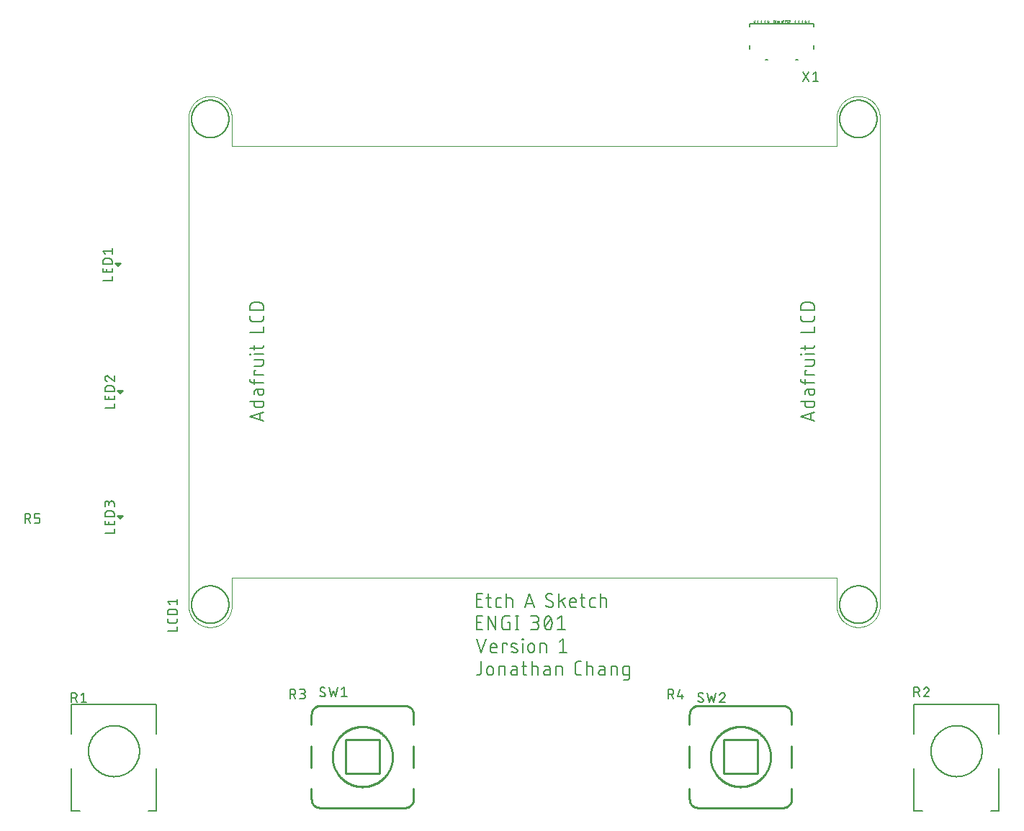
<source format=gbr>
G04 EAGLE Gerber RS-274X export*
G75*
%MOMM*%
%FSLAX34Y34*%
%LPD*%
%INSilkscreen Top*%
%IPPOS*%
%AMOC8*
5,1,8,0,0,1.08239X$1,22.5*%
G01*
%ADD10C,0.152400*%
%ADD11C,0.127000*%
%ADD12C,0.254000*%
%ADD13C,0.200000*%
%ADD14C,0.000000*%
%ADD15C,0.203200*%
%ADD16C,0.038100*%
%ADD17C,0.025400*%


D10*
X573137Y328422D02*
X565912Y328422D01*
X565912Y344678D01*
X573137Y344678D01*
X571331Y337453D02*
X565912Y337453D01*
X577472Y339259D02*
X582891Y339259D01*
X579278Y344678D02*
X579278Y331131D01*
X579279Y331131D02*
X579281Y331030D01*
X579287Y330929D01*
X579296Y330828D01*
X579309Y330727D01*
X579326Y330627D01*
X579347Y330528D01*
X579371Y330430D01*
X579399Y330333D01*
X579431Y330236D01*
X579466Y330141D01*
X579505Y330048D01*
X579547Y329956D01*
X579593Y329865D01*
X579642Y329777D01*
X579694Y329690D01*
X579750Y329605D01*
X579808Y329522D01*
X579870Y329442D01*
X579935Y329364D01*
X580002Y329288D01*
X580072Y329215D01*
X580145Y329145D01*
X580221Y329078D01*
X580299Y329013D01*
X580379Y328951D01*
X580462Y328893D01*
X580547Y328837D01*
X580634Y328785D01*
X580722Y328736D01*
X580813Y328690D01*
X580905Y328648D01*
X580998Y328609D01*
X581093Y328574D01*
X581190Y328542D01*
X581287Y328514D01*
X581385Y328490D01*
X581484Y328469D01*
X581584Y328452D01*
X581685Y328439D01*
X581786Y328430D01*
X581887Y328424D01*
X581988Y328422D01*
X582891Y328422D01*
X591396Y328422D02*
X595008Y328422D01*
X591396Y328422D02*
X591295Y328424D01*
X591194Y328430D01*
X591093Y328439D01*
X590992Y328452D01*
X590892Y328469D01*
X590793Y328490D01*
X590695Y328514D01*
X590598Y328542D01*
X590501Y328574D01*
X590406Y328609D01*
X590313Y328648D01*
X590221Y328690D01*
X590130Y328736D01*
X590042Y328785D01*
X589955Y328837D01*
X589870Y328893D01*
X589787Y328951D01*
X589707Y329013D01*
X589629Y329078D01*
X589553Y329145D01*
X589480Y329215D01*
X589410Y329288D01*
X589343Y329364D01*
X589278Y329442D01*
X589216Y329522D01*
X589158Y329605D01*
X589102Y329690D01*
X589050Y329777D01*
X589001Y329865D01*
X588955Y329956D01*
X588913Y330048D01*
X588874Y330141D01*
X588839Y330236D01*
X588807Y330333D01*
X588779Y330430D01*
X588755Y330528D01*
X588734Y330627D01*
X588717Y330727D01*
X588704Y330828D01*
X588695Y330929D01*
X588689Y331030D01*
X588687Y331131D01*
X588687Y336550D01*
X588689Y336651D01*
X588695Y336752D01*
X588704Y336853D01*
X588717Y336954D01*
X588734Y337054D01*
X588755Y337153D01*
X588779Y337251D01*
X588807Y337348D01*
X588839Y337445D01*
X588874Y337540D01*
X588913Y337633D01*
X588955Y337725D01*
X589001Y337816D01*
X589050Y337905D01*
X589102Y337991D01*
X589158Y338076D01*
X589216Y338159D01*
X589278Y338239D01*
X589343Y338317D01*
X589410Y338393D01*
X589480Y338466D01*
X589553Y338536D01*
X589629Y338603D01*
X589707Y338668D01*
X589787Y338730D01*
X589870Y338788D01*
X589955Y338844D01*
X590042Y338896D01*
X590130Y338945D01*
X590221Y338991D01*
X590313Y339033D01*
X590406Y339072D01*
X590501Y339107D01*
X590598Y339139D01*
X590695Y339167D01*
X590793Y339191D01*
X590892Y339212D01*
X590992Y339229D01*
X591093Y339242D01*
X591194Y339251D01*
X591295Y339257D01*
X591396Y339259D01*
X595008Y339259D01*
X601174Y344678D02*
X601174Y328422D01*
X601174Y339259D02*
X605690Y339259D01*
X605794Y339257D01*
X605897Y339251D01*
X606001Y339241D01*
X606104Y339227D01*
X606206Y339209D01*
X606307Y339188D01*
X606408Y339162D01*
X606507Y339133D01*
X606606Y339100D01*
X606703Y339063D01*
X606798Y339022D01*
X606892Y338978D01*
X606984Y338930D01*
X607074Y338879D01*
X607163Y338824D01*
X607249Y338766D01*
X607332Y338704D01*
X607414Y338640D01*
X607492Y338572D01*
X607568Y338502D01*
X607642Y338429D01*
X607712Y338352D01*
X607780Y338274D01*
X607844Y338192D01*
X607906Y338109D01*
X607964Y338023D01*
X608019Y337934D01*
X608070Y337844D01*
X608118Y337752D01*
X608162Y337658D01*
X608203Y337563D01*
X608240Y337466D01*
X608273Y337367D01*
X608302Y337268D01*
X608328Y337167D01*
X608349Y337066D01*
X608367Y336964D01*
X608381Y336861D01*
X608391Y336757D01*
X608397Y336654D01*
X608399Y336550D01*
X608399Y328422D01*
X622815Y328422D02*
X628233Y344678D01*
X633652Y328422D01*
X632297Y332486D02*
X624169Y332486D01*
X652583Y328422D02*
X652701Y328424D01*
X652819Y328430D01*
X652937Y328439D01*
X653054Y328453D01*
X653171Y328470D01*
X653288Y328491D01*
X653403Y328516D01*
X653518Y328545D01*
X653632Y328578D01*
X653744Y328614D01*
X653855Y328654D01*
X653965Y328697D01*
X654074Y328744D01*
X654181Y328794D01*
X654286Y328849D01*
X654389Y328906D01*
X654490Y328967D01*
X654590Y329031D01*
X654687Y329098D01*
X654782Y329168D01*
X654874Y329242D01*
X654965Y329318D01*
X655052Y329398D01*
X655137Y329480D01*
X655219Y329565D01*
X655299Y329652D01*
X655375Y329743D01*
X655449Y329835D01*
X655519Y329930D01*
X655586Y330027D01*
X655650Y330127D01*
X655711Y330228D01*
X655768Y330331D01*
X655823Y330436D01*
X655873Y330543D01*
X655920Y330652D01*
X655963Y330762D01*
X656003Y330873D01*
X656039Y330985D01*
X656072Y331099D01*
X656101Y331214D01*
X656126Y331329D01*
X656147Y331446D01*
X656164Y331563D01*
X656178Y331680D01*
X656187Y331798D01*
X656193Y331916D01*
X656195Y332034D01*
X652583Y328422D02*
X652400Y328424D01*
X652218Y328431D01*
X652036Y328442D01*
X651854Y328457D01*
X651672Y328477D01*
X651491Y328500D01*
X651311Y328529D01*
X651131Y328561D01*
X650952Y328598D01*
X650775Y328639D01*
X650598Y328685D01*
X650422Y328734D01*
X650248Y328788D01*
X650074Y328846D01*
X649903Y328908D01*
X649733Y328974D01*
X649564Y329045D01*
X649397Y329119D01*
X649232Y329197D01*
X649069Y329279D01*
X648908Y329365D01*
X648749Y329455D01*
X648592Y329549D01*
X648438Y329646D01*
X648286Y329747D01*
X648136Y329852D01*
X647989Y329960D01*
X647845Y330071D01*
X647703Y330186D01*
X647564Y330305D01*
X647428Y330427D01*
X647295Y330552D01*
X647165Y330680D01*
X647617Y341066D02*
X647619Y341184D01*
X647625Y341302D01*
X647634Y341420D01*
X647648Y341537D01*
X647665Y341654D01*
X647686Y341771D01*
X647711Y341886D01*
X647740Y342001D01*
X647773Y342115D01*
X647809Y342227D01*
X647849Y342338D01*
X647892Y342448D01*
X647939Y342557D01*
X647989Y342664D01*
X648044Y342769D01*
X648101Y342872D01*
X648162Y342973D01*
X648226Y343073D01*
X648293Y343170D01*
X648363Y343265D01*
X648437Y343357D01*
X648513Y343448D01*
X648593Y343535D01*
X648675Y343620D01*
X648760Y343702D01*
X648847Y343782D01*
X648938Y343858D01*
X649030Y343932D01*
X649125Y344002D01*
X649222Y344069D01*
X649322Y344133D01*
X649423Y344194D01*
X649526Y344252D01*
X649631Y344306D01*
X649738Y344356D01*
X649847Y344403D01*
X649957Y344447D01*
X650068Y344486D01*
X650181Y344522D01*
X650294Y344555D01*
X650409Y344584D01*
X650524Y344609D01*
X650641Y344630D01*
X650758Y344647D01*
X650875Y344661D01*
X650993Y344670D01*
X651111Y344676D01*
X651229Y344678D01*
X651228Y344678D02*
X651389Y344676D01*
X651551Y344670D01*
X651712Y344661D01*
X651873Y344647D01*
X652033Y344630D01*
X652193Y344609D01*
X652353Y344584D01*
X652512Y344555D01*
X652670Y344523D01*
X652827Y344487D01*
X652983Y344447D01*
X653139Y344403D01*
X653293Y344355D01*
X653446Y344304D01*
X653598Y344250D01*
X653749Y344191D01*
X653898Y344130D01*
X654045Y344064D01*
X654191Y343995D01*
X654336Y343923D01*
X654478Y343847D01*
X654619Y343768D01*
X654758Y343686D01*
X654894Y343600D01*
X655029Y343511D01*
X655162Y343419D01*
X655292Y343323D01*
X649422Y337905D02*
X649321Y337967D01*
X649221Y338032D01*
X649124Y338101D01*
X649029Y338173D01*
X648936Y338247D01*
X648846Y338325D01*
X648758Y338406D01*
X648673Y338489D01*
X648591Y338575D01*
X648512Y338664D01*
X648435Y338755D01*
X648362Y338849D01*
X648291Y338945D01*
X648224Y339043D01*
X648160Y339143D01*
X648099Y339246D01*
X648042Y339350D01*
X647988Y339456D01*
X647938Y339564D01*
X647891Y339673D01*
X647847Y339784D01*
X647807Y339896D01*
X647771Y340010D01*
X647739Y340124D01*
X647710Y340240D01*
X647685Y340356D01*
X647664Y340473D01*
X647647Y340591D01*
X647633Y340709D01*
X647624Y340828D01*
X647618Y340947D01*
X647616Y341066D01*
X654390Y335195D02*
X654491Y335133D01*
X654591Y335068D01*
X654688Y334999D01*
X654783Y334927D01*
X654876Y334853D01*
X654966Y334775D01*
X655054Y334694D01*
X655139Y334611D01*
X655221Y334525D01*
X655300Y334436D01*
X655377Y334345D01*
X655450Y334251D01*
X655521Y334155D01*
X655588Y334057D01*
X655652Y333957D01*
X655713Y333854D01*
X655770Y333750D01*
X655824Y333644D01*
X655874Y333536D01*
X655921Y333427D01*
X655965Y333316D01*
X656005Y333204D01*
X656041Y333090D01*
X656073Y332976D01*
X656102Y332860D01*
X656127Y332744D01*
X656148Y332627D01*
X656165Y332509D01*
X656179Y332391D01*
X656188Y332272D01*
X656194Y332153D01*
X656196Y332034D01*
X654389Y335195D02*
X649422Y337905D01*
X662826Y344678D02*
X662826Y328422D01*
X662826Y333841D02*
X670050Y339259D01*
X665986Y336098D02*
X670050Y328422D01*
X678392Y328422D02*
X682908Y328422D01*
X678392Y328422D02*
X678291Y328424D01*
X678190Y328430D01*
X678089Y328439D01*
X677988Y328452D01*
X677888Y328469D01*
X677789Y328490D01*
X677691Y328514D01*
X677594Y328542D01*
X677497Y328574D01*
X677402Y328609D01*
X677309Y328648D01*
X677217Y328690D01*
X677126Y328736D01*
X677038Y328785D01*
X676951Y328837D01*
X676866Y328893D01*
X676783Y328951D01*
X676703Y329013D01*
X676625Y329078D01*
X676549Y329145D01*
X676476Y329215D01*
X676406Y329288D01*
X676339Y329364D01*
X676274Y329442D01*
X676212Y329522D01*
X676154Y329605D01*
X676098Y329690D01*
X676046Y329777D01*
X675997Y329865D01*
X675951Y329956D01*
X675909Y330048D01*
X675870Y330141D01*
X675835Y330236D01*
X675803Y330333D01*
X675775Y330430D01*
X675751Y330528D01*
X675730Y330627D01*
X675713Y330727D01*
X675700Y330828D01*
X675691Y330929D01*
X675685Y331030D01*
X675683Y331131D01*
X675683Y335647D01*
X675685Y335766D01*
X675691Y335886D01*
X675701Y336005D01*
X675715Y336123D01*
X675732Y336242D01*
X675754Y336359D01*
X675779Y336476D01*
X675809Y336591D01*
X675842Y336706D01*
X675879Y336820D01*
X675919Y336932D01*
X675964Y337043D01*
X676012Y337152D01*
X676063Y337260D01*
X676118Y337366D01*
X676177Y337470D01*
X676239Y337572D01*
X676304Y337672D01*
X676373Y337770D01*
X676445Y337866D01*
X676520Y337959D01*
X676597Y338049D01*
X676678Y338137D01*
X676762Y338222D01*
X676849Y338304D01*
X676938Y338384D01*
X677030Y338460D01*
X677124Y338534D01*
X677221Y338604D01*
X677319Y338671D01*
X677420Y338735D01*
X677524Y338795D01*
X677629Y338852D01*
X677736Y338905D01*
X677844Y338955D01*
X677954Y339001D01*
X678066Y339043D01*
X678179Y339082D01*
X678293Y339117D01*
X678408Y339148D01*
X678525Y339176D01*
X678642Y339199D01*
X678759Y339219D01*
X678878Y339235D01*
X678997Y339247D01*
X679116Y339255D01*
X679235Y339259D01*
X679355Y339259D01*
X679474Y339255D01*
X679593Y339247D01*
X679712Y339235D01*
X679831Y339219D01*
X679948Y339199D01*
X680065Y339176D01*
X680182Y339148D01*
X680297Y339117D01*
X680411Y339082D01*
X680524Y339043D01*
X680636Y339001D01*
X680746Y338955D01*
X680854Y338905D01*
X680961Y338852D01*
X681066Y338795D01*
X681170Y338735D01*
X681271Y338671D01*
X681369Y338604D01*
X681466Y338534D01*
X681560Y338460D01*
X681652Y338384D01*
X681741Y338304D01*
X681828Y338222D01*
X681912Y338137D01*
X681993Y338049D01*
X682070Y337959D01*
X682145Y337866D01*
X682217Y337770D01*
X682286Y337672D01*
X682351Y337572D01*
X682413Y337470D01*
X682472Y337366D01*
X682527Y337260D01*
X682578Y337152D01*
X682626Y337043D01*
X682671Y336932D01*
X682711Y336820D01*
X682748Y336706D01*
X682781Y336591D01*
X682811Y336476D01*
X682836Y336359D01*
X682858Y336242D01*
X682875Y336123D01*
X682889Y336005D01*
X682899Y335886D01*
X682905Y335766D01*
X682907Y335647D01*
X682908Y335647D02*
X682908Y333841D01*
X675683Y333841D01*
X687933Y339259D02*
X693351Y339259D01*
X689739Y344678D02*
X689739Y331131D01*
X689741Y331030D01*
X689747Y330929D01*
X689756Y330828D01*
X689769Y330727D01*
X689786Y330627D01*
X689807Y330528D01*
X689831Y330430D01*
X689859Y330333D01*
X689891Y330236D01*
X689926Y330141D01*
X689965Y330048D01*
X690007Y329956D01*
X690053Y329865D01*
X690102Y329777D01*
X690154Y329690D01*
X690210Y329605D01*
X690268Y329522D01*
X690330Y329442D01*
X690395Y329364D01*
X690462Y329288D01*
X690532Y329215D01*
X690605Y329145D01*
X690681Y329078D01*
X690759Y329013D01*
X690839Y328951D01*
X690922Y328893D01*
X691007Y328837D01*
X691094Y328785D01*
X691182Y328736D01*
X691273Y328690D01*
X691365Y328648D01*
X691458Y328609D01*
X691553Y328574D01*
X691650Y328542D01*
X691747Y328514D01*
X691845Y328490D01*
X691944Y328469D01*
X692044Y328452D01*
X692145Y328439D01*
X692246Y328430D01*
X692347Y328424D01*
X692448Y328422D01*
X693351Y328422D01*
X701857Y328422D02*
X705469Y328422D01*
X701857Y328422D02*
X701756Y328424D01*
X701655Y328430D01*
X701554Y328439D01*
X701453Y328452D01*
X701353Y328469D01*
X701254Y328490D01*
X701156Y328514D01*
X701059Y328542D01*
X700962Y328574D01*
X700867Y328609D01*
X700774Y328648D01*
X700682Y328690D01*
X700591Y328736D01*
X700503Y328785D01*
X700416Y328837D01*
X700331Y328893D01*
X700248Y328951D01*
X700168Y329013D01*
X700090Y329078D01*
X700014Y329145D01*
X699941Y329215D01*
X699871Y329288D01*
X699804Y329364D01*
X699739Y329442D01*
X699677Y329522D01*
X699619Y329605D01*
X699563Y329690D01*
X699511Y329777D01*
X699462Y329865D01*
X699416Y329956D01*
X699374Y330048D01*
X699335Y330141D01*
X699300Y330236D01*
X699268Y330333D01*
X699240Y330430D01*
X699216Y330528D01*
X699195Y330627D01*
X699178Y330727D01*
X699165Y330828D01*
X699156Y330929D01*
X699150Y331030D01*
X699148Y331131D01*
X699147Y331131D02*
X699147Y336550D01*
X699148Y336550D02*
X699150Y336651D01*
X699156Y336752D01*
X699165Y336853D01*
X699178Y336954D01*
X699195Y337054D01*
X699216Y337153D01*
X699240Y337251D01*
X699268Y337348D01*
X699300Y337445D01*
X699335Y337540D01*
X699374Y337633D01*
X699416Y337725D01*
X699462Y337816D01*
X699511Y337905D01*
X699563Y337991D01*
X699619Y338076D01*
X699677Y338159D01*
X699739Y338239D01*
X699804Y338317D01*
X699871Y338393D01*
X699941Y338466D01*
X700014Y338536D01*
X700090Y338603D01*
X700168Y338668D01*
X700248Y338730D01*
X700331Y338788D01*
X700416Y338844D01*
X700503Y338896D01*
X700591Y338945D01*
X700682Y338991D01*
X700774Y339033D01*
X700867Y339072D01*
X700962Y339107D01*
X701059Y339139D01*
X701156Y339167D01*
X701254Y339191D01*
X701353Y339212D01*
X701453Y339229D01*
X701554Y339242D01*
X701655Y339251D01*
X701756Y339257D01*
X701857Y339259D01*
X705469Y339259D01*
X711635Y344678D02*
X711635Y328422D01*
X711635Y339259D02*
X716150Y339259D01*
X716254Y339257D01*
X716357Y339251D01*
X716461Y339241D01*
X716564Y339227D01*
X716666Y339209D01*
X716767Y339188D01*
X716868Y339162D01*
X716967Y339133D01*
X717066Y339100D01*
X717163Y339063D01*
X717258Y339022D01*
X717352Y338978D01*
X717444Y338930D01*
X717534Y338879D01*
X717623Y338824D01*
X717709Y338766D01*
X717792Y338704D01*
X717874Y338640D01*
X717952Y338572D01*
X718028Y338502D01*
X718102Y338429D01*
X718172Y338352D01*
X718240Y338274D01*
X718304Y338192D01*
X718366Y338109D01*
X718424Y338023D01*
X718479Y337934D01*
X718530Y337844D01*
X718578Y337752D01*
X718622Y337658D01*
X718663Y337563D01*
X718700Y337466D01*
X718733Y337367D01*
X718762Y337268D01*
X718788Y337167D01*
X718809Y337066D01*
X718827Y336964D01*
X718841Y336861D01*
X718851Y336757D01*
X718857Y336654D01*
X718859Y336550D01*
X718860Y336550D02*
X718860Y328422D01*
X573137Y301752D02*
X565912Y301752D01*
X565912Y318008D01*
X573137Y318008D01*
X571331Y310783D02*
X565912Y310783D01*
X579429Y318008D02*
X579429Y301752D01*
X588460Y301752D02*
X579429Y318008D01*
X588460Y318008D02*
X588460Y301752D01*
X602424Y310783D02*
X605134Y310783D01*
X605134Y301752D01*
X599715Y301752D01*
X599597Y301754D01*
X599479Y301760D01*
X599361Y301769D01*
X599244Y301783D01*
X599127Y301800D01*
X599010Y301821D01*
X598895Y301846D01*
X598780Y301875D01*
X598666Y301908D01*
X598554Y301944D01*
X598443Y301984D01*
X598333Y302027D01*
X598224Y302074D01*
X598117Y302124D01*
X598012Y302179D01*
X597909Y302236D01*
X597808Y302297D01*
X597708Y302361D01*
X597611Y302428D01*
X597516Y302498D01*
X597424Y302572D01*
X597333Y302648D01*
X597246Y302728D01*
X597161Y302810D01*
X597079Y302895D01*
X596999Y302982D01*
X596923Y303073D01*
X596849Y303165D01*
X596779Y303260D01*
X596712Y303357D01*
X596648Y303457D01*
X596587Y303558D01*
X596530Y303661D01*
X596475Y303766D01*
X596425Y303873D01*
X596378Y303982D01*
X596335Y304092D01*
X596295Y304203D01*
X596259Y304315D01*
X596226Y304429D01*
X596197Y304544D01*
X596172Y304659D01*
X596151Y304776D01*
X596134Y304893D01*
X596120Y305010D01*
X596111Y305128D01*
X596105Y305246D01*
X596103Y305364D01*
X596103Y314396D01*
X596105Y314514D01*
X596111Y314632D01*
X596120Y314750D01*
X596134Y314867D01*
X596151Y314984D01*
X596172Y315101D01*
X596197Y315216D01*
X596226Y315331D01*
X596259Y315445D01*
X596295Y315557D01*
X596335Y315668D01*
X596378Y315778D01*
X596425Y315887D01*
X596475Y315994D01*
X596529Y316099D01*
X596587Y316202D01*
X596648Y316303D01*
X596712Y316403D01*
X596779Y316500D01*
X596849Y316595D01*
X596923Y316687D01*
X596999Y316778D01*
X597079Y316865D01*
X597161Y316950D01*
X597246Y317032D01*
X597333Y317112D01*
X597424Y317188D01*
X597516Y317262D01*
X597611Y317332D01*
X597708Y317399D01*
X597808Y317463D01*
X597909Y317524D01*
X598012Y317581D01*
X598117Y317635D01*
X598224Y317686D01*
X598333Y317733D01*
X598443Y317776D01*
X598554Y317816D01*
X598666Y317852D01*
X598780Y317885D01*
X598895Y317914D01*
X599010Y317939D01*
X599127Y317960D01*
X599244Y317977D01*
X599361Y317991D01*
X599479Y318000D01*
X599597Y318006D01*
X599715Y318008D01*
X605134Y318008D01*
X613644Y318008D02*
X613644Y301752D01*
X611838Y301752D02*
X615450Y301752D01*
X615450Y318008D02*
X611838Y318008D01*
X629970Y301752D02*
X634486Y301752D01*
X634619Y301754D01*
X634751Y301760D01*
X634883Y301770D01*
X635015Y301783D01*
X635147Y301801D01*
X635277Y301822D01*
X635408Y301847D01*
X635537Y301876D01*
X635665Y301909D01*
X635793Y301945D01*
X635919Y301985D01*
X636044Y302029D01*
X636168Y302077D01*
X636290Y302128D01*
X636411Y302183D01*
X636530Y302241D01*
X636648Y302303D01*
X636763Y302368D01*
X636877Y302437D01*
X636988Y302508D01*
X637097Y302584D01*
X637204Y302662D01*
X637309Y302743D01*
X637411Y302828D01*
X637511Y302915D01*
X637608Y303005D01*
X637703Y303098D01*
X637794Y303194D01*
X637883Y303292D01*
X637969Y303393D01*
X638052Y303497D01*
X638132Y303603D01*
X638208Y303711D01*
X638282Y303821D01*
X638352Y303934D01*
X638419Y304048D01*
X638482Y304165D01*
X638542Y304283D01*
X638599Y304403D01*
X638652Y304525D01*
X638701Y304648D01*
X638747Y304772D01*
X638789Y304898D01*
X638827Y305025D01*
X638862Y305153D01*
X638893Y305282D01*
X638920Y305411D01*
X638943Y305542D01*
X638963Y305673D01*
X638978Y305805D01*
X638990Y305937D01*
X638998Y306069D01*
X639002Y306202D01*
X639002Y306334D01*
X638998Y306467D01*
X638990Y306599D01*
X638978Y306731D01*
X638963Y306863D01*
X638943Y306994D01*
X638920Y307125D01*
X638893Y307254D01*
X638862Y307383D01*
X638827Y307511D01*
X638789Y307638D01*
X638747Y307764D01*
X638701Y307888D01*
X638652Y308011D01*
X638599Y308133D01*
X638542Y308253D01*
X638482Y308371D01*
X638419Y308488D01*
X638352Y308602D01*
X638282Y308715D01*
X638208Y308825D01*
X638132Y308933D01*
X638052Y309039D01*
X637969Y309143D01*
X637883Y309244D01*
X637794Y309342D01*
X637703Y309438D01*
X637608Y309531D01*
X637511Y309621D01*
X637411Y309708D01*
X637309Y309793D01*
X637204Y309874D01*
X637097Y309952D01*
X636988Y310028D01*
X636877Y310099D01*
X636763Y310168D01*
X636648Y310233D01*
X636530Y310295D01*
X636411Y310353D01*
X636290Y310408D01*
X636168Y310459D01*
X636044Y310507D01*
X635919Y310551D01*
X635793Y310591D01*
X635665Y310627D01*
X635537Y310660D01*
X635408Y310689D01*
X635277Y310714D01*
X635147Y310735D01*
X635015Y310753D01*
X634883Y310766D01*
X634751Y310776D01*
X634619Y310782D01*
X634486Y310784D01*
X635389Y318008D02*
X629970Y318008D01*
X635389Y318008D02*
X635508Y318006D01*
X635628Y318000D01*
X635747Y317990D01*
X635865Y317976D01*
X635984Y317959D01*
X636101Y317937D01*
X636218Y317912D01*
X636333Y317882D01*
X636448Y317849D01*
X636562Y317812D01*
X636674Y317772D01*
X636785Y317727D01*
X636894Y317679D01*
X637002Y317628D01*
X637108Y317573D01*
X637212Y317514D01*
X637314Y317452D01*
X637414Y317387D01*
X637512Y317318D01*
X637608Y317246D01*
X637701Y317171D01*
X637791Y317094D01*
X637879Y317013D01*
X637964Y316929D01*
X638046Y316842D01*
X638126Y316753D01*
X638202Y316661D01*
X638276Y316567D01*
X638346Y316470D01*
X638413Y316372D01*
X638477Y316271D01*
X638537Y316167D01*
X638594Y316062D01*
X638647Y315955D01*
X638697Y315847D01*
X638743Y315737D01*
X638785Y315625D01*
X638824Y315512D01*
X638859Y315398D01*
X638890Y315283D01*
X638918Y315166D01*
X638941Y315049D01*
X638961Y314932D01*
X638977Y314813D01*
X638989Y314694D01*
X638997Y314575D01*
X639001Y314456D01*
X639001Y314336D01*
X638997Y314217D01*
X638989Y314098D01*
X638977Y313979D01*
X638961Y313860D01*
X638941Y313743D01*
X638918Y313626D01*
X638890Y313509D01*
X638859Y313394D01*
X638824Y313280D01*
X638785Y313167D01*
X638743Y313055D01*
X638697Y312945D01*
X638647Y312837D01*
X638594Y312730D01*
X638537Y312625D01*
X638477Y312521D01*
X638413Y312420D01*
X638346Y312322D01*
X638276Y312225D01*
X638202Y312131D01*
X638126Y312039D01*
X638046Y311950D01*
X637964Y311863D01*
X637879Y311779D01*
X637791Y311698D01*
X637701Y311621D01*
X637608Y311546D01*
X637512Y311474D01*
X637414Y311405D01*
X637314Y311340D01*
X637212Y311278D01*
X637108Y311219D01*
X637002Y311164D01*
X636894Y311113D01*
X636785Y311065D01*
X636674Y311020D01*
X636562Y310980D01*
X636448Y310943D01*
X636333Y310910D01*
X636218Y310880D01*
X636101Y310855D01*
X635984Y310833D01*
X635865Y310816D01*
X635747Y310802D01*
X635628Y310792D01*
X635508Y310786D01*
X635389Y310784D01*
X635389Y310783D02*
X631776Y310783D01*
X645602Y309880D02*
X645606Y310200D01*
X645617Y310519D01*
X645636Y310839D01*
X645663Y311157D01*
X645697Y311475D01*
X645739Y311792D01*
X645789Y312108D01*
X645846Y312423D01*
X645910Y312736D01*
X645982Y313048D01*
X646061Y313358D01*
X646148Y313665D01*
X646242Y313971D01*
X646343Y314274D01*
X646452Y314575D01*
X646567Y314873D01*
X646690Y315169D01*
X646820Y315461D01*
X646957Y315750D01*
X646956Y315751D02*
X646995Y315859D01*
X647038Y315966D01*
X647084Y316071D01*
X647135Y316175D01*
X647188Y316277D01*
X647245Y316377D01*
X647306Y316475D01*
X647370Y316570D01*
X647437Y316664D01*
X647508Y316755D01*
X647581Y316844D01*
X647658Y316930D01*
X647737Y317013D01*
X647819Y317094D01*
X647904Y317172D01*
X647992Y317246D01*
X648082Y317318D01*
X648174Y317386D01*
X648269Y317452D01*
X648366Y317514D01*
X648465Y317572D01*
X648567Y317628D01*
X648669Y317679D01*
X648774Y317727D01*
X648880Y317772D01*
X648988Y317813D01*
X649097Y317850D01*
X649207Y317883D01*
X649319Y317912D01*
X649431Y317938D01*
X649544Y317960D01*
X649658Y317977D01*
X649772Y317991D01*
X649887Y318001D01*
X650002Y318007D01*
X650117Y318009D01*
X650117Y318008D02*
X650232Y318006D01*
X650347Y318000D01*
X650462Y317990D01*
X650576Y317976D01*
X650690Y317959D01*
X650803Y317937D01*
X650915Y317911D01*
X651027Y317882D01*
X651137Y317849D01*
X651246Y317812D01*
X651354Y317771D01*
X651460Y317726D01*
X651565Y317678D01*
X651667Y317627D01*
X651768Y317571D01*
X651868Y317513D01*
X651965Y317451D01*
X652059Y317386D01*
X652152Y317317D01*
X652242Y317245D01*
X652330Y317171D01*
X652415Y317093D01*
X652497Y317012D01*
X652576Y316929D01*
X652653Y316843D01*
X652726Y316754D01*
X652797Y316663D01*
X652864Y316569D01*
X652928Y316474D01*
X652989Y316376D01*
X653046Y316276D01*
X653099Y316174D01*
X653150Y316070D01*
X653196Y315965D01*
X653239Y315858D01*
X653278Y315750D01*
X653277Y315750D02*
X653414Y315461D01*
X653544Y315169D01*
X653667Y314873D01*
X653782Y314575D01*
X653891Y314274D01*
X653992Y313971D01*
X654086Y313665D01*
X654173Y313358D01*
X654252Y313048D01*
X654324Y312736D01*
X654388Y312423D01*
X654445Y312108D01*
X654495Y311792D01*
X654537Y311475D01*
X654571Y311157D01*
X654598Y310839D01*
X654617Y310519D01*
X654628Y310200D01*
X654632Y309880D01*
X645602Y309880D02*
X645606Y309560D01*
X645617Y309241D01*
X645636Y308921D01*
X645663Y308603D01*
X645697Y308285D01*
X645739Y307968D01*
X645789Y307652D01*
X645846Y307337D01*
X645910Y307024D01*
X645982Y306712D01*
X646061Y306402D01*
X646148Y306095D01*
X646242Y305789D01*
X646343Y305486D01*
X646452Y305185D01*
X646567Y304887D01*
X646690Y304591D01*
X646820Y304299D01*
X646957Y304010D01*
X646956Y304010D02*
X646995Y303902D01*
X647038Y303795D01*
X647084Y303690D01*
X647135Y303586D01*
X647188Y303484D01*
X647245Y303384D01*
X647306Y303286D01*
X647370Y303191D01*
X647437Y303097D01*
X647508Y303006D01*
X647581Y302917D01*
X647658Y302831D01*
X647737Y302748D01*
X647819Y302667D01*
X647904Y302589D01*
X647992Y302515D01*
X648082Y302443D01*
X648175Y302374D01*
X648269Y302309D01*
X648366Y302247D01*
X648466Y302189D01*
X648567Y302133D01*
X648669Y302082D01*
X648774Y302034D01*
X648880Y301989D01*
X648988Y301948D01*
X649097Y301911D01*
X649207Y301878D01*
X649319Y301849D01*
X649431Y301823D01*
X649544Y301801D01*
X649658Y301784D01*
X649772Y301770D01*
X649887Y301760D01*
X650002Y301754D01*
X650117Y301752D01*
X653277Y304010D02*
X653414Y304299D01*
X653544Y304591D01*
X653667Y304887D01*
X653782Y305185D01*
X653891Y305486D01*
X653992Y305789D01*
X654086Y306095D01*
X654173Y306402D01*
X654252Y306712D01*
X654324Y307024D01*
X654388Y307337D01*
X654445Y307652D01*
X654495Y307968D01*
X654537Y308285D01*
X654571Y308603D01*
X654598Y308921D01*
X654617Y309241D01*
X654628Y309560D01*
X654632Y309880D01*
X653278Y304010D02*
X653239Y303902D01*
X653196Y303795D01*
X653150Y303690D01*
X653099Y303586D01*
X653046Y303484D01*
X652989Y303384D01*
X652928Y303286D01*
X652864Y303191D01*
X652797Y303097D01*
X652726Y303006D01*
X652653Y302917D01*
X652576Y302831D01*
X652497Y302748D01*
X652415Y302667D01*
X652330Y302589D01*
X652242Y302515D01*
X652152Y302443D01*
X652059Y302374D01*
X651965Y302309D01*
X651868Y302247D01*
X651768Y302189D01*
X651667Y302133D01*
X651564Y302082D01*
X651460Y302034D01*
X651354Y301989D01*
X651246Y301948D01*
X651137Y301911D01*
X651027Y301878D01*
X650915Y301849D01*
X650803Y301823D01*
X650690Y301801D01*
X650576Y301784D01*
X650462Y301770D01*
X650347Y301760D01*
X650232Y301754D01*
X650117Y301752D01*
X646505Y305364D02*
X653729Y314396D01*
X661233Y314396D02*
X665748Y318008D01*
X665748Y301752D01*
X661233Y301752D02*
X670264Y301752D01*
X571331Y275082D02*
X565912Y291338D01*
X576749Y291338D02*
X571331Y275082D01*
X585017Y275082D02*
X589532Y275082D01*
X585017Y275082D02*
X584916Y275084D01*
X584815Y275090D01*
X584714Y275099D01*
X584613Y275112D01*
X584513Y275129D01*
X584414Y275150D01*
X584316Y275174D01*
X584219Y275202D01*
X584122Y275234D01*
X584027Y275269D01*
X583934Y275308D01*
X583842Y275350D01*
X583751Y275396D01*
X583663Y275445D01*
X583576Y275497D01*
X583491Y275553D01*
X583408Y275611D01*
X583328Y275673D01*
X583250Y275738D01*
X583174Y275805D01*
X583101Y275875D01*
X583031Y275948D01*
X582964Y276024D01*
X582899Y276102D01*
X582837Y276182D01*
X582779Y276265D01*
X582723Y276350D01*
X582671Y276437D01*
X582622Y276525D01*
X582576Y276616D01*
X582534Y276708D01*
X582495Y276801D01*
X582460Y276896D01*
X582428Y276993D01*
X582400Y277090D01*
X582376Y277188D01*
X582355Y277287D01*
X582338Y277387D01*
X582325Y277488D01*
X582316Y277589D01*
X582310Y277690D01*
X582308Y277791D01*
X582307Y277791D02*
X582307Y282307D01*
X582308Y282307D02*
X582310Y282426D01*
X582316Y282546D01*
X582326Y282665D01*
X582340Y282783D01*
X582357Y282902D01*
X582379Y283019D01*
X582404Y283136D01*
X582434Y283251D01*
X582467Y283366D01*
X582504Y283480D01*
X582544Y283592D01*
X582589Y283703D01*
X582637Y283812D01*
X582688Y283920D01*
X582743Y284026D01*
X582802Y284130D01*
X582864Y284232D01*
X582929Y284332D01*
X582998Y284430D01*
X583070Y284526D01*
X583145Y284619D01*
X583222Y284709D01*
X583303Y284797D01*
X583387Y284882D01*
X583474Y284964D01*
X583563Y285044D01*
X583655Y285120D01*
X583749Y285194D01*
X583846Y285264D01*
X583944Y285331D01*
X584045Y285395D01*
X584149Y285455D01*
X584254Y285512D01*
X584361Y285565D01*
X584469Y285615D01*
X584579Y285661D01*
X584691Y285703D01*
X584804Y285742D01*
X584918Y285777D01*
X585033Y285808D01*
X585150Y285836D01*
X585267Y285859D01*
X585384Y285879D01*
X585503Y285895D01*
X585622Y285907D01*
X585741Y285915D01*
X585860Y285919D01*
X585980Y285919D01*
X586099Y285915D01*
X586218Y285907D01*
X586337Y285895D01*
X586456Y285879D01*
X586573Y285859D01*
X586690Y285836D01*
X586807Y285808D01*
X586922Y285777D01*
X587036Y285742D01*
X587149Y285703D01*
X587261Y285661D01*
X587371Y285615D01*
X587479Y285565D01*
X587586Y285512D01*
X587691Y285455D01*
X587795Y285395D01*
X587896Y285331D01*
X587994Y285264D01*
X588091Y285194D01*
X588185Y285120D01*
X588277Y285044D01*
X588366Y284964D01*
X588453Y284882D01*
X588537Y284797D01*
X588618Y284709D01*
X588695Y284619D01*
X588770Y284526D01*
X588842Y284430D01*
X588911Y284332D01*
X588976Y284232D01*
X589038Y284130D01*
X589097Y284026D01*
X589152Y283920D01*
X589203Y283812D01*
X589251Y283703D01*
X589296Y283592D01*
X589336Y283480D01*
X589373Y283366D01*
X589406Y283251D01*
X589436Y283136D01*
X589461Y283019D01*
X589483Y282902D01*
X589500Y282783D01*
X589514Y282665D01*
X589524Y282546D01*
X589530Y282426D01*
X589532Y282307D01*
X589532Y280501D01*
X582307Y280501D01*
X596460Y275082D02*
X596460Y285919D01*
X601879Y285919D01*
X601879Y284113D01*
X608151Y281404D02*
X612666Y279598D01*
X608151Y281404D02*
X608063Y281441D01*
X607977Y281482D01*
X607892Y281526D01*
X607809Y281574D01*
X607729Y281625D01*
X607650Y281679D01*
X607574Y281737D01*
X607500Y281797D01*
X607428Y281861D01*
X607360Y281927D01*
X607294Y281997D01*
X607231Y282068D01*
X607170Y282143D01*
X607113Y282219D01*
X607060Y282298D01*
X607009Y282379D01*
X606962Y282462D01*
X606918Y282547D01*
X606878Y282634D01*
X606841Y282722D01*
X606808Y282812D01*
X606778Y282903D01*
X606753Y282995D01*
X606731Y283088D01*
X606713Y283182D01*
X606698Y283276D01*
X606688Y283371D01*
X606682Y283467D01*
X606679Y283562D01*
X606680Y283658D01*
X606686Y283753D01*
X606695Y283849D01*
X606708Y283943D01*
X606724Y284037D01*
X606745Y284131D01*
X606770Y284223D01*
X606798Y284314D01*
X606830Y284404D01*
X606865Y284493D01*
X606904Y284580D01*
X606947Y284666D01*
X606993Y284750D01*
X607043Y284831D01*
X607095Y284911D01*
X607151Y284989D01*
X607211Y285064D01*
X607273Y285136D01*
X607338Y285206D01*
X607406Y285274D01*
X607476Y285338D01*
X607549Y285400D01*
X607625Y285458D01*
X607703Y285514D01*
X607783Y285566D01*
X607865Y285615D01*
X607949Y285660D01*
X608035Y285702D01*
X608122Y285741D01*
X608211Y285776D01*
X608302Y285807D01*
X608393Y285834D01*
X608486Y285858D01*
X608579Y285878D01*
X608673Y285894D01*
X608768Y285906D01*
X608863Y285915D01*
X608959Y285919D01*
X609054Y285920D01*
X609301Y285913D01*
X609547Y285901D01*
X609793Y285883D01*
X610039Y285858D01*
X610283Y285828D01*
X610527Y285792D01*
X610770Y285751D01*
X611012Y285703D01*
X611253Y285649D01*
X611492Y285590D01*
X611730Y285525D01*
X611966Y285454D01*
X612201Y285378D01*
X612434Y285296D01*
X612664Y285208D01*
X612892Y285115D01*
X613119Y285017D01*
X612667Y279597D02*
X612755Y279560D01*
X612841Y279519D01*
X612926Y279475D01*
X613009Y279427D01*
X613089Y279376D01*
X613168Y279322D01*
X613244Y279264D01*
X613318Y279204D01*
X613390Y279140D01*
X613458Y279074D01*
X613524Y279004D01*
X613587Y278933D01*
X613648Y278858D01*
X613705Y278782D01*
X613758Y278703D01*
X613809Y278622D01*
X613856Y278539D01*
X613900Y278454D01*
X613940Y278367D01*
X613977Y278279D01*
X614010Y278189D01*
X614040Y278098D01*
X614065Y278006D01*
X614087Y277913D01*
X614105Y277819D01*
X614120Y277725D01*
X614130Y277630D01*
X614136Y277534D01*
X614139Y277439D01*
X614138Y277343D01*
X614132Y277248D01*
X614123Y277152D01*
X614110Y277058D01*
X614094Y276964D01*
X614073Y276870D01*
X614048Y276778D01*
X614020Y276687D01*
X613988Y276597D01*
X613953Y276508D01*
X613914Y276421D01*
X613871Y276335D01*
X613825Y276251D01*
X613775Y276170D01*
X613723Y276090D01*
X613667Y276012D01*
X613607Y275937D01*
X613545Y275865D01*
X613480Y275795D01*
X613412Y275727D01*
X613342Y275663D01*
X613269Y275601D01*
X613193Y275543D01*
X613115Y275487D01*
X613035Y275435D01*
X612953Y275386D01*
X612869Y275341D01*
X612783Y275299D01*
X612696Y275260D01*
X612607Y275225D01*
X612516Y275194D01*
X612425Y275167D01*
X612332Y275143D01*
X612239Y275123D01*
X612145Y275107D01*
X612050Y275095D01*
X611955Y275086D01*
X611859Y275082D01*
X611764Y275081D01*
X611763Y275082D02*
X611401Y275091D01*
X611039Y275109D01*
X610678Y275136D01*
X610318Y275171D01*
X609958Y275214D01*
X609599Y275266D01*
X609242Y275327D01*
X608887Y275396D01*
X608533Y275473D01*
X608181Y275559D01*
X607831Y275653D01*
X607483Y275756D01*
X607138Y275866D01*
X606796Y275985D01*
X620308Y275082D02*
X620308Y285919D01*
X619857Y290435D02*
X619857Y291338D01*
X620760Y291338D01*
X620760Y290435D01*
X619857Y290435D01*
X626596Y282307D02*
X626596Y278694D01*
X626596Y282307D02*
X626598Y282426D01*
X626604Y282546D01*
X626614Y282665D01*
X626628Y282783D01*
X626645Y282902D01*
X626667Y283019D01*
X626692Y283136D01*
X626722Y283251D01*
X626755Y283366D01*
X626792Y283480D01*
X626832Y283592D01*
X626877Y283703D01*
X626925Y283812D01*
X626976Y283920D01*
X627031Y284026D01*
X627090Y284130D01*
X627152Y284232D01*
X627217Y284332D01*
X627286Y284430D01*
X627358Y284526D01*
X627433Y284619D01*
X627510Y284709D01*
X627591Y284797D01*
X627675Y284882D01*
X627762Y284964D01*
X627851Y285044D01*
X627943Y285120D01*
X628037Y285194D01*
X628134Y285264D01*
X628232Y285331D01*
X628333Y285395D01*
X628437Y285455D01*
X628542Y285512D01*
X628649Y285565D01*
X628757Y285615D01*
X628867Y285661D01*
X628979Y285703D01*
X629092Y285742D01*
X629206Y285777D01*
X629321Y285808D01*
X629438Y285836D01*
X629555Y285859D01*
X629672Y285879D01*
X629791Y285895D01*
X629910Y285907D01*
X630029Y285915D01*
X630148Y285919D01*
X630268Y285919D01*
X630387Y285915D01*
X630506Y285907D01*
X630625Y285895D01*
X630744Y285879D01*
X630861Y285859D01*
X630978Y285836D01*
X631095Y285808D01*
X631210Y285777D01*
X631324Y285742D01*
X631437Y285703D01*
X631549Y285661D01*
X631659Y285615D01*
X631767Y285565D01*
X631874Y285512D01*
X631979Y285455D01*
X632083Y285395D01*
X632184Y285331D01*
X632282Y285264D01*
X632379Y285194D01*
X632473Y285120D01*
X632565Y285044D01*
X632654Y284964D01*
X632741Y284882D01*
X632825Y284797D01*
X632906Y284709D01*
X632983Y284619D01*
X633058Y284526D01*
X633130Y284430D01*
X633199Y284332D01*
X633264Y284232D01*
X633326Y284130D01*
X633385Y284026D01*
X633440Y283920D01*
X633491Y283812D01*
X633539Y283703D01*
X633584Y283592D01*
X633624Y283480D01*
X633661Y283366D01*
X633694Y283251D01*
X633724Y283136D01*
X633749Y283019D01*
X633771Y282902D01*
X633788Y282783D01*
X633802Y282665D01*
X633812Y282546D01*
X633818Y282426D01*
X633820Y282307D01*
X633821Y282307D02*
X633821Y278694D01*
X633820Y278694D02*
X633818Y278575D01*
X633812Y278455D01*
X633802Y278336D01*
X633788Y278218D01*
X633771Y278099D01*
X633749Y277982D01*
X633724Y277865D01*
X633694Y277750D01*
X633661Y277635D01*
X633624Y277521D01*
X633584Y277409D01*
X633539Y277298D01*
X633491Y277189D01*
X633440Y277081D01*
X633385Y276975D01*
X633326Y276871D01*
X633264Y276769D01*
X633199Y276669D01*
X633130Y276571D01*
X633058Y276475D01*
X632983Y276382D01*
X632906Y276292D01*
X632825Y276204D01*
X632741Y276119D01*
X632654Y276037D01*
X632565Y275957D01*
X632473Y275881D01*
X632379Y275807D01*
X632282Y275737D01*
X632184Y275670D01*
X632083Y275606D01*
X631979Y275546D01*
X631874Y275489D01*
X631767Y275436D01*
X631659Y275386D01*
X631549Y275340D01*
X631437Y275298D01*
X631324Y275259D01*
X631210Y275224D01*
X631095Y275193D01*
X630978Y275165D01*
X630861Y275142D01*
X630744Y275122D01*
X630625Y275106D01*
X630506Y275094D01*
X630387Y275086D01*
X630268Y275082D01*
X630148Y275082D01*
X630029Y275086D01*
X629910Y275094D01*
X629791Y275106D01*
X629672Y275122D01*
X629555Y275142D01*
X629438Y275165D01*
X629321Y275193D01*
X629206Y275224D01*
X629092Y275259D01*
X628979Y275298D01*
X628867Y275340D01*
X628757Y275386D01*
X628649Y275436D01*
X628542Y275489D01*
X628437Y275546D01*
X628333Y275606D01*
X628232Y275670D01*
X628134Y275737D01*
X628037Y275807D01*
X627943Y275881D01*
X627851Y275957D01*
X627762Y276037D01*
X627675Y276119D01*
X627591Y276204D01*
X627510Y276292D01*
X627433Y276382D01*
X627358Y276475D01*
X627286Y276571D01*
X627217Y276669D01*
X627152Y276769D01*
X627090Y276871D01*
X627031Y276975D01*
X626976Y277081D01*
X626925Y277189D01*
X626877Y277298D01*
X626832Y277409D01*
X626792Y277521D01*
X626755Y277635D01*
X626722Y277750D01*
X626692Y277865D01*
X626667Y277982D01*
X626645Y278099D01*
X626628Y278218D01*
X626614Y278336D01*
X626604Y278455D01*
X626598Y278575D01*
X626596Y278694D01*
X640664Y275082D02*
X640664Y285919D01*
X645179Y285919D01*
X645283Y285917D01*
X645386Y285911D01*
X645490Y285901D01*
X645593Y285887D01*
X645695Y285869D01*
X645796Y285848D01*
X645897Y285822D01*
X645996Y285793D01*
X646095Y285760D01*
X646192Y285723D01*
X646287Y285682D01*
X646381Y285638D01*
X646473Y285590D01*
X646563Y285539D01*
X646652Y285484D01*
X646738Y285426D01*
X646821Y285364D01*
X646903Y285300D01*
X646981Y285232D01*
X647057Y285162D01*
X647131Y285089D01*
X647201Y285012D01*
X647269Y284934D01*
X647333Y284852D01*
X647395Y284769D01*
X647453Y284683D01*
X647508Y284594D01*
X647559Y284504D01*
X647607Y284412D01*
X647651Y284318D01*
X647692Y284223D01*
X647729Y284126D01*
X647762Y284027D01*
X647791Y283928D01*
X647817Y283827D01*
X647838Y283726D01*
X647856Y283624D01*
X647870Y283521D01*
X647880Y283417D01*
X647886Y283314D01*
X647888Y283210D01*
X647889Y283210D02*
X647889Y275082D01*
X663208Y287726D02*
X667723Y291338D01*
X667723Y275082D01*
X663208Y275082D02*
X672239Y275082D01*
X571331Y264668D02*
X571331Y252024D01*
X571330Y252024D02*
X571328Y251906D01*
X571322Y251788D01*
X571313Y251670D01*
X571299Y251553D01*
X571282Y251436D01*
X571261Y251319D01*
X571236Y251204D01*
X571207Y251089D01*
X571174Y250975D01*
X571138Y250863D01*
X571098Y250752D01*
X571055Y250642D01*
X571008Y250533D01*
X570958Y250426D01*
X570903Y250321D01*
X570846Y250218D01*
X570785Y250117D01*
X570721Y250017D01*
X570654Y249920D01*
X570584Y249825D01*
X570510Y249733D01*
X570434Y249642D01*
X570354Y249555D01*
X570272Y249470D01*
X570187Y249388D01*
X570100Y249308D01*
X570009Y249232D01*
X569917Y249158D01*
X569822Y249088D01*
X569725Y249021D01*
X569625Y248957D01*
X569524Y248896D01*
X569421Y248839D01*
X569316Y248784D01*
X569209Y248734D01*
X569100Y248687D01*
X568990Y248644D01*
X568879Y248604D01*
X568767Y248568D01*
X568653Y248535D01*
X568538Y248506D01*
X568423Y248481D01*
X568306Y248460D01*
X568189Y248443D01*
X568072Y248429D01*
X567954Y248420D01*
X567836Y248414D01*
X567718Y248412D01*
X565912Y248412D01*
X578259Y252024D02*
X578259Y255637D01*
X578261Y255756D01*
X578267Y255876D01*
X578277Y255995D01*
X578291Y256113D01*
X578308Y256232D01*
X578330Y256349D01*
X578355Y256466D01*
X578385Y256581D01*
X578418Y256696D01*
X578455Y256810D01*
X578495Y256922D01*
X578540Y257033D01*
X578588Y257142D01*
X578639Y257250D01*
X578694Y257356D01*
X578753Y257460D01*
X578815Y257562D01*
X578880Y257662D01*
X578949Y257760D01*
X579021Y257856D01*
X579096Y257949D01*
X579173Y258039D01*
X579254Y258127D01*
X579338Y258212D01*
X579425Y258294D01*
X579514Y258374D01*
X579606Y258450D01*
X579700Y258524D01*
X579797Y258594D01*
X579895Y258661D01*
X579996Y258725D01*
X580100Y258785D01*
X580205Y258842D01*
X580312Y258895D01*
X580420Y258945D01*
X580530Y258991D01*
X580642Y259033D01*
X580755Y259072D01*
X580869Y259107D01*
X580984Y259138D01*
X581101Y259166D01*
X581218Y259189D01*
X581335Y259209D01*
X581454Y259225D01*
X581573Y259237D01*
X581692Y259245D01*
X581811Y259249D01*
X581931Y259249D01*
X582050Y259245D01*
X582169Y259237D01*
X582288Y259225D01*
X582407Y259209D01*
X582524Y259189D01*
X582641Y259166D01*
X582758Y259138D01*
X582873Y259107D01*
X582987Y259072D01*
X583100Y259033D01*
X583212Y258991D01*
X583322Y258945D01*
X583430Y258895D01*
X583537Y258842D01*
X583642Y258785D01*
X583746Y258725D01*
X583847Y258661D01*
X583945Y258594D01*
X584042Y258524D01*
X584136Y258450D01*
X584228Y258374D01*
X584317Y258294D01*
X584404Y258212D01*
X584488Y258127D01*
X584569Y258039D01*
X584646Y257949D01*
X584721Y257856D01*
X584793Y257760D01*
X584862Y257662D01*
X584927Y257562D01*
X584989Y257460D01*
X585048Y257356D01*
X585103Y257250D01*
X585154Y257142D01*
X585202Y257033D01*
X585247Y256922D01*
X585287Y256810D01*
X585324Y256696D01*
X585357Y256581D01*
X585387Y256466D01*
X585412Y256349D01*
X585434Y256232D01*
X585451Y256113D01*
X585465Y255995D01*
X585475Y255876D01*
X585481Y255756D01*
X585483Y255637D01*
X585484Y255637D02*
X585484Y252024D01*
X585483Y252024D02*
X585481Y251905D01*
X585475Y251785D01*
X585465Y251666D01*
X585451Y251548D01*
X585434Y251429D01*
X585412Y251312D01*
X585387Y251195D01*
X585357Y251080D01*
X585324Y250965D01*
X585287Y250851D01*
X585247Y250739D01*
X585202Y250628D01*
X585154Y250519D01*
X585103Y250411D01*
X585048Y250305D01*
X584989Y250201D01*
X584927Y250099D01*
X584862Y249999D01*
X584793Y249901D01*
X584721Y249805D01*
X584646Y249712D01*
X584569Y249622D01*
X584488Y249534D01*
X584404Y249449D01*
X584317Y249367D01*
X584228Y249287D01*
X584136Y249211D01*
X584042Y249137D01*
X583945Y249067D01*
X583847Y249000D01*
X583746Y248936D01*
X583642Y248876D01*
X583537Y248819D01*
X583430Y248766D01*
X583322Y248716D01*
X583212Y248670D01*
X583100Y248628D01*
X582987Y248589D01*
X582873Y248554D01*
X582758Y248523D01*
X582641Y248495D01*
X582524Y248472D01*
X582407Y248452D01*
X582288Y248436D01*
X582169Y248424D01*
X582050Y248416D01*
X581931Y248412D01*
X581811Y248412D01*
X581692Y248416D01*
X581573Y248424D01*
X581454Y248436D01*
X581335Y248452D01*
X581218Y248472D01*
X581101Y248495D01*
X580984Y248523D01*
X580869Y248554D01*
X580755Y248589D01*
X580642Y248628D01*
X580530Y248670D01*
X580420Y248716D01*
X580312Y248766D01*
X580205Y248819D01*
X580100Y248876D01*
X579996Y248936D01*
X579895Y249000D01*
X579797Y249067D01*
X579700Y249137D01*
X579606Y249211D01*
X579514Y249287D01*
X579425Y249367D01*
X579338Y249449D01*
X579254Y249534D01*
X579173Y249622D01*
X579096Y249712D01*
X579021Y249805D01*
X578949Y249901D01*
X578880Y249999D01*
X578815Y250099D01*
X578753Y250201D01*
X578694Y250305D01*
X578639Y250411D01*
X578588Y250519D01*
X578540Y250628D01*
X578495Y250739D01*
X578455Y250851D01*
X578418Y250965D01*
X578385Y251080D01*
X578355Y251195D01*
X578330Y251312D01*
X578308Y251429D01*
X578291Y251548D01*
X578277Y251666D01*
X578267Y251785D01*
X578261Y251905D01*
X578259Y252024D01*
X592327Y248412D02*
X592327Y259249D01*
X596842Y259249D01*
X596946Y259247D01*
X597049Y259241D01*
X597153Y259231D01*
X597256Y259217D01*
X597358Y259199D01*
X597459Y259178D01*
X597560Y259152D01*
X597659Y259123D01*
X597758Y259090D01*
X597855Y259053D01*
X597950Y259012D01*
X598044Y258968D01*
X598136Y258920D01*
X598226Y258869D01*
X598315Y258814D01*
X598401Y258756D01*
X598484Y258694D01*
X598566Y258630D01*
X598644Y258562D01*
X598720Y258492D01*
X598794Y258419D01*
X598864Y258342D01*
X598932Y258264D01*
X598996Y258182D01*
X599058Y258099D01*
X599116Y258013D01*
X599171Y257924D01*
X599222Y257834D01*
X599270Y257742D01*
X599314Y257648D01*
X599355Y257553D01*
X599392Y257456D01*
X599425Y257357D01*
X599454Y257258D01*
X599480Y257157D01*
X599501Y257056D01*
X599519Y256954D01*
X599533Y256851D01*
X599543Y256747D01*
X599549Y256644D01*
X599551Y256540D01*
X599552Y256540D02*
X599552Y248412D01*
X609483Y254734D02*
X613547Y254734D01*
X609483Y254734D02*
X609371Y254732D01*
X609260Y254726D01*
X609149Y254716D01*
X609038Y254703D01*
X608928Y254685D01*
X608819Y254663D01*
X608710Y254638D01*
X608602Y254609D01*
X608496Y254576D01*
X608390Y254539D01*
X608286Y254499D01*
X608184Y254455D01*
X608083Y254407D01*
X607984Y254356D01*
X607886Y254301D01*
X607791Y254243D01*
X607698Y254182D01*
X607607Y254117D01*
X607518Y254049D01*
X607432Y253978D01*
X607349Y253905D01*
X607268Y253828D01*
X607189Y253748D01*
X607114Y253666D01*
X607042Y253581D01*
X606972Y253494D01*
X606906Y253404D01*
X606843Y253312D01*
X606783Y253217D01*
X606727Y253121D01*
X606674Y253023D01*
X606625Y252923D01*
X606579Y252821D01*
X606537Y252718D01*
X606498Y252613D01*
X606463Y252507D01*
X606432Y252400D01*
X606405Y252292D01*
X606381Y252183D01*
X606362Y252073D01*
X606346Y251963D01*
X606334Y251852D01*
X606326Y251740D01*
X606322Y251629D01*
X606322Y251517D01*
X606326Y251406D01*
X606334Y251294D01*
X606346Y251183D01*
X606362Y251073D01*
X606381Y250963D01*
X606405Y250854D01*
X606432Y250746D01*
X606463Y250639D01*
X606498Y250533D01*
X606537Y250428D01*
X606579Y250325D01*
X606625Y250223D01*
X606674Y250123D01*
X606727Y250025D01*
X606783Y249929D01*
X606843Y249834D01*
X606906Y249742D01*
X606972Y249652D01*
X607042Y249565D01*
X607114Y249480D01*
X607189Y249398D01*
X607268Y249318D01*
X607349Y249241D01*
X607432Y249168D01*
X607518Y249097D01*
X607607Y249029D01*
X607698Y248964D01*
X607791Y248903D01*
X607886Y248845D01*
X607984Y248790D01*
X608083Y248739D01*
X608184Y248691D01*
X608286Y248647D01*
X608390Y248607D01*
X608496Y248570D01*
X608602Y248537D01*
X608710Y248508D01*
X608819Y248483D01*
X608928Y248461D01*
X609038Y248443D01*
X609149Y248430D01*
X609260Y248420D01*
X609371Y248414D01*
X609483Y248412D01*
X613547Y248412D01*
X613547Y256540D01*
X613546Y256540D02*
X613544Y256641D01*
X613538Y256742D01*
X613529Y256843D01*
X613516Y256944D01*
X613499Y257044D01*
X613478Y257143D01*
X613454Y257241D01*
X613426Y257338D01*
X613394Y257435D01*
X613359Y257530D01*
X613320Y257623D01*
X613278Y257715D01*
X613232Y257806D01*
X613183Y257895D01*
X613131Y257981D01*
X613075Y258066D01*
X613017Y258149D01*
X612955Y258229D01*
X612890Y258307D01*
X612823Y258383D01*
X612753Y258456D01*
X612680Y258526D01*
X612604Y258593D01*
X612526Y258658D01*
X612446Y258720D01*
X612363Y258778D01*
X612278Y258834D01*
X612192Y258886D01*
X612103Y258935D01*
X612012Y258981D01*
X611920Y259023D01*
X611827Y259062D01*
X611732Y259097D01*
X611635Y259129D01*
X611538Y259157D01*
X611440Y259181D01*
X611341Y259202D01*
X611241Y259219D01*
X611140Y259232D01*
X611039Y259241D01*
X610938Y259247D01*
X610837Y259249D01*
X607225Y259249D01*
X619166Y259249D02*
X624584Y259249D01*
X620972Y264668D02*
X620972Y251121D01*
X620974Y251020D01*
X620980Y250919D01*
X620989Y250818D01*
X621002Y250717D01*
X621019Y250617D01*
X621040Y250518D01*
X621064Y250420D01*
X621092Y250323D01*
X621124Y250226D01*
X621159Y250131D01*
X621198Y250038D01*
X621240Y249946D01*
X621286Y249855D01*
X621335Y249767D01*
X621387Y249680D01*
X621443Y249595D01*
X621501Y249512D01*
X621563Y249432D01*
X621628Y249354D01*
X621695Y249278D01*
X621765Y249205D01*
X621838Y249135D01*
X621914Y249068D01*
X621992Y249003D01*
X622072Y248941D01*
X622155Y248883D01*
X622240Y248827D01*
X622327Y248775D01*
X622415Y248726D01*
X622506Y248680D01*
X622598Y248638D01*
X622691Y248599D01*
X622786Y248564D01*
X622883Y248532D01*
X622980Y248504D01*
X623078Y248480D01*
X623177Y248459D01*
X623277Y248442D01*
X623378Y248429D01*
X623479Y248420D01*
X623580Y248414D01*
X623681Y248412D01*
X624584Y248412D01*
X630884Y248412D02*
X630884Y264668D01*
X630884Y259249D02*
X635399Y259249D01*
X635503Y259247D01*
X635606Y259241D01*
X635710Y259231D01*
X635813Y259217D01*
X635915Y259199D01*
X636016Y259178D01*
X636117Y259152D01*
X636216Y259123D01*
X636315Y259090D01*
X636412Y259053D01*
X636507Y259012D01*
X636601Y258968D01*
X636693Y258920D01*
X636783Y258869D01*
X636872Y258814D01*
X636958Y258756D01*
X637041Y258694D01*
X637123Y258630D01*
X637201Y258562D01*
X637277Y258492D01*
X637351Y258419D01*
X637421Y258342D01*
X637489Y258264D01*
X637553Y258182D01*
X637615Y258099D01*
X637673Y258013D01*
X637728Y257924D01*
X637779Y257834D01*
X637827Y257742D01*
X637871Y257648D01*
X637912Y257553D01*
X637949Y257456D01*
X637982Y257357D01*
X638011Y257258D01*
X638037Y257157D01*
X638058Y257056D01*
X638076Y256954D01*
X638090Y256851D01*
X638100Y256747D01*
X638106Y256644D01*
X638108Y256540D01*
X638109Y256540D02*
X638109Y248412D01*
X648040Y254734D02*
X652104Y254734D01*
X648040Y254734D02*
X647928Y254732D01*
X647817Y254726D01*
X647706Y254716D01*
X647595Y254703D01*
X647485Y254685D01*
X647376Y254663D01*
X647267Y254638D01*
X647159Y254609D01*
X647053Y254576D01*
X646947Y254539D01*
X646843Y254499D01*
X646741Y254455D01*
X646640Y254407D01*
X646541Y254356D01*
X646443Y254301D01*
X646348Y254243D01*
X646255Y254182D01*
X646164Y254117D01*
X646075Y254049D01*
X645989Y253978D01*
X645906Y253905D01*
X645825Y253828D01*
X645746Y253748D01*
X645671Y253666D01*
X645599Y253581D01*
X645529Y253494D01*
X645463Y253404D01*
X645400Y253312D01*
X645340Y253217D01*
X645284Y253121D01*
X645231Y253023D01*
X645182Y252923D01*
X645136Y252821D01*
X645094Y252718D01*
X645055Y252613D01*
X645020Y252507D01*
X644989Y252400D01*
X644962Y252292D01*
X644938Y252183D01*
X644919Y252073D01*
X644903Y251963D01*
X644891Y251852D01*
X644883Y251740D01*
X644879Y251629D01*
X644879Y251517D01*
X644883Y251406D01*
X644891Y251294D01*
X644903Y251183D01*
X644919Y251073D01*
X644938Y250963D01*
X644962Y250854D01*
X644989Y250746D01*
X645020Y250639D01*
X645055Y250533D01*
X645094Y250428D01*
X645136Y250325D01*
X645182Y250223D01*
X645231Y250123D01*
X645284Y250025D01*
X645340Y249929D01*
X645400Y249834D01*
X645463Y249742D01*
X645529Y249652D01*
X645599Y249565D01*
X645671Y249480D01*
X645746Y249398D01*
X645825Y249318D01*
X645906Y249241D01*
X645989Y249168D01*
X646075Y249097D01*
X646164Y249029D01*
X646255Y248964D01*
X646348Y248903D01*
X646443Y248845D01*
X646541Y248790D01*
X646640Y248739D01*
X646741Y248691D01*
X646843Y248647D01*
X646947Y248607D01*
X647053Y248570D01*
X647159Y248537D01*
X647267Y248508D01*
X647376Y248483D01*
X647485Y248461D01*
X647595Y248443D01*
X647706Y248430D01*
X647817Y248420D01*
X647928Y248414D01*
X648040Y248412D01*
X652104Y248412D01*
X652104Y256540D01*
X652103Y256540D02*
X652101Y256641D01*
X652095Y256742D01*
X652086Y256843D01*
X652073Y256944D01*
X652056Y257044D01*
X652035Y257143D01*
X652011Y257241D01*
X651983Y257338D01*
X651951Y257435D01*
X651916Y257530D01*
X651877Y257623D01*
X651835Y257715D01*
X651789Y257806D01*
X651740Y257895D01*
X651688Y257981D01*
X651632Y258066D01*
X651574Y258149D01*
X651512Y258229D01*
X651447Y258307D01*
X651380Y258383D01*
X651310Y258456D01*
X651237Y258526D01*
X651161Y258593D01*
X651083Y258658D01*
X651003Y258720D01*
X650920Y258778D01*
X650835Y258834D01*
X650749Y258886D01*
X650660Y258935D01*
X650569Y258981D01*
X650477Y259023D01*
X650384Y259062D01*
X650289Y259097D01*
X650192Y259129D01*
X650095Y259157D01*
X649997Y259181D01*
X649898Y259202D01*
X649798Y259219D01*
X649697Y259232D01*
X649596Y259241D01*
X649495Y259247D01*
X649394Y259249D01*
X645782Y259249D01*
X659541Y259249D02*
X659541Y248412D01*
X659541Y259249D02*
X664057Y259249D01*
X664161Y259247D01*
X664264Y259241D01*
X664368Y259231D01*
X664471Y259217D01*
X664573Y259199D01*
X664674Y259178D01*
X664775Y259152D01*
X664874Y259123D01*
X664973Y259090D01*
X665070Y259053D01*
X665165Y259012D01*
X665259Y258968D01*
X665351Y258920D01*
X665441Y258869D01*
X665530Y258814D01*
X665616Y258756D01*
X665699Y258694D01*
X665781Y258630D01*
X665859Y258562D01*
X665935Y258492D01*
X666009Y258419D01*
X666079Y258342D01*
X666147Y258264D01*
X666211Y258182D01*
X666273Y258099D01*
X666331Y258013D01*
X666386Y257924D01*
X666437Y257834D01*
X666485Y257742D01*
X666529Y257648D01*
X666570Y257553D01*
X666607Y257456D01*
X666640Y257357D01*
X666669Y257258D01*
X666695Y257157D01*
X666716Y257056D01*
X666734Y256954D01*
X666748Y256851D01*
X666758Y256747D01*
X666764Y256644D01*
X666766Y256540D01*
X666766Y248412D01*
X685658Y248412D02*
X689270Y248412D01*
X685658Y248412D02*
X685540Y248414D01*
X685422Y248420D01*
X685304Y248429D01*
X685187Y248443D01*
X685070Y248460D01*
X684953Y248481D01*
X684838Y248506D01*
X684723Y248535D01*
X684609Y248568D01*
X684497Y248604D01*
X684386Y248644D01*
X684276Y248687D01*
X684167Y248734D01*
X684060Y248784D01*
X683955Y248839D01*
X683852Y248896D01*
X683751Y248957D01*
X683651Y249021D01*
X683554Y249088D01*
X683459Y249158D01*
X683367Y249232D01*
X683276Y249308D01*
X683189Y249388D01*
X683104Y249470D01*
X683022Y249555D01*
X682942Y249642D01*
X682866Y249733D01*
X682792Y249825D01*
X682722Y249920D01*
X682655Y250017D01*
X682591Y250117D01*
X682530Y250218D01*
X682473Y250321D01*
X682418Y250426D01*
X682368Y250533D01*
X682321Y250642D01*
X682278Y250752D01*
X682238Y250863D01*
X682202Y250975D01*
X682169Y251089D01*
X682140Y251204D01*
X682115Y251319D01*
X682094Y251436D01*
X682077Y251553D01*
X682063Y251670D01*
X682054Y251788D01*
X682048Y251906D01*
X682046Y252024D01*
X682045Y252024D02*
X682045Y261056D01*
X682046Y261056D02*
X682048Y261174D01*
X682054Y261292D01*
X682063Y261410D01*
X682077Y261527D01*
X682094Y261644D01*
X682115Y261761D01*
X682140Y261876D01*
X682169Y261991D01*
X682202Y262105D01*
X682238Y262217D01*
X682278Y262328D01*
X682321Y262438D01*
X682368Y262547D01*
X682418Y262654D01*
X682472Y262759D01*
X682530Y262862D01*
X682591Y262963D01*
X682655Y263063D01*
X682722Y263160D01*
X682792Y263255D01*
X682866Y263347D01*
X682942Y263438D01*
X683022Y263525D01*
X683104Y263610D01*
X683189Y263692D01*
X683276Y263772D01*
X683367Y263848D01*
X683459Y263922D01*
X683554Y263992D01*
X683651Y264059D01*
X683751Y264123D01*
X683852Y264184D01*
X683955Y264241D01*
X684060Y264295D01*
X684167Y264346D01*
X684276Y264393D01*
X684386Y264436D01*
X684497Y264476D01*
X684609Y264512D01*
X684723Y264545D01*
X684838Y264574D01*
X684953Y264599D01*
X685070Y264620D01*
X685187Y264637D01*
X685304Y264651D01*
X685422Y264660D01*
X685540Y264666D01*
X685658Y264668D01*
X689270Y264668D01*
X695493Y264668D02*
X695493Y248412D01*
X695493Y259249D02*
X700008Y259249D01*
X700112Y259247D01*
X700215Y259241D01*
X700319Y259231D01*
X700422Y259217D01*
X700524Y259199D01*
X700625Y259178D01*
X700726Y259152D01*
X700825Y259123D01*
X700924Y259090D01*
X701021Y259053D01*
X701116Y259012D01*
X701210Y258968D01*
X701302Y258920D01*
X701392Y258869D01*
X701481Y258814D01*
X701567Y258756D01*
X701650Y258694D01*
X701732Y258630D01*
X701810Y258562D01*
X701886Y258492D01*
X701960Y258419D01*
X702030Y258342D01*
X702098Y258264D01*
X702162Y258182D01*
X702224Y258099D01*
X702282Y258013D01*
X702337Y257924D01*
X702388Y257834D01*
X702436Y257742D01*
X702480Y257648D01*
X702521Y257553D01*
X702558Y257456D01*
X702591Y257357D01*
X702620Y257258D01*
X702646Y257157D01*
X702667Y257056D01*
X702685Y256954D01*
X702699Y256851D01*
X702709Y256747D01*
X702715Y256644D01*
X702717Y256540D01*
X702718Y256540D02*
X702718Y248412D01*
X712648Y254734D02*
X716712Y254734D01*
X712648Y254734D02*
X712536Y254732D01*
X712425Y254726D01*
X712314Y254716D01*
X712203Y254703D01*
X712093Y254685D01*
X711984Y254663D01*
X711875Y254638D01*
X711767Y254609D01*
X711661Y254576D01*
X711555Y254539D01*
X711451Y254499D01*
X711349Y254455D01*
X711248Y254407D01*
X711149Y254356D01*
X711051Y254301D01*
X710956Y254243D01*
X710863Y254182D01*
X710772Y254117D01*
X710683Y254049D01*
X710597Y253978D01*
X710514Y253905D01*
X710433Y253828D01*
X710354Y253748D01*
X710279Y253666D01*
X710207Y253581D01*
X710137Y253494D01*
X710071Y253404D01*
X710008Y253312D01*
X709948Y253217D01*
X709892Y253121D01*
X709839Y253023D01*
X709790Y252923D01*
X709744Y252821D01*
X709702Y252718D01*
X709663Y252613D01*
X709628Y252507D01*
X709597Y252400D01*
X709570Y252292D01*
X709546Y252183D01*
X709527Y252073D01*
X709511Y251963D01*
X709499Y251852D01*
X709491Y251740D01*
X709487Y251629D01*
X709487Y251517D01*
X709491Y251406D01*
X709499Y251294D01*
X709511Y251183D01*
X709527Y251073D01*
X709546Y250963D01*
X709570Y250854D01*
X709597Y250746D01*
X709628Y250639D01*
X709663Y250533D01*
X709702Y250428D01*
X709744Y250325D01*
X709790Y250223D01*
X709839Y250123D01*
X709892Y250025D01*
X709948Y249929D01*
X710008Y249834D01*
X710071Y249742D01*
X710137Y249652D01*
X710207Y249565D01*
X710279Y249480D01*
X710354Y249398D01*
X710433Y249318D01*
X710514Y249241D01*
X710597Y249168D01*
X710683Y249097D01*
X710772Y249029D01*
X710863Y248964D01*
X710956Y248903D01*
X711051Y248845D01*
X711149Y248790D01*
X711248Y248739D01*
X711349Y248691D01*
X711451Y248647D01*
X711555Y248607D01*
X711661Y248570D01*
X711767Y248537D01*
X711875Y248508D01*
X711984Y248483D01*
X712093Y248461D01*
X712203Y248443D01*
X712314Y248430D01*
X712425Y248420D01*
X712536Y248414D01*
X712648Y248412D01*
X716712Y248412D01*
X716712Y256540D01*
X716710Y256641D01*
X716704Y256742D01*
X716695Y256843D01*
X716682Y256944D01*
X716665Y257044D01*
X716644Y257143D01*
X716620Y257241D01*
X716592Y257338D01*
X716560Y257435D01*
X716525Y257530D01*
X716486Y257623D01*
X716444Y257715D01*
X716398Y257806D01*
X716349Y257895D01*
X716297Y257981D01*
X716241Y258066D01*
X716183Y258149D01*
X716121Y258229D01*
X716056Y258307D01*
X715989Y258383D01*
X715919Y258456D01*
X715846Y258526D01*
X715770Y258593D01*
X715692Y258658D01*
X715612Y258720D01*
X715529Y258778D01*
X715444Y258834D01*
X715358Y258886D01*
X715269Y258935D01*
X715178Y258981D01*
X715086Y259023D01*
X714993Y259062D01*
X714898Y259097D01*
X714801Y259129D01*
X714704Y259157D01*
X714606Y259181D01*
X714507Y259202D01*
X714407Y259219D01*
X714306Y259232D01*
X714205Y259241D01*
X714104Y259247D01*
X714003Y259249D01*
X710391Y259249D01*
X724150Y259249D02*
X724150Y248412D01*
X724150Y259249D02*
X728666Y259249D01*
X728770Y259247D01*
X728873Y259241D01*
X728977Y259231D01*
X729080Y259217D01*
X729182Y259199D01*
X729283Y259178D01*
X729384Y259152D01*
X729483Y259123D01*
X729582Y259090D01*
X729679Y259053D01*
X729774Y259012D01*
X729868Y258968D01*
X729960Y258920D01*
X730050Y258869D01*
X730139Y258814D01*
X730225Y258756D01*
X730308Y258694D01*
X730390Y258630D01*
X730468Y258562D01*
X730544Y258492D01*
X730618Y258419D01*
X730688Y258342D01*
X730756Y258264D01*
X730820Y258182D01*
X730882Y258099D01*
X730940Y258013D01*
X730995Y257924D01*
X731046Y257834D01*
X731094Y257742D01*
X731138Y257648D01*
X731179Y257553D01*
X731216Y257456D01*
X731249Y257357D01*
X731278Y257258D01*
X731304Y257157D01*
X731325Y257056D01*
X731343Y256954D01*
X731357Y256851D01*
X731367Y256747D01*
X731373Y256644D01*
X731375Y256540D01*
X731375Y248412D01*
X740854Y248412D02*
X745370Y248412D01*
X740854Y248412D02*
X740753Y248414D01*
X740652Y248420D01*
X740551Y248429D01*
X740450Y248442D01*
X740350Y248459D01*
X740251Y248480D01*
X740153Y248504D01*
X740056Y248532D01*
X739959Y248564D01*
X739864Y248599D01*
X739771Y248638D01*
X739679Y248680D01*
X739588Y248726D01*
X739500Y248775D01*
X739413Y248827D01*
X739328Y248883D01*
X739245Y248941D01*
X739165Y249003D01*
X739087Y249068D01*
X739011Y249135D01*
X738938Y249205D01*
X738868Y249278D01*
X738801Y249354D01*
X738736Y249432D01*
X738674Y249512D01*
X738616Y249595D01*
X738560Y249680D01*
X738508Y249767D01*
X738459Y249855D01*
X738413Y249946D01*
X738371Y250038D01*
X738332Y250131D01*
X738297Y250226D01*
X738265Y250323D01*
X738237Y250420D01*
X738213Y250518D01*
X738192Y250617D01*
X738175Y250717D01*
X738162Y250818D01*
X738153Y250919D01*
X738147Y251020D01*
X738145Y251121D01*
X738145Y256540D01*
X738147Y256641D01*
X738153Y256742D01*
X738162Y256843D01*
X738175Y256944D01*
X738192Y257044D01*
X738213Y257143D01*
X738237Y257241D01*
X738265Y257338D01*
X738297Y257435D01*
X738332Y257530D01*
X738371Y257623D01*
X738413Y257715D01*
X738459Y257806D01*
X738508Y257895D01*
X738560Y257981D01*
X738616Y258066D01*
X738674Y258149D01*
X738736Y258229D01*
X738801Y258307D01*
X738868Y258383D01*
X738938Y258456D01*
X739011Y258526D01*
X739087Y258593D01*
X739165Y258658D01*
X739245Y258720D01*
X739328Y258778D01*
X739413Y258834D01*
X739500Y258886D01*
X739588Y258935D01*
X739679Y258981D01*
X739771Y259023D01*
X739864Y259062D01*
X739959Y259097D01*
X740056Y259129D01*
X740153Y259157D01*
X740251Y259181D01*
X740350Y259202D01*
X740450Y259219D01*
X740551Y259232D01*
X740652Y259241D01*
X740753Y259247D01*
X740854Y259249D01*
X745370Y259249D01*
X745370Y245703D01*
X745369Y245703D02*
X745367Y245599D01*
X745361Y245496D01*
X745351Y245392D01*
X745337Y245289D01*
X745319Y245187D01*
X745298Y245086D01*
X745272Y244985D01*
X745243Y244886D01*
X745210Y244787D01*
X745173Y244690D01*
X745132Y244595D01*
X745088Y244501D01*
X745040Y244409D01*
X744989Y244319D01*
X744934Y244230D01*
X744876Y244144D01*
X744814Y244061D01*
X744750Y243979D01*
X744682Y243901D01*
X744612Y243825D01*
X744539Y243751D01*
X744462Y243681D01*
X744384Y243613D01*
X744302Y243549D01*
X744219Y243487D01*
X744133Y243429D01*
X744044Y243374D01*
X743954Y243323D01*
X743862Y243275D01*
X743768Y243231D01*
X743673Y243190D01*
X743576Y243153D01*
X743477Y243120D01*
X743378Y243091D01*
X743277Y243065D01*
X743176Y243044D01*
X743074Y243026D01*
X742971Y243012D01*
X742867Y243002D01*
X742764Y242996D01*
X742660Y242994D01*
X742660Y242993D02*
X739048Y242993D01*
D11*
X89700Y138900D02*
X89700Y88900D01*
X89700Y178900D02*
X89700Y213900D01*
X189700Y213900D01*
X189700Y178900D01*
X189700Y138900D02*
X189700Y88900D01*
X179700Y88900D01*
X99700Y88900D02*
X89700Y88900D01*
X109700Y158900D02*
X109709Y159636D01*
X109736Y160372D01*
X109781Y161107D01*
X109844Y161841D01*
X109926Y162572D01*
X110025Y163302D01*
X110142Y164029D01*
X110276Y164753D01*
X110429Y165473D01*
X110599Y166189D01*
X110787Y166901D01*
X110992Y167609D01*
X111214Y168310D01*
X111454Y169007D01*
X111710Y169697D01*
X111984Y170381D01*
X112274Y171057D01*
X112580Y171727D01*
X112903Y172388D01*
X113242Y173042D01*
X113597Y173687D01*
X113968Y174323D01*
X114354Y174950D01*
X114756Y175567D01*
X115172Y176174D01*
X115604Y176771D01*
X116050Y177357D01*
X116510Y177932D01*
X116984Y178495D01*
X117471Y179047D01*
X117973Y179586D01*
X118487Y180113D01*
X119014Y180627D01*
X119553Y181129D01*
X120105Y181616D01*
X120668Y182090D01*
X121243Y182550D01*
X121829Y182996D01*
X122426Y183428D01*
X123033Y183844D01*
X123650Y184246D01*
X124277Y184632D01*
X124913Y185003D01*
X125558Y185358D01*
X126212Y185697D01*
X126873Y186020D01*
X127543Y186326D01*
X128219Y186616D01*
X128903Y186890D01*
X129593Y187146D01*
X130290Y187386D01*
X130991Y187608D01*
X131699Y187813D01*
X132411Y188001D01*
X133127Y188171D01*
X133847Y188324D01*
X134571Y188458D01*
X135298Y188575D01*
X136028Y188674D01*
X136759Y188756D01*
X137493Y188819D01*
X138228Y188864D01*
X138964Y188891D01*
X139700Y188900D01*
X140436Y188891D01*
X141172Y188864D01*
X141907Y188819D01*
X142641Y188756D01*
X143372Y188674D01*
X144102Y188575D01*
X144829Y188458D01*
X145553Y188324D01*
X146273Y188171D01*
X146989Y188001D01*
X147701Y187813D01*
X148409Y187608D01*
X149110Y187386D01*
X149807Y187146D01*
X150497Y186890D01*
X151181Y186616D01*
X151857Y186326D01*
X152527Y186020D01*
X153188Y185697D01*
X153842Y185358D01*
X154487Y185003D01*
X155123Y184632D01*
X155750Y184246D01*
X156367Y183844D01*
X156974Y183428D01*
X157571Y182996D01*
X158157Y182550D01*
X158732Y182090D01*
X159295Y181616D01*
X159847Y181129D01*
X160386Y180627D01*
X160913Y180113D01*
X161427Y179586D01*
X161929Y179047D01*
X162416Y178495D01*
X162890Y177932D01*
X163350Y177357D01*
X163796Y176771D01*
X164228Y176174D01*
X164644Y175567D01*
X165046Y174950D01*
X165432Y174323D01*
X165803Y173687D01*
X166158Y173042D01*
X166497Y172388D01*
X166820Y171727D01*
X167126Y171057D01*
X167416Y170381D01*
X167690Y169697D01*
X167946Y169007D01*
X168186Y168310D01*
X168408Y167609D01*
X168613Y166901D01*
X168801Y166189D01*
X168971Y165473D01*
X169124Y164753D01*
X169258Y164029D01*
X169375Y163302D01*
X169474Y162572D01*
X169556Y161841D01*
X169619Y161107D01*
X169664Y160372D01*
X169691Y159636D01*
X169700Y158900D01*
X169691Y158164D01*
X169664Y157428D01*
X169619Y156693D01*
X169556Y155959D01*
X169474Y155228D01*
X169375Y154498D01*
X169258Y153771D01*
X169124Y153047D01*
X168971Y152327D01*
X168801Y151611D01*
X168613Y150899D01*
X168408Y150191D01*
X168186Y149490D01*
X167946Y148793D01*
X167690Y148103D01*
X167416Y147419D01*
X167126Y146743D01*
X166820Y146073D01*
X166497Y145412D01*
X166158Y144758D01*
X165803Y144113D01*
X165432Y143477D01*
X165046Y142850D01*
X164644Y142233D01*
X164228Y141626D01*
X163796Y141029D01*
X163350Y140443D01*
X162890Y139868D01*
X162416Y139305D01*
X161929Y138753D01*
X161427Y138214D01*
X160913Y137687D01*
X160386Y137173D01*
X159847Y136671D01*
X159295Y136184D01*
X158732Y135710D01*
X158157Y135250D01*
X157571Y134804D01*
X156974Y134372D01*
X156367Y133956D01*
X155750Y133554D01*
X155123Y133168D01*
X154487Y132797D01*
X153842Y132442D01*
X153188Y132103D01*
X152527Y131780D01*
X151857Y131474D01*
X151181Y131184D01*
X150497Y130910D01*
X149807Y130654D01*
X149110Y130414D01*
X148409Y130192D01*
X147701Y129987D01*
X146989Y129799D01*
X146273Y129629D01*
X145553Y129476D01*
X144829Y129342D01*
X144102Y129225D01*
X143372Y129126D01*
X142641Y129044D01*
X141907Y128981D01*
X141172Y128936D01*
X140436Y128909D01*
X139700Y128900D01*
X138964Y128909D01*
X138228Y128936D01*
X137493Y128981D01*
X136759Y129044D01*
X136028Y129126D01*
X135298Y129225D01*
X134571Y129342D01*
X133847Y129476D01*
X133127Y129629D01*
X132411Y129799D01*
X131699Y129987D01*
X130991Y130192D01*
X130290Y130414D01*
X129593Y130654D01*
X128903Y130910D01*
X128219Y131184D01*
X127543Y131474D01*
X126873Y131780D01*
X126212Y132103D01*
X125558Y132442D01*
X124913Y132797D01*
X124277Y133168D01*
X123650Y133554D01*
X123033Y133956D01*
X122426Y134372D01*
X121829Y134804D01*
X121243Y135250D01*
X120668Y135710D01*
X120105Y136184D01*
X119553Y136671D01*
X119014Y137173D01*
X118487Y137687D01*
X117973Y138214D01*
X117471Y138753D01*
X116984Y139305D01*
X116510Y139868D01*
X116050Y140443D01*
X115604Y141029D01*
X115172Y141626D01*
X114756Y142233D01*
X114354Y142850D01*
X113968Y143477D01*
X113597Y144113D01*
X113242Y144758D01*
X112903Y145412D01*
X112580Y146073D01*
X112274Y146743D01*
X111984Y147419D01*
X111710Y148103D01*
X111454Y148793D01*
X111214Y149490D01*
X110992Y150191D01*
X110787Y150899D01*
X110599Y151611D01*
X110429Y152327D01*
X110276Y153047D01*
X110142Y153771D01*
X110025Y154498D01*
X109926Y155228D01*
X109844Y155959D01*
X109781Y156693D01*
X109736Y157428D01*
X109709Y158164D01*
X109700Y158900D01*
D10*
X89662Y216662D02*
X89662Y227838D01*
X92766Y227838D01*
X92877Y227836D01*
X92987Y227830D01*
X93098Y227820D01*
X93208Y227806D01*
X93317Y227789D01*
X93426Y227767D01*
X93534Y227742D01*
X93640Y227712D01*
X93746Y227679D01*
X93851Y227642D01*
X93954Y227602D01*
X94055Y227557D01*
X94155Y227510D01*
X94254Y227458D01*
X94350Y227403D01*
X94444Y227345D01*
X94536Y227284D01*
X94626Y227219D01*
X94714Y227151D01*
X94799Y227080D01*
X94881Y227006D01*
X94961Y226929D01*
X95038Y226849D01*
X95112Y226767D01*
X95183Y226682D01*
X95251Y226594D01*
X95316Y226504D01*
X95377Y226412D01*
X95435Y226318D01*
X95490Y226222D01*
X95542Y226123D01*
X95589Y226023D01*
X95634Y225922D01*
X95674Y225819D01*
X95711Y225714D01*
X95744Y225608D01*
X95774Y225502D01*
X95799Y225394D01*
X95821Y225285D01*
X95838Y225176D01*
X95852Y225066D01*
X95862Y224955D01*
X95868Y224845D01*
X95870Y224734D01*
X95868Y224623D01*
X95862Y224513D01*
X95852Y224402D01*
X95838Y224292D01*
X95821Y224183D01*
X95799Y224074D01*
X95774Y223966D01*
X95744Y223860D01*
X95711Y223754D01*
X95674Y223649D01*
X95634Y223546D01*
X95589Y223445D01*
X95542Y223345D01*
X95490Y223246D01*
X95435Y223150D01*
X95377Y223056D01*
X95316Y222964D01*
X95251Y222874D01*
X95183Y222786D01*
X95112Y222701D01*
X95038Y222619D01*
X94961Y222539D01*
X94881Y222462D01*
X94799Y222388D01*
X94714Y222317D01*
X94626Y222249D01*
X94536Y222184D01*
X94444Y222123D01*
X94350Y222065D01*
X94254Y222010D01*
X94155Y221958D01*
X94055Y221911D01*
X93954Y221866D01*
X93851Y221826D01*
X93746Y221789D01*
X93640Y221756D01*
X93534Y221726D01*
X93426Y221701D01*
X93317Y221679D01*
X93208Y221662D01*
X93098Y221648D01*
X92987Y221638D01*
X92877Y221632D01*
X92766Y221630D01*
X92766Y221629D02*
X89662Y221629D01*
X93387Y221629D02*
X95871Y216662D01*
X101000Y225354D02*
X104104Y227838D01*
X104104Y216662D01*
X101000Y216662D02*
X107209Y216662D01*
D11*
X1080300Y138900D02*
X1080300Y88900D01*
X1080300Y178900D02*
X1080300Y213900D01*
X1180300Y213900D01*
X1180300Y178900D01*
X1180300Y138900D02*
X1180300Y88900D01*
X1170300Y88900D01*
X1090300Y88900D02*
X1080300Y88900D01*
X1100300Y158900D02*
X1100309Y159636D01*
X1100336Y160372D01*
X1100381Y161107D01*
X1100444Y161841D01*
X1100526Y162572D01*
X1100625Y163302D01*
X1100742Y164029D01*
X1100876Y164753D01*
X1101029Y165473D01*
X1101199Y166189D01*
X1101387Y166901D01*
X1101592Y167609D01*
X1101814Y168310D01*
X1102054Y169007D01*
X1102310Y169697D01*
X1102584Y170381D01*
X1102874Y171057D01*
X1103180Y171727D01*
X1103503Y172388D01*
X1103842Y173042D01*
X1104197Y173687D01*
X1104568Y174323D01*
X1104954Y174950D01*
X1105356Y175567D01*
X1105772Y176174D01*
X1106204Y176771D01*
X1106650Y177357D01*
X1107110Y177932D01*
X1107584Y178495D01*
X1108071Y179047D01*
X1108573Y179586D01*
X1109087Y180113D01*
X1109614Y180627D01*
X1110153Y181129D01*
X1110705Y181616D01*
X1111268Y182090D01*
X1111843Y182550D01*
X1112429Y182996D01*
X1113026Y183428D01*
X1113633Y183844D01*
X1114250Y184246D01*
X1114877Y184632D01*
X1115513Y185003D01*
X1116158Y185358D01*
X1116812Y185697D01*
X1117473Y186020D01*
X1118143Y186326D01*
X1118819Y186616D01*
X1119503Y186890D01*
X1120193Y187146D01*
X1120890Y187386D01*
X1121591Y187608D01*
X1122299Y187813D01*
X1123011Y188001D01*
X1123727Y188171D01*
X1124447Y188324D01*
X1125171Y188458D01*
X1125898Y188575D01*
X1126628Y188674D01*
X1127359Y188756D01*
X1128093Y188819D01*
X1128828Y188864D01*
X1129564Y188891D01*
X1130300Y188900D01*
X1131036Y188891D01*
X1131772Y188864D01*
X1132507Y188819D01*
X1133241Y188756D01*
X1133972Y188674D01*
X1134702Y188575D01*
X1135429Y188458D01*
X1136153Y188324D01*
X1136873Y188171D01*
X1137589Y188001D01*
X1138301Y187813D01*
X1139009Y187608D01*
X1139710Y187386D01*
X1140407Y187146D01*
X1141097Y186890D01*
X1141781Y186616D01*
X1142457Y186326D01*
X1143127Y186020D01*
X1143788Y185697D01*
X1144442Y185358D01*
X1145087Y185003D01*
X1145723Y184632D01*
X1146350Y184246D01*
X1146967Y183844D01*
X1147574Y183428D01*
X1148171Y182996D01*
X1148757Y182550D01*
X1149332Y182090D01*
X1149895Y181616D01*
X1150447Y181129D01*
X1150986Y180627D01*
X1151513Y180113D01*
X1152027Y179586D01*
X1152529Y179047D01*
X1153016Y178495D01*
X1153490Y177932D01*
X1153950Y177357D01*
X1154396Y176771D01*
X1154828Y176174D01*
X1155244Y175567D01*
X1155646Y174950D01*
X1156032Y174323D01*
X1156403Y173687D01*
X1156758Y173042D01*
X1157097Y172388D01*
X1157420Y171727D01*
X1157726Y171057D01*
X1158016Y170381D01*
X1158290Y169697D01*
X1158546Y169007D01*
X1158786Y168310D01*
X1159008Y167609D01*
X1159213Y166901D01*
X1159401Y166189D01*
X1159571Y165473D01*
X1159724Y164753D01*
X1159858Y164029D01*
X1159975Y163302D01*
X1160074Y162572D01*
X1160156Y161841D01*
X1160219Y161107D01*
X1160264Y160372D01*
X1160291Y159636D01*
X1160300Y158900D01*
X1160291Y158164D01*
X1160264Y157428D01*
X1160219Y156693D01*
X1160156Y155959D01*
X1160074Y155228D01*
X1159975Y154498D01*
X1159858Y153771D01*
X1159724Y153047D01*
X1159571Y152327D01*
X1159401Y151611D01*
X1159213Y150899D01*
X1159008Y150191D01*
X1158786Y149490D01*
X1158546Y148793D01*
X1158290Y148103D01*
X1158016Y147419D01*
X1157726Y146743D01*
X1157420Y146073D01*
X1157097Y145412D01*
X1156758Y144758D01*
X1156403Y144113D01*
X1156032Y143477D01*
X1155646Y142850D01*
X1155244Y142233D01*
X1154828Y141626D01*
X1154396Y141029D01*
X1153950Y140443D01*
X1153490Y139868D01*
X1153016Y139305D01*
X1152529Y138753D01*
X1152027Y138214D01*
X1151513Y137687D01*
X1150986Y137173D01*
X1150447Y136671D01*
X1149895Y136184D01*
X1149332Y135710D01*
X1148757Y135250D01*
X1148171Y134804D01*
X1147574Y134372D01*
X1146967Y133956D01*
X1146350Y133554D01*
X1145723Y133168D01*
X1145087Y132797D01*
X1144442Y132442D01*
X1143788Y132103D01*
X1143127Y131780D01*
X1142457Y131474D01*
X1141781Y131184D01*
X1141097Y130910D01*
X1140407Y130654D01*
X1139710Y130414D01*
X1139009Y130192D01*
X1138301Y129987D01*
X1137589Y129799D01*
X1136873Y129629D01*
X1136153Y129476D01*
X1135429Y129342D01*
X1134702Y129225D01*
X1133972Y129126D01*
X1133241Y129044D01*
X1132507Y128981D01*
X1131772Y128936D01*
X1131036Y128909D01*
X1130300Y128900D01*
X1129564Y128909D01*
X1128828Y128936D01*
X1128093Y128981D01*
X1127359Y129044D01*
X1126628Y129126D01*
X1125898Y129225D01*
X1125171Y129342D01*
X1124447Y129476D01*
X1123727Y129629D01*
X1123011Y129799D01*
X1122299Y129987D01*
X1121591Y130192D01*
X1120890Y130414D01*
X1120193Y130654D01*
X1119503Y130910D01*
X1118819Y131184D01*
X1118143Y131474D01*
X1117473Y131780D01*
X1116812Y132103D01*
X1116158Y132442D01*
X1115513Y132797D01*
X1114877Y133168D01*
X1114250Y133554D01*
X1113633Y133956D01*
X1113026Y134372D01*
X1112429Y134804D01*
X1111843Y135250D01*
X1111268Y135710D01*
X1110705Y136184D01*
X1110153Y136671D01*
X1109614Y137173D01*
X1109087Y137687D01*
X1108573Y138214D01*
X1108071Y138753D01*
X1107584Y139305D01*
X1107110Y139868D01*
X1106650Y140443D01*
X1106204Y141029D01*
X1105772Y141626D01*
X1105356Y142233D01*
X1104954Y142850D01*
X1104568Y143477D01*
X1104197Y144113D01*
X1103842Y144758D01*
X1103503Y145412D01*
X1103180Y146073D01*
X1102874Y146743D01*
X1102584Y147419D01*
X1102310Y148103D01*
X1102054Y148793D01*
X1101814Y149490D01*
X1101592Y150191D01*
X1101387Y150899D01*
X1101199Y151611D01*
X1101029Y152327D01*
X1100876Y153047D01*
X1100742Y153771D01*
X1100625Y154498D01*
X1100526Y155228D01*
X1100444Y155959D01*
X1100381Y156693D01*
X1100336Y157428D01*
X1100309Y158164D01*
X1100300Y158900D01*
D10*
X1080262Y223012D02*
X1080262Y234188D01*
X1083366Y234188D01*
X1083477Y234186D01*
X1083587Y234180D01*
X1083698Y234170D01*
X1083808Y234156D01*
X1083917Y234139D01*
X1084026Y234117D01*
X1084134Y234092D01*
X1084240Y234062D01*
X1084346Y234029D01*
X1084451Y233992D01*
X1084554Y233952D01*
X1084655Y233907D01*
X1084755Y233860D01*
X1084854Y233808D01*
X1084950Y233753D01*
X1085044Y233695D01*
X1085136Y233634D01*
X1085226Y233569D01*
X1085314Y233501D01*
X1085399Y233430D01*
X1085481Y233356D01*
X1085561Y233279D01*
X1085638Y233199D01*
X1085712Y233117D01*
X1085783Y233032D01*
X1085851Y232944D01*
X1085916Y232854D01*
X1085977Y232762D01*
X1086035Y232668D01*
X1086090Y232572D01*
X1086142Y232473D01*
X1086189Y232373D01*
X1086234Y232272D01*
X1086274Y232169D01*
X1086311Y232064D01*
X1086344Y231958D01*
X1086374Y231852D01*
X1086399Y231744D01*
X1086421Y231635D01*
X1086438Y231526D01*
X1086452Y231416D01*
X1086462Y231305D01*
X1086468Y231195D01*
X1086470Y231084D01*
X1086468Y230973D01*
X1086462Y230863D01*
X1086452Y230752D01*
X1086438Y230642D01*
X1086421Y230533D01*
X1086399Y230424D01*
X1086374Y230316D01*
X1086344Y230210D01*
X1086311Y230104D01*
X1086274Y229999D01*
X1086234Y229896D01*
X1086189Y229795D01*
X1086142Y229695D01*
X1086090Y229596D01*
X1086035Y229500D01*
X1085977Y229406D01*
X1085916Y229314D01*
X1085851Y229224D01*
X1085783Y229136D01*
X1085712Y229051D01*
X1085638Y228969D01*
X1085561Y228889D01*
X1085481Y228812D01*
X1085399Y228738D01*
X1085314Y228667D01*
X1085226Y228599D01*
X1085136Y228534D01*
X1085044Y228473D01*
X1084950Y228415D01*
X1084854Y228360D01*
X1084755Y228308D01*
X1084655Y228261D01*
X1084554Y228216D01*
X1084451Y228176D01*
X1084346Y228139D01*
X1084240Y228106D01*
X1084134Y228076D01*
X1084026Y228051D01*
X1083917Y228029D01*
X1083808Y228012D01*
X1083698Y227998D01*
X1083587Y227988D01*
X1083477Y227982D01*
X1083366Y227980D01*
X1083366Y227979D02*
X1080262Y227979D01*
X1083987Y227979D02*
X1086471Y223012D01*
X1095015Y234188D02*
X1095119Y234186D01*
X1095224Y234180D01*
X1095328Y234170D01*
X1095431Y234157D01*
X1095534Y234139D01*
X1095637Y234118D01*
X1095738Y234093D01*
X1095839Y234064D01*
X1095938Y234031D01*
X1096036Y233995D01*
X1096132Y233955D01*
X1096227Y233911D01*
X1096321Y233864D01*
X1096412Y233814D01*
X1096501Y233760D01*
X1096589Y233703D01*
X1096674Y233642D01*
X1096757Y233578D01*
X1096837Y233512D01*
X1096915Y233442D01*
X1096991Y233370D01*
X1097063Y233294D01*
X1097133Y233216D01*
X1097199Y233136D01*
X1097263Y233053D01*
X1097324Y232968D01*
X1097381Y232880D01*
X1097435Y232791D01*
X1097485Y232700D01*
X1097532Y232606D01*
X1097576Y232511D01*
X1097616Y232415D01*
X1097652Y232317D01*
X1097685Y232218D01*
X1097714Y232117D01*
X1097739Y232016D01*
X1097760Y231913D01*
X1097778Y231810D01*
X1097791Y231707D01*
X1097801Y231603D01*
X1097807Y231498D01*
X1097809Y231394D01*
X1095015Y234189D02*
X1094896Y234187D01*
X1094778Y234181D01*
X1094659Y234171D01*
X1094541Y234158D01*
X1094424Y234140D01*
X1094307Y234118D01*
X1094191Y234093D01*
X1094076Y234064D01*
X1093961Y234031D01*
X1093848Y233994D01*
X1093737Y233954D01*
X1093626Y233910D01*
X1093518Y233862D01*
X1093411Y233811D01*
X1093305Y233756D01*
X1093202Y233697D01*
X1093100Y233636D01*
X1093001Y233571D01*
X1092903Y233502D01*
X1092809Y233431D01*
X1092716Y233356D01*
X1092626Y233279D01*
X1092539Y233198D01*
X1092454Y233115D01*
X1092372Y233029D01*
X1092293Y232940D01*
X1092217Y232849D01*
X1092144Y232755D01*
X1092075Y232659D01*
X1092008Y232560D01*
X1091945Y232460D01*
X1091885Y232357D01*
X1091828Y232253D01*
X1091776Y232146D01*
X1091726Y232038D01*
X1091680Y231929D01*
X1091638Y231817D01*
X1091600Y231705D01*
X1096878Y229221D02*
X1096953Y229295D01*
X1097025Y229372D01*
X1097095Y229451D01*
X1097162Y229533D01*
X1097226Y229617D01*
X1097287Y229703D01*
X1097345Y229791D01*
X1097400Y229882D01*
X1097452Y229974D01*
X1097500Y230068D01*
X1097545Y230163D01*
X1097587Y230261D01*
X1097625Y230359D01*
X1097660Y230459D01*
X1097691Y230560D01*
X1097718Y230662D01*
X1097742Y230765D01*
X1097763Y230868D01*
X1097779Y230973D01*
X1097792Y231078D01*
X1097802Y231183D01*
X1097807Y231288D01*
X1097809Y231394D01*
X1096878Y229221D02*
X1091600Y223012D01*
X1097809Y223012D01*
D12*
X491800Y102400D02*
X491797Y102158D01*
X491788Y101917D01*
X491774Y101676D01*
X491753Y101435D01*
X491727Y101195D01*
X491695Y100955D01*
X491657Y100716D01*
X491614Y100479D01*
X491564Y100242D01*
X491509Y100007D01*
X491449Y99773D01*
X491382Y99541D01*
X491311Y99310D01*
X491233Y99081D01*
X491150Y98854D01*
X491062Y98629D01*
X490968Y98406D01*
X490869Y98186D01*
X490764Y97968D01*
X490655Y97753D01*
X490540Y97540D01*
X490420Y97330D01*
X490295Y97124D01*
X490165Y96920D01*
X490030Y96719D01*
X489890Y96522D01*
X489746Y96328D01*
X489597Y96138D01*
X489443Y95952D01*
X489285Y95769D01*
X489123Y95590D01*
X488956Y95415D01*
X488785Y95244D01*
X488610Y95077D01*
X488431Y94915D01*
X488248Y94757D01*
X488062Y94603D01*
X487872Y94454D01*
X487678Y94310D01*
X487481Y94170D01*
X487280Y94035D01*
X487076Y93905D01*
X486870Y93780D01*
X486660Y93660D01*
X486447Y93545D01*
X486232Y93436D01*
X486014Y93331D01*
X485794Y93232D01*
X485571Y93138D01*
X485346Y93050D01*
X485119Y92967D01*
X484890Y92889D01*
X484659Y92818D01*
X484427Y92751D01*
X484193Y92691D01*
X483958Y92636D01*
X483721Y92586D01*
X483484Y92543D01*
X483245Y92505D01*
X483005Y92473D01*
X482765Y92447D01*
X482524Y92426D01*
X482283Y92412D01*
X482042Y92403D01*
X481800Y92400D01*
X381800Y92400D01*
X381558Y92403D01*
X381317Y92412D01*
X381076Y92426D01*
X380835Y92447D01*
X380595Y92473D01*
X380355Y92505D01*
X380116Y92543D01*
X379879Y92586D01*
X379642Y92636D01*
X379407Y92691D01*
X379173Y92751D01*
X378941Y92818D01*
X378710Y92889D01*
X378481Y92967D01*
X378254Y93050D01*
X378029Y93138D01*
X377806Y93232D01*
X377586Y93331D01*
X377368Y93436D01*
X377153Y93545D01*
X376940Y93660D01*
X376730Y93780D01*
X376524Y93905D01*
X376320Y94035D01*
X376119Y94170D01*
X375922Y94310D01*
X375728Y94454D01*
X375538Y94603D01*
X375352Y94757D01*
X375169Y94915D01*
X374990Y95077D01*
X374815Y95244D01*
X374644Y95415D01*
X374477Y95590D01*
X374315Y95769D01*
X374157Y95952D01*
X374003Y96138D01*
X373854Y96328D01*
X373710Y96522D01*
X373570Y96719D01*
X373435Y96920D01*
X373305Y97124D01*
X373180Y97330D01*
X373060Y97540D01*
X372945Y97753D01*
X372836Y97968D01*
X372731Y98186D01*
X372632Y98406D01*
X372538Y98629D01*
X372450Y98854D01*
X372367Y99081D01*
X372289Y99310D01*
X372218Y99541D01*
X372151Y99773D01*
X372091Y100007D01*
X372036Y100242D01*
X371986Y100479D01*
X371943Y100716D01*
X371905Y100955D01*
X371873Y101195D01*
X371847Y101435D01*
X371826Y101676D01*
X371812Y101917D01*
X371803Y102158D01*
X371800Y102400D01*
X371800Y202400D02*
X371803Y202642D01*
X371812Y202883D01*
X371826Y203124D01*
X371847Y203365D01*
X371873Y203605D01*
X371905Y203845D01*
X371943Y204084D01*
X371986Y204321D01*
X372036Y204558D01*
X372091Y204793D01*
X372151Y205027D01*
X372218Y205259D01*
X372289Y205490D01*
X372367Y205719D01*
X372450Y205946D01*
X372538Y206171D01*
X372632Y206394D01*
X372731Y206614D01*
X372836Y206832D01*
X372945Y207047D01*
X373060Y207260D01*
X373180Y207470D01*
X373305Y207676D01*
X373435Y207880D01*
X373570Y208081D01*
X373710Y208278D01*
X373854Y208472D01*
X374003Y208662D01*
X374157Y208848D01*
X374315Y209031D01*
X374477Y209210D01*
X374644Y209385D01*
X374815Y209556D01*
X374990Y209723D01*
X375169Y209885D01*
X375352Y210043D01*
X375538Y210197D01*
X375728Y210346D01*
X375922Y210490D01*
X376119Y210630D01*
X376320Y210765D01*
X376524Y210895D01*
X376730Y211020D01*
X376940Y211140D01*
X377153Y211255D01*
X377368Y211364D01*
X377586Y211469D01*
X377806Y211568D01*
X378029Y211662D01*
X378254Y211750D01*
X378481Y211833D01*
X378710Y211911D01*
X378941Y211982D01*
X379173Y212049D01*
X379407Y212109D01*
X379642Y212164D01*
X379879Y212214D01*
X380116Y212257D01*
X380355Y212295D01*
X380595Y212327D01*
X380835Y212353D01*
X381076Y212374D01*
X381317Y212388D01*
X381558Y212397D01*
X381800Y212400D01*
X481800Y212400D01*
X482042Y212397D01*
X482283Y212388D01*
X482524Y212374D01*
X482765Y212353D01*
X483005Y212327D01*
X483245Y212295D01*
X483484Y212257D01*
X483721Y212214D01*
X483958Y212164D01*
X484193Y212109D01*
X484427Y212049D01*
X484659Y211982D01*
X484890Y211911D01*
X485119Y211833D01*
X485346Y211750D01*
X485571Y211662D01*
X485794Y211568D01*
X486014Y211469D01*
X486232Y211364D01*
X486447Y211255D01*
X486660Y211140D01*
X486870Y211020D01*
X487076Y210895D01*
X487280Y210765D01*
X487481Y210630D01*
X487678Y210490D01*
X487872Y210346D01*
X488062Y210197D01*
X488248Y210043D01*
X488431Y209885D01*
X488610Y209723D01*
X488785Y209556D01*
X488956Y209385D01*
X489123Y209210D01*
X489285Y209031D01*
X489443Y208848D01*
X489597Y208662D01*
X489746Y208472D01*
X489890Y208278D01*
X490030Y208081D01*
X490165Y207880D01*
X490295Y207676D01*
X490420Y207470D01*
X490540Y207260D01*
X490655Y207047D01*
X490764Y206832D01*
X490869Y206614D01*
X490968Y206394D01*
X491062Y206171D01*
X491150Y205946D01*
X491233Y205719D01*
X491311Y205490D01*
X491382Y205259D01*
X491449Y205027D01*
X491509Y204793D01*
X491564Y204558D01*
X491614Y204321D01*
X491657Y204084D01*
X491695Y203845D01*
X491727Y203605D01*
X491753Y203365D01*
X491774Y203124D01*
X491788Y202883D01*
X491797Y202642D01*
X491800Y202400D01*
X396445Y152400D02*
X396456Y153268D01*
X396488Y154135D01*
X396541Y155001D01*
X396615Y155865D01*
X396711Y156728D01*
X396828Y157588D01*
X396966Y158444D01*
X397124Y159297D01*
X397304Y160146D01*
X397505Y160991D01*
X397726Y161830D01*
X397967Y162663D01*
X398229Y163490D01*
X398512Y164311D01*
X398814Y165124D01*
X399136Y165930D01*
X399478Y166727D01*
X399839Y167516D01*
X400220Y168296D01*
X400620Y169066D01*
X401038Y169826D01*
X401475Y170576D01*
X401930Y171315D01*
X402403Y172042D01*
X402894Y172758D01*
X403403Y173461D01*
X403928Y174152D01*
X404470Y174829D01*
X405029Y175493D01*
X405604Y176143D01*
X406194Y176779D01*
X406800Y177400D01*
X407421Y178006D01*
X408057Y178596D01*
X408707Y179171D01*
X409371Y179730D01*
X410048Y180272D01*
X410739Y180797D01*
X411442Y181306D01*
X412158Y181797D01*
X412885Y182270D01*
X413624Y182725D01*
X414374Y183162D01*
X415134Y183580D01*
X415904Y183980D01*
X416684Y184361D01*
X417473Y184722D01*
X418270Y185064D01*
X419076Y185386D01*
X419889Y185688D01*
X420710Y185971D01*
X421537Y186233D01*
X422370Y186474D01*
X423209Y186695D01*
X424054Y186896D01*
X424903Y187076D01*
X425756Y187234D01*
X426612Y187372D01*
X427472Y187489D01*
X428335Y187585D01*
X429199Y187659D01*
X430065Y187712D01*
X430932Y187744D01*
X431800Y187755D01*
X432668Y187744D01*
X433535Y187712D01*
X434401Y187659D01*
X435265Y187585D01*
X436128Y187489D01*
X436988Y187372D01*
X437844Y187234D01*
X438697Y187076D01*
X439546Y186896D01*
X440391Y186695D01*
X441230Y186474D01*
X442063Y186233D01*
X442890Y185971D01*
X443711Y185688D01*
X444524Y185386D01*
X445330Y185064D01*
X446127Y184722D01*
X446916Y184361D01*
X447696Y183980D01*
X448466Y183580D01*
X449226Y183162D01*
X449976Y182725D01*
X450715Y182270D01*
X451442Y181797D01*
X452158Y181306D01*
X452861Y180797D01*
X453552Y180272D01*
X454229Y179730D01*
X454893Y179171D01*
X455543Y178596D01*
X456179Y178006D01*
X456800Y177400D01*
X457406Y176779D01*
X457996Y176143D01*
X458571Y175493D01*
X459130Y174829D01*
X459672Y174152D01*
X460197Y173461D01*
X460706Y172758D01*
X461197Y172042D01*
X461670Y171315D01*
X462125Y170576D01*
X462562Y169826D01*
X462980Y169066D01*
X463380Y168296D01*
X463761Y167516D01*
X464122Y166727D01*
X464464Y165930D01*
X464786Y165124D01*
X465088Y164311D01*
X465371Y163490D01*
X465633Y162663D01*
X465874Y161830D01*
X466095Y160991D01*
X466296Y160146D01*
X466476Y159297D01*
X466634Y158444D01*
X466772Y157588D01*
X466889Y156728D01*
X466985Y155865D01*
X467059Y155001D01*
X467112Y154135D01*
X467144Y153268D01*
X467155Y152400D01*
X467144Y151532D01*
X467112Y150665D01*
X467059Y149799D01*
X466985Y148935D01*
X466889Y148072D01*
X466772Y147212D01*
X466634Y146356D01*
X466476Y145503D01*
X466296Y144654D01*
X466095Y143809D01*
X465874Y142970D01*
X465633Y142137D01*
X465371Y141310D01*
X465088Y140489D01*
X464786Y139676D01*
X464464Y138870D01*
X464122Y138073D01*
X463761Y137284D01*
X463380Y136504D01*
X462980Y135734D01*
X462562Y134974D01*
X462125Y134224D01*
X461670Y133485D01*
X461197Y132758D01*
X460706Y132042D01*
X460197Y131339D01*
X459672Y130648D01*
X459130Y129971D01*
X458571Y129307D01*
X457996Y128657D01*
X457406Y128021D01*
X456800Y127400D01*
X456179Y126794D01*
X455543Y126204D01*
X454893Y125629D01*
X454229Y125070D01*
X453552Y124528D01*
X452861Y124003D01*
X452158Y123494D01*
X451442Y123003D01*
X450715Y122530D01*
X449976Y122075D01*
X449226Y121638D01*
X448466Y121220D01*
X447696Y120820D01*
X446916Y120439D01*
X446127Y120078D01*
X445330Y119736D01*
X444524Y119414D01*
X443711Y119112D01*
X442890Y118829D01*
X442063Y118567D01*
X441230Y118326D01*
X440391Y118105D01*
X439546Y117904D01*
X438697Y117724D01*
X437844Y117566D01*
X436988Y117428D01*
X436128Y117311D01*
X435265Y117215D01*
X434401Y117141D01*
X433535Y117088D01*
X432668Y117056D01*
X431800Y117045D01*
X430932Y117056D01*
X430065Y117088D01*
X429199Y117141D01*
X428335Y117215D01*
X427472Y117311D01*
X426612Y117428D01*
X425756Y117566D01*
X424903Y117724D01*
X424054Y117904D01*
X423209Y118105D01*
X422370Y118326D01*
X421537Y118567D01*
X420710Y118829D01*
X419889Y119112D01*
X419076Y119414D01*
X418270Y119736D01*
X417473Y120078D01*
X416684Y120439D01*
X415904Y120820D01*
X415134Y121220D01*
X414374Y121638D01*
X413624Y122075D01*
X412885Y122530D01*
X412158Y123003D01*
X411442Y123494D01*
X410739Y124003D01*
X410048Y124528D01*
X409371Y125070D01*
X408707Y125629D01*
X408057Y126204D01*
X407421Y126794D01*
X406800Y127400D01*
X406194Y128021D01*
X405604Y128657D01*
X405029Y129307D01*
X404470Y129971D01*
X403928Y130648D01*
X403403Y131339D01*
X402894Y132042D01*
X402403Y132758D01*
X401930Y133485D01*
X401475Y134224D01*
X401038Y134974D01*
X400620Y135734D01*
X400220Y136504D01*
X399839Y137284D01*
X399478Y138073D01*
X399136Y138870D01*
X398814Y139676D01*
X398512Y140489D01*
X398229Y141310D01*
X397967Y142137D01*
X397726Y142970D01*
X397505Y143809D01*
X397304Y144654D01*
X397124Y145503D01*
X396966Y146356D01*
X396828Y147212D01*
X396711Y148072D01*
X396615Y148935D01*
X396541Y149799D01*
X396488Y150665D01*
X396456Y151532D01*
X396445Y152400D01*
X411800Y172400D02*
X451800Y172400D01*
X451800Y132400D01*
X411800Y132400D01*
X411800Y172400D01*
X371800Y189900D02*
X371800Y202400D01*
X371800Y164900D02*
X371800Y139900D01*
X371800Y114900D02*
X371800Y102400D01*
X491800Y189900D02*
X491800Y202400D01*
X491800Y164900D02*
X491800Y139900D01*
X491800Y114900D02*
X491800Y102400D01*
D10*
X385487Y223012D02*
X385584Y223014D01*
X385682Y223020D01*
X385779Y223029D01*
X385876Y223043D01*
X385972Y223060D01*
X386067Y223081D01*
X386161Y223105D01*
X386255Y223134D01*
X386347Y223166D01*
X386438Y223201D01*
X386527Y223240D01*
X386615Y223283D01*
X386701Y223329D01*
X386785Y223378D01*
X386867Y223431D01*
X386947Y223486D01*
X387025Y223545D01*
X387100Y223607D01*
X387173Y223672D01*
X387243Y223740D01*
X387311Y223810D01*
X387376Y223883D01*
X387438Y223958D01*
X387497Y224036D01*
X387552Y224116D01*
X387605Y224198D01*
X387654Y224282D01*
X387700Y224368D01*
X387743Y224456D01*
X387782Y224545D01*
X387817Y224636D01*
X387849Y224728D01*
X387878Y224822D01*
X387902Y224916D01*
X387923Y225011D01*
X387940Y225107D01*
X387954Y225204D01*
X387963Y225301D01*
X387969Y225398D01*
X387971Y225496D01*
X385487Y223012D02*
X385344Y223014D01*
X385201Y223020D01*
X385059Y223029D01*
X384917Y223043D01*
X384775Y223061D01*
X384634Y223082D01*
X384493Y223107D01*
X384353Y223136D01*
X384214Y223169D01*
X384076Y223205D01*
X383939Y223246D01*
X383803Y223290D01*
X383668Y223337D01*
X383535Y223389D01*
X383403Y223444D01*
X383273Y223502D01*
X383144Y223564D01*
X383017Y223630D01*
X382892Y223699D01*
X382769Y223771D01*
X382648Y223847D01*
X382529Y223925D01*
X382412Y224008D01*
X382297Y224093D01*
X382185Y224181D01*
X382075Y224273D01*
X381968Y224367D01*
X381863Y224464D01*
X381761Y224564D01*
X382072Y231704D02*
X382074Y231802D01*
X382080Y231899D01*
X382089Y231996D01*
X382103Y232093D01*
X382120Y232189D01*
X382141Y232284D01*
X382165Y232378D01*
X382194Y232472D01*
X382226Y232564D01*
X382261Y232655D01*
X382300Y232744D01*
X382343Y232832D01*
X382389Y232918D01*
X382438Y233002D01*
X382491Y233084D01*
X382546Y233164D01*
X382605Y233242D01*
X382667Y233317D01*
X382732Y233390D01*
X382800Y233460D01*
X382870Y233528D01*
X382943Y233593D01*
X383018Y233655D01*
X383096Y233714D01*
X383176Y233769D01*
X383258Y233822D01*
X383342Y233871D01*
X383428Y233917D01*
X383516Y233960D01*
X383605Y233999D01*
X383696Y234034D01*
X383788Y234066D01*
X383882Y234095D01*
X383976Y234119D01*
X384071Y234140D01*
X384167Y234157D01*
X384264Y234171D01*
X384361Y234180D01*
X384458Y234186D01*
X384556Y234188D01*
X384686Y234186D01*
X384816Y234181D01*
X384946Y234172D01*
X385076Y234159D01*
X385205Y234143D01*
X385334Y234123D01*
X385462Y234099D01*
X385590Y234072D01*
X385716Y234041D01*
X385842Y234007D01*
X385967Y233969D01*
X386090Y233928D01*
X386213Y233883D01*
X386334Y233835D01*
X386454Y233784D01*
X386572Y233729D01*
X386688Y233671D01*
X386803Y233610D01*
X386917Y233545D01*
X387028Y233478D01*
X387137Y233407D01*
X387245Y233333D01*
X387350Y233257D01*
X383315Y229531D02*
X383232Y229582D01*
X383151Y229636D01*
X383073Y229693D01*
X382997Y229753D01*
X382923Y229816D01*
X382852Y229882D01*
X382783Y229950D01*
X382717Y230021D01*
X382653Y230094D01*
X382593Y230170D01*
X382536Y230248D01*
X382481Y230329D01*
X382430Y230411D01*
X382382Y230495D01*
X382337Y230581D01*
X382295Y230669D01*
X382257Y230758D01*
X382223Y230848D01*
X382191Y230940D01*
X382164Y231033D01*
X382140Y231127D01*
X382119Y231222D01*
X382103Y231318D01*
X382090Y231414D01*
X382080Y231510D01*
X382075Y231607D01*
X382073Y231704D01*
X386728Y227669D02*
X386811Y227618D01*
X386892Y227564D01*
X386970Y227507D01*
X387046Y227447D01*
X387120Y227384D01*
X387191Y227318D01*
X387260Y227250D01*
X387326Y227179D01*
X387390Y227106D01*
X387450Y227030D01*
X387507Y226952D01*
X387562Y226871D01*
X387613Y226789D01*
X387661Y226705D01*
X387706Y226619D01*
X387748Y226531D01*
X387786Y226442D01*
X387820Y226352D01*
X387852Y226260D01*
X387879Y226167D01*
X387903Y226073D01*
X387924Y225978D01*
X387940Y225882D01*
X387953Y225786D01*
X387963Y225690D01*
X387968Y225593D01*
X387970Y225496D01*
X386729Y227669D02*
X383314Y229531D01*
X392472Y234188D02*
X394956Y223012D01*
X397439Y230463D01*
X399923Y223012D01*
X402407Y234188D01*
X407289Y231704D02*
X410393Y234188D01*
X410393Y223012D01*
X407289Y223012D02*
X413498Y223012D01*
D12*
X926300Y92400D02*
X926542Y92403D01*
X926783Y92412D01*
X927024Y92426D01*
X927265Y92447D01*
X927505Y92473D01*
X927745Y92505D01*
X927984Y92543D01*
X928221Y92586D01*
X928458Y92636D01*
X928693Y92691D01*
X928927Y92751D01*
X929159Y92818D01*
X929390Y92889D01*
X929619Y92967D01*
X929846Y93050D01*
X930071Y93138D01*
X930294Y93232D01*
X930514Y93331D01*
X930732Y93436D01*
X930947Y93545D01*
X931160Y93660D01*
X931370Y93780D01*
X931576Y93905D01*
X931780Y94035D01*
X931981Y94170D01*
X932178Y94310D01*
X932372Y94454D01*
X932562Y94603D01*
X932748Y94757D01*
X932931Y94915D01*
X933110Y95077D01*
X933285Y95244D01*
X933456Y95415D01*
X933623Y95590D01*
X933785Y95769D01*
X933943Y95952D01*
X934097Y96138D01*
X934246Y96328D01*
X934390Y96522D01*
X934530Y96719D01*
X934665Y96920D01*
X934795Y97124D01*
X934920Y97330D01*
X935040Y97540D01*
X935155Y97753D01*
X935264Y97968D01*
X935369Y98186D01*
X935468Y98406D01*
X935562Y98629D01*
X935650Y98854D01*
X935733Y99081D01*
X935811Y99310D01*
X935882Y99541D01*
X935949Y99773D01*
X936009Y100007D01*
X936064Y100242D01*
X936114Y100479D01*
X936157Y100716D01*
X936195Y100955D01*
X936227Y101195D01*
X936253Y101435D01*
X936274Y101676D01*
X936288Y101917D01*
X936297Y102158D01*
X936300Y102400D01*
X926300Y92400D02*
X826300Y92400D01*
X826058Y92403D01*
X825817Y92412D01*
X825576Y92426D01*
X825335Y92447D01*
X825095Y92473D01*
X824855Y92505D01*
X824616Y92543D01*
X824379Y92586D01*
X824142Y92636D01*
X823907Y92691D01*
X823673Y92751D01*
X823441Y92818D01*
X823210Y92889D01*
X822981Y92967D01*
X822754Y93050D01*
X822529Y93138D01*
X822306Y93232D01*
X822086Y93331D01*
X821868Y93436D01*
X821653Y93545D01*
X821440Y93660D01*
X821230Y93780D01*
X821024Y93905D01*
X820820Y94035D01*
X820619Y94170D01*
X820422Y94310D01*
X820228Y94454D01*
X820038Y94603D01*
X819852Y94757D01*
X819669Y94915D01*
X819490Y95077D01*
X819315Y95244D01*
X819144Y95415D01*
X818977Y95590D01*
X818815Y95769D01*
X818657Y95952D01*
X818503Y96138D01*
X818354Y96328D01*
X818210Y96522D01*
X818070Y96719D01*
X817935Y96920D01*
X817805Y97124D01*
X817680Y97330D01*
X817560Y97540D01*
X817445Y97753D01*
X817336Y97968D01*
X817231Y98186D01*
X817132Y98406D01*
X817038Y98629D01*
X816950Y98854D01*
X816867Y99081D01*
X816789Y99310D01*
X816718Y99541D01*
X816651Y99773D01*
X816591Y100007D01*
X816536Y100242D01*
X816486Y100479D01*
X816443Y100716D01*
X816405Y100955D01*
X816373Y101195D01*
X816347Y101435D01*
X816326Y101676D01*
X816312Y101917D01*
X816303Y102158D01*
X816300Y102400D01*
X816300Y202400D02*
X816303Y202642D01*
X816312Y202883D01*
X816326Y203124D01*
X816347Y203365D01*
X816373Y203605D01*
X816405Y203845D01*
X816443Y204084D01*
X816486Y204321D01*
X816536Y204558D01*
X816591Y204793D01*
X816651Y205027D01*
X816718Y205259D01*
X816789Y205490D01*
X816867Y205719D01*
X816950Y205946D01*
X817038Y206171D01*
X817132Y206394D01*
X817231Y206614D01*
X817336Y206832D01*
X817445Y207047D01*
X817560Y207260D01*
X817680Y207470D01*
X817805Y207676D01*
X817935Y207880D01*
X818070Y208081D01*
X818210Y208278D01*
X818354Y208472D01*
X818503Y208662D01*
X818657Y208848D01*
X818815Y209031D01*
X818977Y209210D01*
X819144Y209385D01*
X819315Y209556D01*
X819490Y209723D01*
X819669Y209885D01*
X819852Y210043D01*
X820038Y210197D01*
X820228Y210346D01*
X820422Y210490D01*
X820619Y210630D01*
X820820Y210765D01*
X821024Y210895D01*
X821230Y211020D01*
X821440Y211140D01*
X821653Y211255D01*
X821868Y211364D01*
X822086Y211469D01*
X822306Y211568D01*
X822529Y211662D01*
X822754Y211750D01*
X822981Y211833D01*
X823210Y211911D01*
X823441Y211982D01*
X823673Y212049D01*
X823907Y212109D01*
X824142Y212164D01*
X824379Y212214D01*
X824616Y212257D01*
X824855Y212295D01*
X825095Y212327D01*
X825335Y212353D01*
X825576Y212374D01*
X825817Y212388D01*
X826058Y212397D01*
X826300Y212400D01*
X926300Y212400D01*
X926542Y212397D01*
X926783Y212388D01*
X927024Y212374D01*
X927265Y212353D01*
X927505Y212327D01*
X927745Y212295D01*
X927984Y212257D01*
X928221Y212214D01*
X928458Y212164D01*
X928693Y212109D01*
X928927Y212049D01*
X929159Y211982D01*
X929390Y211911D01*
X929619Y211833D01*
X929846Y211750D01*
X930071Y211662D01*
X930294Y211568D01*
X930514Y211469D01*
X930732Y211364D01*
X930947Y211255D01*
X931160Y211140D01*
X931370Y211020D01*
X931576Y210895D01*
X931780Y210765D01*
X931981Y210630D01*
X932178Y210490D01*
X932372Y210346D01*
X932562Y210197D01*
X932748Y210043D01*
X932931Y209885D01*
X933110Y209723D01*
X933285Y209556D01*
X933456Y209385D01*
X933623Y209210D01*
X933785Y209031D01*
X933943Y208848D01*
X934097Y208662D01*
X934246Y208472D01*
X934390Y208278D01*
X934530Y208081D01*
X934665Y207880D01*
X934795Y207676D01*
X934920Y207470D01*
X935040Y207260D01*
X935155Y207047D01*
X935264Y206832D01*
X935369Y206614D01*
X935468Y206394D01*
X935562Y206171D01*
X935650Y205946D01*
X935733Y205719D01*
X935811Y205490D01*
X935882Y205259D01*
X935949Y205027D01*
X936009Y204793D01*
X936064Y204558D01*
X936114Y204321D01*
X936157Y204084D01*
X936195Y203845D01*
X936227Y203605D01*
X936253Y203365D01*
X936274Y203124D01*
X936288Y202883D01*
X936297Y202642D01*
X936300Y202400D01*
X840945Y152400D02*
X840956Y153268D01*
X840988Y154135D01*
X841041Y155001D01*
X841115Y155865D01*
X841211Y156728D01*
X841328Y157588D01*
X841466Y158444D01*
X841624Y159297D01*
X841804Y160146D01*
X842005Y160991D01*
X842226Y161830D01*
X842467Y162663D01*
X842729Y163490D01*
X843012Y164311D01*
X843314Y165124D01*
X843636Y165930D01*
X843978Y166727D01*
X844339Y167516D01*
X844720Y168296D01*
X845120Y169066D01*
X845538Y169826D01*
X845975Y170576D01*
X846430Y171315D01*
X846903Y172042D01*
X847394Y172758D01*
X847903Y173461D01*
X848428Y174152D01*
X848970Y174829D01*
X849529Y175493D01*
X850104Y176143D01*
X850694Y176779D01*
X851300Y177400D01*
X851921Y178006D01*
X852557Y178596D01*
X853207Y179171D01*
X853871Y179730D01*
X854548Y180272D01*
X855239Y180797D01*
X855942Y181306D01*
X856658Y181797D01*
X857385Y182270D01*
X858124Y182725D01*
X858874Y183162D01*
X859634Y183580D01*
X860404Y183980D01*
X861184Y184361D01*
X861973Y184722D01*
X862770Y185064D01*
X863576Y185386D01*
X864389Y185688D01*
X865210Y185971D01*
X866037Y186233D01*
X866870Y186474D01*
X867709Y186695D01*
X868554Y186896D01*
X869403Y187076D01*
X870256Y187234D01*
X871112Y187372D01*
X871972Y187489D01*
X872835Y187585D01*
X873699Y187659D01*
X874565Y187712D01*
X875432Y187744D01*
X876300Y187755D01*
X877168Y187744D01*
X878035Y187712D01*
X878901Y187659D01*
X879765Y187585D01*
X880628Y187489D01*
X881488Y187372D01*
X882344Y187234D01*
X883197Y187076D01*
X884046Y186896D01*
X884891Y186695D01*
X885730Y186474D01*
X886563Y186233D01*
X887390Y185971D01*
X888211Y185688D01*
X889024Y185386D01*
X889830Y185064D01*
X890627Y184722D01*
X891416Y184361D01*
X892196Y183980D01*
X892966Y183580D01*
X893726Y183162D01*
X894476Y182725D01*
X895215Y182270D01*
X895942Y181797D01*
X896658Y181306D01*
X897361Y180797D01*
X898052Y180272D01*
X898729Y179730D01*
X899393Y179171D01*
X900043Y178596D01*
X900679Y178006D01*
X901300Y177400D01*
X901906Y176779D01*
X902496Y176143D01*
X903071Y175493D01*
X903630Y174829D01*
X904172Y174152D01*
X904697Y173461D01*
X905206Y172758D01*
X905697Y172042D01*
X906170Y171315D01*
X906625Y170576D01*
X907062Y169826D01*
X907480Y169066D01*
X907880Y168296D01*
X908261Y167516D01*
X908622Y166727D01*
X908964Y165930D01*
X909286Y165124D01*
X909588Y164311D01*
X909871Y163490D01*
X910133Y162663D01*
X910374Y161830D01*
X910595Y160991D01*
X910796Y160146D01*
X910976Y159297D01*
X911134Y158444D01*
X911272Y157588D01*
X911389Y156728D01*
X911485Y155865D01*
X911559Y155001D01*
X911612Y154135D01*
X911644Y153268D01*
X911655Y152400D01*
X911644Y151532D01*
X911612Y150665D01*
X911559Y149799D01*
X911485Y148935D01*
X911389Y148072D01*
X911272Y147212D01*
X911134Y146356D01*
X910976Y145503D01*
X910796Y144654D01*
X910595Y143809D01*
X910374Y142970D01*
X910133Y142137D01*
X909871Y141310D01*
X909588Y140489D01*
X909286Y139676D01*
X908964Y138870D01*
X908622Y138073D01*
X908261Y137284D01*
X907880Y136504D01*
X907480Y135734D01*
X907062Y134974D01*
X906625Y134224D01*
X906170Y133485D01*
X905697Y132758D01*
X905206Y132042D01*
X904697Y131339D01*
X904172Y130648D01*
X903630Y129971D01*
X903071Y129307D01*
X902496Y128657D01*
X901906Y128021D01*
X901300Y127400D01*
X900679Y126794D01*
X900043Y126204D01*
X899393Y125629D01*
X898729Y125070D01*
X898052Y124528D01*
X897361Y124003D01*
X896658Y123494D01*
X895942Y123003D01*
X895215Y122530D01*
X894476Y122075D01*
X893726Y121638D01*
X892966Y121220D01*
X892196Y120820D01*
X891416Y120439D01*
X890627Y120078D01*
X889830Y119736D01*
X889024Y119414D01*
X888211Y119112D01*
X887390Y118829D01*
X886563Y118567D01*
X885730Y118326D01*
X884891Y118105D01*
X884046Y117904D01*
X883197Y117724D01*
X882344Y117566D01*
X881488Y117428D01*
X880628Y117311D01*
X879765Y117215D01*
X878901Y117141D01*
X878035Y117088D01*
X877168Y117056D01*
X876300Y117045D01*
X875432Y117056D01*
X874565Y117088D01*
X873699Y117141D01*
X872835Y117215D01*
X871972Y117311D01*
X871112Y117428D01*
X870256Y117566D01*
X869403Y117724D01*
X868554Y117904D01*
X867709Y118105D01*
X866870Y118326D01*
X866037Y118567D01*
X865210Y118829D01*
X864389Y119112D01*
X863576Y119414D01*
X862770Y119736D01*
X861973Y120078D01*
X861184Y120439D01*
X860404Y120820D01*
X859634Y121220D01*
X858874Y121638D01*
X858124Y122075D01*
X857385Y122530D01*
X856658Y123003D01*
X855942Y123494D01*
X855239Y124003D01*
X854548Y124528D01*
X853871Y125070D01*
X853207Y125629D01*
X852557Y126204D01*
X851921Y126794D01*
X851300Y127400D01*
X850694Y128021D01*
X850104Y128657D01*
X849529Y129307D01*
X848970Y129971D01*
X848428Y130648D01*
X847903Y131339D01*
X847394Y132042D01*
X846903Y132758D01*
X846430Y133485D01*
X845975Y134224D01*
X845538Y134974D01*
X845120Y135734D01*
X844720Y136504D01*
X844339Y137284D01*
X843978Y138073D01*
X843636Y138870D01*
X843314Y139676D01*
X843012Y140489D01*
X842729Y141310D01*
X842467Y142137D01*
X842226Y142970D01*
X842005Y143809D01*
X841804Y144654D01*
X841624Y145503D01*
X841466Y146356D01*
X841328Y147212D01*
X841211Y148072D01*
X841115Y148935D01*
X841041Y149799D01*
X840988Y150665D01*
X840956Y151532D01*
X840945Y152400D01*
X856300Y172400D02*
X896300Y172400D01*
X896300Y132400D01*
X856300Y132400D01*
X856300Y172400D01*
X816300Y189900D02*
X816300Y202400D01*
X816300Y164900D02*
X816300Y139900D01*
X816300Y114900D02*
X816300Y102400D01*
X936300Y189900D02*
X936300Y202400D01*
X936300Y164900D02*
X936300Y139900D01*
X936300Y114900D02*
X936300Y102400D01*
D10*
X829987Y216662D02*
X830084Y216664D01*
X830182Y216670D01*
X830279Y216679D01*
X830376Y216693D01*
X830472Y216710D01*
X830567Y216731D01*
X830661Y216755D01*
X830755Y216784D01*
X830847Y216816D01*
X830938Y216851D01*
X831027Y216890D01*
X831115Y216933D01*
X831201Y216979D01*
X831285Y217028D01*
X831367Y217081D01*
X831447Y217136D01*
X831525Y217195D01*
X831600Y217257D01*
X831673Y217322D01*
X831743Y217390D01*
X831811Y217460D01*
X831876Y217533D01*
X831938Y217608D01*
X831997Y217686D01*
X832052Y217766D01*
X832105Y217848D01*
X832154Y217932D01*
X832200Y218018D01*
X832243Y218106D01*
X832282Y218195D01*
X832317Y218286D01*
X832349Y218378D01*
X832378Y218472D01*
X832402Y218566D01*
X832423Y218661D01*
X832440Y218757D01*
X832454Y218854D01*
X832463Y218951D01*
X832469Y219048D01*
X832471Y219146D01*
X829987Y216662D02*
X829844Y216664D01*
X829701Y216670D01*
X829559Y216679D01*
X829417Y216693D01*
X829275Y216711D01*
X829134Y216732D01*
X828993Y216757D01*
X828853Y216786D01*
X828714Y216819D01*
X828576Y216855D01*
X828439Y216896D01*
X828303Y216940D01*
X828168Y216987D01*
X828035Y217039D01*
X827903Y217094D01*
X827773Y217152D01*
X827644Y217214D01*
X827517Y217280D01*
X827392Y217349D01*
X827269Y217421D01*
X827148Y217497D01*
X827029Y217575D01*
X826912Y217658D01*
X826797Y217743D01*
X826685Y217831D01*
X826575Y217923D01*
X826468Y218017D01*
X826363Y218114D01*
X826261Y218214D01*
X826572Y225354D02*
X826574Y225452D01*
X826580Y225549D01*
X826589Y225646D01*
X826603Y225743D01*
X826620Y225839D01*
X826641Y225934D01*
X826665Y226028D01*
X826694Y226122D01*
X826726Y226214D01*
X826761Y226305D01*
X826800Y226394D01*
X826843Y226482D01*
X826889Y226568D01*
X826938Y226652D01*
X826991Y226734D01*
X827046Y226814D01*
X827105Y226892D01*
X827167Y226967D01*
X827232Y227040D01*
X827300Y227110D01*
X827370Y227178D01*
X827443Y227243D01*
X827518Y227305D01*
X827596Y227364D01*
X827676Y227419D01*
X827758Y227472D01*
X827842Y227521D01*
X827928Y227567D01*
X828016Y227610D01*
X828105Y227649D01*
X828196Y227684D01*
X828288Y227716D01*
X828382Y227745D01*
X828476Y227769D01*
X828571Y227790D01*
X828667Y227807D01*
X828764Y227821D01*
X828861Y227830D01*
X828958Y227836D01*
X829056Y227838D01*
X829186Y227836D01*
X829316Y227831D01*
X829446Y227822D01*
X829576Y227809D01*
X829705Y227793D01*
X829834Y227773D01*
X829962Y227749D01*
X830090Y227722D01*
X830216Y227691D01*
X830342Y227657D01*
X830467Y227619D01*
X830590Y227578D01*
X830713Y227533D01*
X830834Y227485D01*
X830954Y227434D01*
X831072Y227379D01*
X831188Y227321D01*
X831303Y227260D01*
X831417Y227195D01*
X831528Y227128D01*
X831637Y227057D01*
X831745Y226983D01*
X831850Y226907D01*
X827815Y223181D02*
X827732Y223232D01*
X827651Y223286D01*
X827573Y223343D01*
X827497Y223403D01*
X827423Y223466D01*
X827352Y223532D01*
X827283Y223600D01*
X827217Y223671D01*
X827153Y223744D01*
X827093Y223820D01*
X827036Y223898D01*
X826981Y223979D01*
X826930Y224061D01*
X826882Y224145D01*
X826837Y224231D01*
X826795Y224319D01*
X826757Y224408D01*
X826723Y224498D01*
X826691Y224590D01*
X826664Y224683D01*
X826640Y224777D01*
X826619Y224872D01*
X826603Y224968D01*
X826590Y225064D01*
X826580Y225160D01*
X826575Y225257D01*
X826573Y225354D01*
X831228Y221319D02*
X831311Y221268D01*
X831392Y221214D01*
X831470Y221157D01*
X831546Y221097D01*
X831620Y221034D01*
X831691Y220968D01*
X831760Y220900D01*
X831826Y220829D01*
X831890Y220756D01*
X831950Y220680D01*
X832007Y220602D01*
X832062Y220521D01*
X832113Y220439D01*
X832161Y220355D01*
X832206Y220269D01*
X832248Y220181D01*
X832286Y220092D01*
X832320Y220002D01*
X832352Y219910D01*
X832379Y219817D01*
X832403Y219723D01*
X832424Y219628D01*
X832440Y219532D01*
X832453Y219436D01*
X832463Y219340D01*
X832468Y219243D01*
X832470Y219146D01*
X831229Y221319D02*
X827814Y223181D01*
X836972Y227838D02*
X839456Y216662D01*
X841939Y224113D01*
X844423Y216662D01*
X846907Y227838D01*
X855204Y227838D02*
X855308Y227836D01*
X855413Y227830D01*
X855517Y227820D01*
X855620Y227807D01*
X855723Y227789D01*
X855826Y227768D01*
X855927Y227743D01*
X856028Y227714D01*
X856127Y227681D01*
X856225Y227645D01*
X856321Y227605D01*
X856416Y227561D01*
X856510Y227514D01*
X856601Y227464D01*
X856690Y227410D01*
X856778Y227353D01*
X856863Y227292D01*
X856946Y227228D01*
X857026Y227162D01*
X857104Y227092D01*
X857180Y227020D01*
X857252Y226944D01*
X857322Y226866D01*
X857388Y226786D01*
X857452Y226703D01*
X857513Y226618D01*
X857570Y226530D01*
X857624Y226441D01*
X857674Y226350D01*
X857721Y226256D01*
X857765Y226161D01*
X857805Y226065D01*
X857841Y225967D01*
X857874Y225868D01*
X857903Y225767D01*
X857928Y225666D01*
X857949Y225563D01*
X857967Y225460D01*
X857980Y225357D01*
X857990Y225253D01*
X857996Y225148D01*
X857998Y225044D01*
X855204Y227839D02*
X855085Y227837D01*
X854967Y227831D01*
X854848Y227821D01*
X854730Y227808D01*
X854613Y227790D01*
X854496Y227768D01*
X854380Y227743D01*
X854265Y227714D01*
X854150Y227681D01*
X854037Y227644D01*
X853926Y227604D01*
X853815Y227560D01*
X853707Y227512D01*
X853600Y227461D01*
X853494Y227406D01*
X853391Y227347D01*
X853289Y227286D01*
X853190Y227221D01*
X853092Y227152D01*
X852998Y227081D01*
X852905Y227006D01*
X852815Y226929D01*
X852728Y226848D01*
X852643Y226765D01*
X852561Y226679D01*
X852482Y226590D01*
X852406Y226499D01*
X852333Y226405D01*
X852264Y226309D01*
X852197Y226210D01*
X852134Y226110D01*
X852074Y226007D01*
X852017Y225903D01*
X851965Y225796D01*
X851915Y225688D01*
X851869Y225579D01*
X851827Y225467D01*
X851789Y225355D01*
X857067Y222871D02*
X857142Y222945D01*
X857214Y223022D01*
X857284Y223101D01*
X857351Y223183D01*
X857415Y223267D01*
X857476Y223353D01*
X857534Y223441D01*
X857589Y223532D01*
X857641Y223624D01*
X857689Y223718D01*
X857734Y223813D01*
X857776Y223911D01*
X857814Y224009D01*
X857849Y224109D01*
X857880Y224210D01*
X857907Y224312D01*
X857931Y224415D01*
X857952Y224518D01*
X857968Y224623D01*
X857981Y224728D01*
X857991Y224833D01*
X857996Y224938D01*
X857998Y225044D01*
X857067Y222871D02*
X851789Y216662D01*
X857998Y216662D01*
X148280Y733220D02*
X144780Y729820D01*
X141280Y733220D01*
X148280Y733220D01*
X146930Y731970D02*
X142630Y731970D01*
X143880Y730970D02*
X145680Y730970D01*
X137518Y712618D02*
X126342Y712618D01*
X137518Y712618D02*
X137518Y717585D01*
X137518Y722524D02*
X137518Y727491D01*
X137518Y722524D02*
X126342Y722524D01*
X126342Y727491D01*
X131309Y726250D02*
X131309Y722524D01*
X126342Y732402D02*
X137518Y732402D01*
X126342Y732402D02*
X126342Y735506D01*
X126344Y735614D01*
X126350Y735723D01*
X126359Y735830D01*
X126372Y735938D01*
X126389Y736045D01*
X126410Y736151D01*
X126434Y736257D01*
X126462Y736362D01*
X126494Y736465D01*
X126529Y736568D01*
X126568Y736669D01*
X126610Y736769D01*
X126656Y736867D01*
X126705Y736963D01*
X126758Y737058D01*
X126814Y737151D01*
X126873Y737242D01*
X126935Y737330D01*
X127000Y737417D01*
X127068Y737501D01*
X127139Y737583D01*
X127213Y737662D01*
X127290Y737739D01*
X127369Y737813D01*
X127451Y737884D01*
X127535Y737952D01*
X127622Y738017D01*
X127710Y738079D01*
X127801Y738138D01*
X127894Y738194D01*
X127989Y738247D01*
X128085Y738296D01*
X128184Y738342D01*
X128283Y738384D01*
X128384Y738423D01*
X128487Y738458D01*
X128590Y738490D01*
X128695Y738518D01*
X128801Y738542D01*
X128907Y738563D01*
X129014Y738580D01*
X129122Y738593D01*
X129230Y738602D01*
X129338Y738608D01*
X129446Y738610D01*
X129446Y738611D02*
X134414Y738611D01*
X134414Y738610D02*
X134525Y738608D01*
X134635Y738602D01*
X134746Y738592D01*
X134856Y738578D01*
X134965Y738561D01*
X135074Y738539D01*
X135182Y738514D01*
X135288Y738484D01*
X135394Y738451D01*
X135499Y738414D01*
X135602Y738374D01*
X135703Y738329D01*
X135803Y738282D01*
X135902Y738230D01*
X135998Y738175D01*
X136092Y738117D01*
X136184Y738056D01*
X136274Y737991D01*
X136362Y737923D01*
X136447Y737852D01*
X136529Y737778D01*
X136609Y737701D01*
X136686Y737621D01*
X136760Y737539D01*
X136831Y737454D01*
X136899Y737366D01*
X136964Y737276D01*
X137025Y737184D01*
X137083Y737090D01*
X137138Y736994D01*
X137190Y736895D01*
X137237Y736795D01*
X137282Y736694D01*
X137322Y736591D01*
X137359Y736486D01*
X137392Y736380D01*
X137422Y736274D01*
X137447Y736166D01*
X137469Y736057D01*
X137486Y735948D01*
X137500Y735838D01*
X137510Y735727D01*
X137516Y735617D01*
X137518Y735506D01*
X137518Y732402D01*
X128826Y744213D02*
X126342Y747317D01*
X137518Y747317D01*
X137518Y744213D02*
X137518Y750422D01*
X150820Y583360D02*
X147320Y579960D01*
X143820Y583360D01*
X150820Y583360D01*
X149470Y582110D02*
X145170Y582110D01*
X146420Y581110D02*
X148220Y581110D01*
X140058Y562758D02*
X128882Y562758D01*
X140058Y562758D02*
X140058Y567725D01*
X140058Y572664D02*
X140058Y577631D01*
X140058Y572664D02*
X128882Y572664D01*
X128882Y577631D01*
X133849Y576390D02*
X133849Y572664D01*
X128882Y582542D02*
X140058Y582542D01*
X128882Y582542D02*
X128882Y585646D01*
X128884Y585754D01*
X128890Y585863D01*
X128899Y585970D01*
X128912Y586078D01*
X128929Y586185D01*
X128950Y586291D01*
X128974Y586397D01*
X129002Y586502D01*
X129034Y586605D01*
X129069Y586708D01*
X129108Y586809D01*
X129150Y586909D01*
X129196Y587007D01*
X129245Y587103D01*
X129298Y587198D01*
X129354Y587291D01*
X129413Y587382D01*
X129475Y587470D01*
X129540Y587557D01*
X129608Y587641D01*
X129679Y587723D01*
X129753Y587802D01*
X129830Y587879D01*
X129909Y587953D01*
X129991Y588024D01*
X130075Y588092D01*
X130162Y588157D01*
X130250Y588219D01*
X130341Y588278D01*
X130434Y588334D01*
X130529Y588387D01*
X130625Y588436D01*
X130724Y588482D01*
X130823Y588524D01*
X130924Y588563D01*
X131027Y588598D01*
X131130Y588630D01*
X131235Y588658D01*
X131341Y588682D01*
X131447Y588703D01*
X131554Y588720D01*
X131662Y588733D01*
X131770Y588742D01*
X131878Y588748D01*
X131986Y588750D01*
X131986Y588751D02*
X136954Y588751D01*
X136954Y588750D02*
X137065Y588748D01*
X137175Y588742D01*
X137286Y588732D01*
X137396Y588718D01*
X137505Y588701D01*
X137614Y588679D01*
X137722Y588654D01*
X137828Y588624D01*
X137934Y588591D01*
X138039Y588554D01*
X138142Y588514D01*
X138243Y588469D01*
X138343Y588422D01*
X138442Y588370D01*
X138538Y588315D01*
X138632Y588257D01*
X138724Y588196D01*
X138814Y588131D01*
X138902Y588063D01*
X138987Y587992D01*
X139069Y587918D01*
X139149Y587841D01*
X139226Y587761D01*
X139300Y587679D01*
X139371Y587594D01*
X139439Y587506D01*
X139504Y587416D01*
X139565Y587324D01*
X139623Y587230D01*
X139678Y587134D01*
X139730Y587035D01*
X139777Y586935D01*
X139822Y586834D01*
X139862Y586731D01*
X139899Y586626D01*
X139932Y586520D01*
X139962Y586414D01*
X139987Y586306D01*
X140009Y586197D01*
X140026Y586088D01*
X140040Y585978D01*
X140050Y585867D01*
X140056Y585757D01*
X140058Y585646D01*
X140058Y582542D01*
X128882Y597768D02*
X128884Y597872D01*
X128890Y597977D01*
X128900Y598081D01*
X128913Y598184D01*
X128931Y598287D01*
X128952Y598390D01*
X128977Y598491D01*
X129006Y598592D01*
X129039Y598691D01*
X129075Y598789D01*
X129115Y598885D01*
X129159Y598980D01*
X129206Y599074D01*
X129256Y599165D01*
X129310Y599254D01*
X129367Y599342D01*
X129428Y599427D01*
X129492Y599510D01*
X129558Y599590D01*
X129628Y599668D01*
X129700Y599744D01*
X129776Y599816D01*
X129854Y599886D01*
X129934Y599952D01*
X130017Y600016D01*
X130102Y600077D01*
X130190Y600134D01*
X130279Y600188D01*
X130370Y600238D01*
X130464Y600285D01*
X130559Y600329D01*
X130655Y600369D01*
X130753Y600405D01*
X130852Y600438D01*
X130953Y600467D01*
X131054Y600492D01*
X131157Y600513D01*
X131260Y600531D01*
X131363Y600544D01*
X131467Y600554D01*
X131572Y600560D01*
X131676Y600562D01*
X128882Y597768D02*
X128884Y597649D01*
X128890Y597531D01*
X128900Y597412D01*
X128913Y597294D01*
X128931Y597177D01*
X128953Y597060D01*
X128978Y596944D01*
X129007Y596829D01*
X129040Y596714D01*
X129077Y596601D01*
X129117Y596490D01*
X129161Y596379D01*
X129209Y596271D01*
X129260Y596164D01*
X129315Y596058D01*
X129374Y595955D01*
X129435Y595853D01*
X129500Y595754D01*
X129569Y595656D01*
X129640Y595562D01*
X129715Y595469D01*
X129792Y595379D01*
X129873Y595292D01*
X129956Y595207D01*
X130042Y595125D01*
X130131Y595046D01*
X130222Y594970D01*
X130316Y594897D01*
X130412Y594828D01*
X130511Y594761D01*
X130611Y594698D01*
X130714Y594638D01*
X130818Y594581D01*
X130925Y594529D01*
X131033Y594479D01*
X131142Y594433D01*
X131254Y594391D01*
X131366Y594353D01*
X133849Y599631D02*
X133775Y599706D01*
X133698Y599778D01*
X133619Y599848D01*
X133537Y599915D01*
X133453Y599979D01*
X133367Y600040D01*
X133279Y600098D01*
X133188Y600153D01*
X133096Y600205D01*
X133002Y600253D01*
X132907Y600298D01*
X132809Y600340D01*
X132711Y600378D01*
X132611Y600413D01*
X132510Y600444D01*
X132408Y600471D01*
X132305Y600495D01*
X132202Y600516D01*
X132097Y600532D01*
X131992Y600545D01*
X131887Y600555D01*
X131782Y600560D01*
X131676Y600562D01*
X133849Y599630D02*
X140058Y594353D01*
X140058Y600562D01*
X150820Y436040D02*
X147320Y432640D01*
X143820Y436040D01*
X150820Y436040D01*
X149470Y434790D02*
X145170Y434790D01*
X146420Y433790D02*
X148220Y433790D01*
X140058Y415438D02*
X128882Y415438D01*
X140058Y415438D02*
X140058Y420405D01*
X140058Y425344D02*
X140058Y430311D01*
X140058Y425344D02*
X128882Y425344D01*
X128882Y430311D01*
X133849Y429070D02*
X133849Y425344D01*
X128882Y435222D02*
X140058Y435222D01*
X128882Y435222D02*
X128882Y438326D01*
X128884Y438434D01*
X128890Y438543D01*
X128899Y438650D01*
X128912Y438758D01*
X128929Y438865D01*
X128950Y438971D01*
X128974Y439077D01*
X129002Y439182D01*
X129034Y439285D01*
X129069Y439388D01*
X129108Y439489D01*
X129150Y439589D01*
X129196Y439687D01*
X129245Y439783D01*
X129298Y439878D01*
X129354Y439971D01*
X129413Y440062D01*
X129475Y440150D01*
X129540Y440237D01*
X129608Y440321D01*
X129679Y440403D01*
X129753Y440482D01*
X129830Y440559D01*
X129909Y440633D01*
X129991Y440704D01*
X130075Y440772D01*
X130162Y440837D01*
X130250Y440899D01*
X130341Y440958D01*
X130434Y441014D01*
X130529Y441067D01*
X130625Y441116D01*
X130724Y441162D01*
X130823Y441204D01*
X130924Y441243D01*
X131027Y441278D01*
X131130Y441310D01*
X131235Y441338D01*
X131341Y441362D01*
X131447Y441383D01*
X131554Y441400D01*
X131662Y441413D01*
X131770Y441422D01*
X131878Y441428D01*
X131986Y441430D01*
X131986Y441431D02*
X136954Y441431D01*
X136954Y441430D02*
X137065Y441428D01*
X137175Y441422D01*
X137286Y441412D01*
X137396Y441398D01*
X137505Y441381D01*
X137614Y441359D01*
X137722Y441334D01*
X137828Y441304D01*
X137934Y441271D01*
X138039Y441234D01*
X138142Y441194D01*
X138243Y441149D01*
X138343Y441102D01*
X138442Y441050D01*
X138538Y440995D01*
X138632Y440937D01*
X138724Y440876D01*
X138814Y440811D01*
X138902Y440743D01*
X138987Y440672D01*
X139069Y440598D01*
X139149Y440521D01*
X139226Y440441D01*
X139300Y440359D01*
X139371Y440274D01*
X139439Y440186D01*
X139504Y440096D01*
X139565Y440004D01*
X139623Y439910D01*
X139678Y439814D01*
X139730Y439715D01*
X139777Y439615D01*
X139822Y439514D01*
X139862Y439411D01*
X139899Y439306D01*
X139932Y439200D01*
X139962Y439094D01*
X139987Y438986D01*
X140009Y438877D01*
X140026Y438768D01*
X140040Y438658D01*
X140050Y438547D01*
X140056Y438437D01*
X140058Y438326D01*
X140058Y435222D01*
X140058Y447033D02*
X140058Y450137D01*
X140056Y450248D01*
X140050Y450358D01*
X140040Y450469D01*
X140026Y450579D01*
X140009Y450688D01*
X139987Y450797D01*
X139962Y450905D01*
X139932Y451011D01*
X139899Y451117D01*
X139862Y451222D01*
X139822Y451325D01*
X139777Y451426D01*
X139730Y451526D01*
X139678Y451625D01*
X139623Y451721D01*
X139565Y451815D01*
X139504Y451907D01*
X139439Y451997D01*
X139371Y452085D01*
X139300Y452170D01*
X139226Y452252D01*
X139149Y452332D01*
X139069Y452409D01*
X138987Y452483D01*
X138902Y452554D01*
X138814Y452622D01*
X138724Y452687D01*
X138632Y452748D01*
X138538Y452806D01*
X138442Y452861D01*
X138343Y452913D01*
X138243Y452960D01*
X138142Y453005D01*
X138039Y453045D01*
X137934Y453082D01*
X137828Y453115D01*
X137722Y453145D01*
X137614Y453170D01*
X137505Y453192D01*
X137396Y453209D01*
X137286Y453223D01*
X137175Y453233D01*
X137065Y453239D01*
X136954Y453241D01*
X136843Y453239D01*
X136733Y453233D01*
X136622Y453223D01*
X136512Y453209D01*
X136403Y453192D01*
X136294Y453170D01*
X136186Y453145D01*
X136080Y453115D01*
X135974Y453082D01*
X135869Y453045D01*
X135766Y453005D01*
X135665Y452960D01*
X135565Y452913D01*
X135466Y452861D01*
X135370Y452806D01*
X135276Y452748D01*
X135184Y452687D01*
X135094Y452622D01*
X135006Y452554D01*
X134921Y452483D01*
X134839Y452409D01*
X134759Y452332D01*
X134682Y452252D01*
X134608Y452170D01*
X134537Y452085D01*
X134469Y451997D01*
X134404Y451907D01*
X134343Y451815D01*
X134285Y451721D01*
X134230Y451625D01*
X134178Y451526D01*
X134131Y451426D01*
X134086Y451325D01*
X134046Y451222D01*
X134009Y451117D01*
X133976Y451011D01*
X133946Y450905D01*
X133921Y450797D01*
X133899Y450688D01*
X133882Y450579D01*
X133868Y450469D01*
X133858Y450358D01*
X133852Y450248D01*
X133850Y450137D01*
X128882Y450758D02*
X128882Y447033D01*
X128882Y450758D02*
X128884Y450857D01*
X128890Y450955D01*
X128900Y451054D01*
X128913Y451151D01*
X128931Y451249D01*
X128952Y451345D01*
X128978Y451441D01*
X129007Y451535D01*
X129039Y451628D01*
X129076Y451720D01*
X129116Y451810D01*
X129160Y451899D01*
X129207Y451986D01*
X129257Y452071D01*
X129311Y452153D01*
X129368Y452234D01*
X129428Y452312D01*
X129492Y452388D01*
X129558Y452461D01*
X129627Y452532D01*
X129699Y452600D01*
X129774Y452664D01*
X129851Y452726D01*
X129930Y452785D01*
X130012Y452840D01*
X130096Y452893D01*
X130181Y452941D01*
X130269Y452987D01*
X130359Y453029D01*
X130450Y453067D01*
X130542Y453101D01*
X130636Y453132D01*
X130731Y453159D01*
X130827Y453183D01*
X130924Y453202D01*
X131021Y453218D01*
X131119Y453230D01*
X131218Y453238D01*
X131317Y453242D01*
X131415Y453242D01*
X131514Y453238D01*
X131613Y453230D01*
X131711Y453218D01*
X131808Y453202D01*
X131905Y453183D01*
X132001Y453159D01*
X132096Y453132D01*
X132190Y453101D01*
X132282Y453067D01*
X132373Y453029D01*
X132463Y452987D01*
X132551Y452941D01*
X132636Y452893D01*
X132720Y452840D01*
X132802Y452785D01*
X132881Y452726D01*
X132958Y452664D01*
X133033Y452600D01*
X133105Y452532D01*
X133174Y452461D01*
X133240Y452388D01*
X133304Y452312D01*
X133364Y452234D01*
X133421Y452153D01*
X133475Y452071D01*
X133525Y451986D01*
X133572Y451899D01*
X133616Y451810D01*
X133656Y451720D01*
X133693Y451628D01*
X133725Y451535D01*
X133754Y451441D01*
X133780Y451345D01*
X133801Y451249D01*
X133819Y451151D01*
X133832Y451054D01*
X133842Y450955D01*
X133848Y450857D01*
X133850Y450758D01*
X133849Y450758D02*
X133849Y448275D01*
X346827Y231888D02*
X346827Y220712D01*
X346827Y231888D02*
X349931Y231888D01*
X350042Y231886D01*
X350152Y231880D01*
X350263Y231870D01*
X350373Y231856D01*
X350482Y231839D01*
X350591Y231817D01*
X350699Y231792D01*
X350805Y231762D01*
X350911Y231729D01*
X351016Y231692D01*
X351119Y231652D01*
X351220Y231607D01*
X351320Y231560D01*
X351419Y231508D01*
X351515Y231453D01*
X351609Y231395D01*
X351701Y231334D01*
X351791Y231269D01*
X351879Y231201D01*
X351964Y231130D01*
X352046Y231056D01*
X352126Y230979D01*
X352203Y230899D01*
X352277Y230817D01*
X352348Y230732D01*
X352416Y230644D01*
X352481Y230554D01*
X352542Y230462D01*
X352600Y230368D01*
X352655Y230272D01*
X352707Y230173D01*
X352754Y230073D01*
X352799Y229972D01*
X352839Y229869D01*
X352876Y229764D01*
X352909Y229658D01*
X352939Y229552D01*
X352964Y229444D01*
X352986Y229335D01*
X353003Y229226D01*
X353017Y229116D01*
X353027Y229005D01*
X353033Y228895D01*
X353035Y228784D01*
X353033Y228673D01*
X353027Y228563D01*
X353017Y228452D01*
X353003Y228342D01*
X352986Y228233D01*
X352964Y228124D01*
X352939Y228016D01*
X352909Y227910D01*
X352876Y227804D01*
X352839Y227699D01*
X352799Y227596D01*
X352754Y227495D01*
X352707Y227395D01*
X352655Y227296D01*
X352600Y227200D01*
X352542Y227106D01*
X352481Y227014D01*
X352416Y226924D01*
X352348Y226836D01*
X352277Y226751D01*
X352203Y226669D01*
X352126Y226589D01*
X352046Y226512D01*
X351964Y226438D01*
X351879Y226367D01*
X351791Y226299D01*
X351701Y226234D01*
X351609Y226173D01*
X351515Y226115D01*
X351419Y226060D01*
X351320Y226008D01*
X351220Y225961D01*
X351119Y225916D01*
X351016Y225876D01*
X350911Y225839D01*
X350805Y225806D01*
X350699Y225776D01*
X350591Y225751D01*
X350482Y225729D01*
X350373Y225712D01*
X350263Y225698D01*
X350152Y225688D01*
X350042Y225682D01*
X349931Y225680D01*
X349931Y225679D02*
X346827Y225679D01*
X350552Y225679D02*
X353035Y220712D01*
X358165Y220712D02*
X361269Y220712D01*
X361380Y220714D01*
X361490Y220720D01*
X361601Y220730D01*
X361711Y220744D01*
X361820Y220761D01*
X361929Y220783D01*
X362037Y220808D01*
X362143Y220838D01*
X362249Y220871D01*
X362354Y220908D01*
X362457Y220948D01*
X362558Y220993D01*
X362658Y221040D01*
X362757Y221092D01*
X362853Y221147D01*
X362947Y221205D01*
X363039Y221266D01*
X363129Y221331D01*
X363217Y221399D01*
X363302Y221470D01*
X363384Y221544D01*
X363464Y221621D01*
X363541Y221701D01*
X363615Y221783D01*
X363686Y221868D01*
X363754Y221956D01*
X363819Y222046D01*
X363880Y222138D01*
X363938Y222232D01*
X363993Y222328D01*
X364045Y222427D01*
X364092Y222527D01*
X364137Y222628D01*
X364177Y222731D01*
X364214Y222836D01*
X364247Y222942D01*
X364277Y223048D01*
X364302Y223156D01*
X364324Y223265D01*
X364341Y223374D01*
X364355Y223484D01*
X364365Y223595D01*
X364371Y223705D01*
X364373Y223816D01*
X364371Y223927D01*
X364365Y224037D01*
X364355Y224148D01*
X364341Y224258D01*
X364324Y224367D01*
X364302Y224476D01*
X364277Y224584D01*
X364247Y224690D01*
X364214Y224796D01*
X364177Y224901D01*
X364137Y225004D01*
X364092Y225105D01*
X364045Y225205D01*
X363993Y225304D01*
X363938Y225400D01*
X363880Y225494D01*
X363819Y225586D01*
X363754Y225676D01*
X363686Y225764D01*
X363615Y225849D01*
X363541Y225931D01*
X363464Y226011D01*
X363384Y226088D01*
X363302Y226162D01*
X363217Y226233D01*
X363129Y226301D01*
X363039Y226366D01*
X362947Y226427D01*
X362853Y226485D01*
X362757Y226540D01*
X362658Y226592D01*
X362558Y226639D01*
X362457Y226684D01*
X362354Y226724D01*
X362249Y226761D01*
X362143Y226794D01*
X362037Y226824D01*
X361929Y226849D01*
X361820Y226871D01*
X361711Y226888D01*
X361601Y226902D01*
X361490Y226912D01*
X361380Y226918D01*
X361269Y226920D01*
X361890Y231888D02*
X358165Y231888D01*
X361890Y231888D02*
X361989Y231886D01*
X362087Y231880D01*
X362186Y231870D01*
X362283Y231857D01*
X362381Y231839D01*
X362477Y231818D01*
X362573Y231792D01*
X362667Y231763D01*
X362760Y231731D01*
X362852Y231694D01*
X362942Y231654D01*
X363031Y231610D01*
X363118Y231563D01*
X363203Y231513D01*
X363285Y231459D01*
X363366Y231402D01*
X363444Y231342D01*
X363520Y231278D01*
X363593Y231212D01*
X363664Y231143D01*
X363732Y231071D01*
X363796Y230996D01*
X363858Y230919D01*
X363917Y230840D01*
X363972Y230758D01*
X364025Y230674D01*
X364073Y230589D01*
X364119Y230501D01*
X364161Y230411D01*
X364199Y230320D01*
X364233Y230228D01*
X364264Y230134D01*
X364291Y230039D01*
X364315Y229943D01*
X364334Y229846D01*
X364350Y229749D01*
X364362Y229651D01*
X364370Y229552D01*
X364374Y229453D01*
X364374Y229355D01*
X364370Y229256D01*
X364362Y229157D01*
X364350Y229059D01*
X364334Y228962D01*
X364315Y228865D01*
X364291Y228769D01*
X364264Y228674D01*
X364233Y228580D01*
X364199Y228488D01*
X364161Y228397D01*
X364119Y228307D01*
X364073Y228219D01*
X364025Y228134D01*
X363972Y228050D01*
X363917Y227968D01*
X363858Y227889D01*
X363796Y227812D01*
X363732Y227737D01*
X363664Y227665D01*
X363593Y227596D01*
X363520Y227530D01*
X363444Y227466D01*
X363366Y227406D01*
X363285Y227349D01*
X363203Y227295D01*
X363118Y227245D01*
X363031Y227198D01*
X362942Y227154D01*
X362852Y227114D01*
X362760Y227077D01*
X362667Y227045D01*
X362573Y227016D01*
X362477Y226990D01*
X362381Y226969D01*
X362283Y226951D01*
X362186Y226938D01*
X362087Y226928D01*
X361989Y226922D01*
X361890Y226920D01*
X361890Y226921D02*
X359406Y226921D01*
X791327Y231888D02*
X791327Y220712D01*
X791327Y231888D02*
X794431Y231888D01*
X794542Y231886D01*
X794652Y231880D01*
X794763Y231870D01*
X794873Y231856D01*
X794982Y231839D01*
X795091Y231817D01*
X795199Y231792D01*
X795305Y231762D01*
X795411Y231729D01*
X795516Y231692D01*
X795619Y231652D01*
X795720Y231607D01*
X795820Y231560D01*
X795919Y231508D01*
X796015Y231453D01*
X796109Y231395D01*
X796201Y231334D01*
X796291Y231269D01*
X796379Y231201D01*
X796464Y231130D01*
X796546Y231056D01*
X796626Y230979D01*
X796703Y230899D01*
X796777Y230817D01*
X796848Y230732D01*
X796916Y230644D01*
X796981Y230554D01*
X797042Y230462D01*
X797100Y230368D01*
X797155Y230272D01*
X797207Y230173D01*
X797254Y230073D01*
X797299Y229972D01*
X797339Y229869D01*
X797376Y229764D01*
X797409Y229658D01*
X797439Y229552D01*
X797464Y229444D01*
X797486Y229335D01*
X797503Y229226D01*
X797517Y229116D01*
X797527Y229005D01*
X797533Y228895D01*
X797535Y228784D01*
X797533Y228673D01*
X797527Y228563D01*
X797517Y228452D01*
X797503Y228342D01*
X797486Y228233D01*
X797464Y228124D01*
X797439Y228016D01*
X797409Y227910D01*
X797376Y227804D01*
X797339Y227699D01*
X797299Y227596D01*
X797254Y227495D01*
X797207Y227395D01*
X797155Y227296D01*
X797100Y227200D01*
X797042Y227106D01*
X796981Y227014D01*
X796916Y226924D01*
X796848Y226836D01*
X796777Y226751D01*
X796703Y226669D01*
X796626Y226589D01*
X796546Y226512D01*
X796464Y226438D01*
X796379Y226367D01*
X796291Y226299D01*
X796201Y226234D01*
X796109Y226173D01*
X796015Y226115D01*
X795919Y226060D01*
X795820Y226008D01*
X795720Y225961D01*
X795619Y225916D01*
X795516Y225876D01*
X795411Y225839D01*
X795305Y225806D01*
X795199Y225776D01*
X795091Y225751D01*
X794982Y225729D01*
X794873Y225712D01*
X794763Y225698D01*
X794652Y225688D01*
X794542Y225682D01*
X794431Y225680D01*
X794431Y225679D02*
X791327Y225679D01*
X795052Y225679D02*
X797535Y220712D01*
X802665Y223196D02*
X805148Y231888D01*
X802665Y223196D02*
X808873Y223196D01*
X807011Y225679D02*
X807011Y220712D01*
D13*
X992730Y331470D02*
X992737Y332010D01*
X992756Y332549D01*
X992790Y333088D01*
X992836Y333626D01*
X992895Y334163D01*
X992968Y334698D01*
X993054Y335231D01*
X993153Y335762D01*
X993265Y336290D01*
X993389Y336816D01*
X993527Y337338D01*
X993677Y337856D01*
X993840Y338371D01*
X994016Y338882D01*
X994204Y339388D01*
X994405Y339889D01*
X994617Y340385D01*
X994842Y340876D01*
X995079Y341361D01*
X995328Y341841D01*
X995588Y342314D01*
X995860Y342780D01*
X996143Y343240D01*
X996438Y343693D01*
X996743Y344138D01*
X997059Y344575D01*
X997386Y345005D01*
X997724Y345427D01*
X998071Y345840D01*
X998429Y346244D01*
X998797Y346640D01*
X999174Y347026D01*
X999560Y347403D01*
X999956Y347771D01*
X1000360Y348129D01*
X1000773Y348476D01*
X1001195Y348814D01*
X1001625Y349141D01*
X1002062Y349457D01*
X1002507Y349762D01*
X1002960Y350057D01*
X1003420Y350340D01*
X1003886Y350612D01*
X1004359Y350872D01*
X1004839Y351121D01*
X1005324Y351358D01*
X1005815Y351583D01*
X1006311Y351795D01*
X1006812Y351996D01*
X1007318Y352184D01*
X1007829Y352360D01*
X1008344Y352523D01*
X1008862Y352673D01*
X1009384Y352811D01*
X1009910Y352935D01*
X1010438Y353047D01*
X1010969Y353146D01*
X1011502Y353232D01*
X1012037Y353305D01*
X1012574Y353364D01*
X1013112Y353410D01*
X1013651Y353444D01*
X1014190Y353463D01*
X1014730Y353470D01*
X1015270Y353463D01*
X1015809Y353444D01*
X1016348Y353410D01*
X1016886Y353364D01*
X1017423Y353305D01*
X1017958Y353232D01*
X1018491Y353146D01*
X1019022Y353047D01*
X1019550Y352935D01*
X1020076Y352811D01*
X1020598Y352673D01*
X1021116Y352523D01*
X1021631Y352360D01*
X1022142Y352184D01*
X1022648Y351996D01*
X1023149Y351795D01*
X1023645Y351583D01*
X1024136Y351358D01*
X1024621Y351121D01*
X1025101Y350872D01*
X1025574Y350612D01*
X1026040Y350340D01*
X1026500Y350057D01*
X1026953Y349762D01*
X1027398Y349457D01*
X1027835Y349141D01*
X1028265Y348814D01*
X1028687Y348476D01*
X1029100Y348129D01*
X1029504Y347771D01*
X1029900Y347403D01*
X1030286Y347026D01*
X1030663Y346640D01*
X1031031Y346244D01*
X1031389Y345840D01*
X1031736Y345427D01*
X1032074Y345005D01*
X1032401Y344575D01*
X1032717Y344138D01*
X1033022Y343693D01*
X1033317Y343240D01*
X1033600Y342780D01*
X1033872Y342314D01*
X1034132Y341841D01*
X1034381Y341361D01*
X1034618Y340876D01*
X1034843Y340385D01*
X1035055Y339889D01*
X1035256Y339388D01*
X1035444Y338882D01*
X1035620Y338371D01*
X1035783Y337856D01*
X1035933Y337338D01*
X1036071Y336816D01*
X1036195Y336290D01*
X1036307Y335762D01*
X1036406Y335231D01*
X1036492Y334698D01*
X1036565Y334163D01*
X1036624Y333626D01*
X1036670Y333088D01*
X1036704Y332549D01*
X1036723Y332010D01*
X1036730Y331470D01*
X1036723Y330930D01*
X1036704Y330391D01*
X1036670Y329852D01*
X1036624Y329314D01*
X1036565Y328777D01*
X1036492Y328242D01*
X1036406Y327709D01*
X1036307Y327178D01*
X1036195Y326650D01*
X1036071Y326124D01*
X1035933Y325602D01*
X1035783Y325084D01*
X1035620Y324569D01*
X1035444Y324058D01*
X1035256Y323552D01*
X1035055Y323051D01*
X1034843Y322555D01*
X1034618Y322064D01*
X1034381Y321579D01*
X1034132Y321099D01*
X1033872Y320626D01*
X1033600Y320160D01*
X1033317Y319700D01*
X1033022Y319247D01*
X1032717Y318802D01*
X1032401Y318365D01*
X1032074Y317935D01*
X1031736Y317513D01*
X1031389Y317100D01*
X1031031Y316696D01*
X1030663Y316300D01*
X1030286Y315914D01*
X1029900Y315537D01*
X1029504Y315169D01*
X1029100Y314811D01*
X1028687Y314464D01*
X1028265Y314126D01*
X1027835Y313799D01*
X1027398Y313483D01*
X1026953Y313178D01*
X1026500Y312883D01*
X1026040Y312600D01*
X1025574Y312328D01*
X1025101Y312068D01*
X1024621Y311819D01*
X1024136Y311582D01*
X1023645Y311357D01*
X1023149Y311145D01*
X1022648Y310944D01*
X1022142Y310756D01*
X1021631Y310580D01*
X1021116Y310417D01*
X1020598Y310267D01*
X1020076Y310129D01*
X1019550Y310005D01*
X1019022Y309893D01*
X1018491Y309794D01*
X1017958Y309708D01*
X1017423Y309635D01*
X1016886Y309576D01*
X1016348Y309530D01*
X1015809Y309496D01*
X1015270Y309477D01*
X1014730Y309470D01*
X1014190Y309477D01*
X1013651Y309496D01*
X1013112Y309530D01*
X1012574Y309576D01*
X1012037Y309635D01*
X1011502Y309708D01*
X1010969Y309794D01*
X1010438Y309893D01*
X1009910Y310005D01*
X1009384Y310129D01*
X1008862Y310267D01*
X1008344Y310417D01*
X1007829Y310580D01*
X1007318Y310756D01*
X1006812Y310944D01*
X1006311Y311145D01*
X1005815Y311357D01*
X1005324Y311582D01*
X1004839Y311819D01*
X1004359Y312068D01*
X1003886Y312328D01*
X1003420Y312600D01*
X1002960Y312883D01*
X1002507Y313178D01*
X1002062Y313483D01*
X1001625Y313799D01*
X1001195Y314126D01*
X1000773Y314464D01*
X1000360Y314811D01*
X999956Y315169D01*
X999560Y315537D01*
X999174Y315914D01*
X998797Y316300D01*
X998429Y316696D01*
X998071Y317100D01*
X997724Y317513D01*
X997386Y317935D01*
X997059Y318365D01*
X996743Y318802D01*
X996438Y319247D01*
X996143Y319700D01*
X995860Y320160D01*
X995588Y320626D01*
X995328Y321099D01*
X995079Y321579D01*
X994842Y322064D01*
X994617Y322555D01*
X994405Y323051D01*
X994204Y323552D01*
X994016Y324058D01*
X993840Y324569D01*
X993677Y325084D01*
X993527Y325602D01*
X993389Y326124D01*
X993265Y326650D01*
X993153Y327178D01*
X993054Y327709D01*
X992968Y328242D01*
X992895Y328777D01*
X992836Y329314D01*
X992790Y329852D01*
X992756Y330391D01*
X992737Y330930D01*
X992730Y331470D01*
X992730Y902970D02*
X992737Y903510D01*
X992756Y904049D01*
X992790Y904588D01*
X992836Y905126D01*
X992895Y905663D01*
X992968Y906198D01*
X993054Y906731D01*
X993153Y907262D01*
X993265Y907790D01*
X993389Y908316D01*
X993527Y908838D01*
X993677Y909356D01*
X993840Y909871D01*
X994016Y910382D01*
X994204Y910888D01*
X994405Y911389D01*
X994617Y911885D01*
X994842Y912376D01*
X995079Y912861D01*
X995328Y913341D01*
X995588Y913814D01*
X995860Y914280D01*
X996143Y914740D01*
X996438Y915193D01*
X996743Y915638D01*
X997059Y916075D01*
X997386Y916505D01*
X997724Y916927D01*
X998071Y917340D01*
X998429Y917744D01*
X998797Y918140D01*
X999174Y918526D01*
X999560Y918903D01*
X999956Y919271D01*
X1000360Y919629D01*
X1000773Y919976D01*
X1001195Y920314D01*
X1001625Y920641D01*
X1002062Y920957D01*
X1002507Y921262D01*
X1002960Y921557D01*
X1003420Y921840D01*
X1003886Y922112D01*
X1004359Y922372D01*
X1004839Y922621D01*
X1005324Y922858D01*
X1005815Y923083D01*
X1006311Y923295D01*
X1006812Y923496D01*
X1007318Y923684D01*
X1007829Y923860D01*
X1008344Y924023D01*
X1008862Y924173D01*
X1009384Y924311D01*
X1009910Y924435D01*
X1010438Y924547D01*
X1010969Y924646D01*
X1011502Y924732D01*
X1012037Y924805D01*
X1012574Y924864D01*
X1013112Y924910D01*
X1013651Y924944D01*
X1014190Y924963D01*
X1014730Y924970D01*
X1015270Y924963D01*
X1015809Y924944D01*
X1016348Y924910D01*
X1016886Y924864D01*
X1017423Y924805D01*
X1017958Y924732D01*
X1018491Y924646D01*
X1019022Y924547D01*
X1019550Y924435D01*
X1020076Y924311D01*
X1020598Y924173D01*
X1021116Y924023D01*
X1021631Y923860D01*
X1022142Y923684D01*
X1022648Y923496D01*
X1023149Y923295D01*
X1023645Y923083D01*
X1024136Y922858D01*
X1024621Y922621D01*
X1025101Y922372D01*
X1025574Y922112D01*
X1026040Y921840D01*
X1026500Y921557D01*
X1026953Y921262D01*
X1027398Y920957D01*
X1027835Y920641D01*
X1028265Y920314D01*
X1028687Y919976D01*
X1029100Y919629D01*
X1029504Y919271D01*
X1029900Y918903D01*
X1030286Y918526D01*
X1030663Y918140D01*
X1031031Y917744D01*
X1031389Y917340D01*
X1031736Y916927D01*
X1032074Y916505D01*
X1032401Y916075D01*
X1032717Y915638D01*
X1033022Y915193D01*
X1033317Y914740D01*
X1033600Y914280D01*
X1033872Y913814D01*
X1034132Y913341D01*
X1034381Y912861D01*
X1034618Y912376D01*
X1034843Y911885D01*
X1035055Y911389D01*
X1035256Y910888D01*
X1035444Y910382D01*
X1035620Y909871D01*
X1035783Y909356D01*
X1035933Y908838D01*
X1036071Y908316D01*
X1036195Y907790D01*
X1036307Y907262D01*
X1036406Y906731D01*
X1036492Y906198D01*
X1036565Y905663D01*
X1036624Y905126D01*
X1036670Y904588D01*
X1036704Y904049D01*
X1036723Y903510D01*
X1036730Y902970D01*
X1036723Y902430D01*
X1036704Y901891D01*
X1036670Y901352D01*
X1036624Y900814D01*
X1036565Y900277D01*
X1036492Y899742D01*
X1036406Y899209D01*
X1036307Y898678D01*
X1036195Y898150D01*
X1036071Y897624D01*
X1035933Y897102D01*
X1035783Y896584D01*
X1035620Y896069D01*
X1035444Y895558D01*
X1035256Y895052D01*
X1035055Y894551D01*
X1034843Y894055D01*
X1034618Y893564D01*
X1034381Y893079D01*
X1034132Y892599D01*
X1033872Y892126D01*
X1033600Y891660D01*
X1033317Y891200D01*
X1033022Y890747D01*
X1032717Y890302D01*
X1032401Y889865D01*
X1032074Y889435D01*
X1031736Y889013D01*
X1031389Y888600D01*
X1031031Y888196D01*
X1030663Y887800D01*
X1030286Y887414D01*
X1029900Y887037D01*
X1029504Y886669D01*
X1029100Y886311D01*
X1028687Y885964D01*
X1028265Y885626D01*
X1027835Y885299D01*
X1027398Y884983D01*
X1026953Y884678D01*
X1026500Y884383D01*
X1026040Y884100D01*
X1025574Y883828D01*
X1025101Y883568D01*
X1024621Y883319D01*
X1024136Y883082D01*
X1023645Y882857D01*
X1023149Y882645D01*
X1022648Y882444D01*
X1022142Y882256D01*
X1021631Y882080D01*
X1021116Y881917D01*
X1020598Y881767D01*
X1020076Y881629D01*
X1019550Y881505D01*
X1019022Y881393D01*
X1018491Y881294D01*
X1017958Y881208D01*
X1017423Y881135D01*
X1016886Y881076D01*
X1016348Y881030D01*
X1015809Y880996D01*
X1015270Y880977D01*
X1014730Y880970D01*
X1014190Y880977D01*
X1013651Y880996D01*
X1013112Y881030D01*
X1012574Y881076D01*
X1012037Y881135D01*
X1011502Y881208D01*
X1010969Y881294D01*
X1010438Y881393D01*
X1009910Y881505D01*
X1009384Y881629D01*
X1008862Y881767D01*
X1008344Y881917D01*
X1007829Y882080D01*
X1007318Y882256D01*
X1006812Y882444D01*
X1006311Y882645D01*
X1005815Y882857D01*
X1005324Y883082D01*
X1004839Y883319D01*
X1004359Y883568D01*
X1003886Y883828D01*
X1003420Y884100D01*
X1002960Y884383D01*
X1002507Y884678D01*
X1002062Y884983D01*
X1001625Y885299D01*
X1001195Y885626D01*
X1000773Y885964D01*
X1000360Y886311D01*
X999956Y886669D01*
X999560Y887037D01*
X999174Y887414D01*
X998797Y887800D01*
X998429Y888196D01*
X998071Y888600D01*
X997724Y889013D01*
X997386Y889435D01*
X997059Y889865D01*
X996743Y890302D01*
X996438Y890747D01*
X996143Y891200D01*
X995860Y891660D01*
X995588Y892126D01*
X995328Y892599D01*
X995079Y893079D01*
X994842Y893564D01*
X994617Y894055D01*
X994405Y894551D01*
X994204Y895052D01*
X994016Y895558D01*
X993840Y896069D01*
X993677Y896584D01*
X993527Y897102D01*
X993389Y897624D01*
X993265Y898150D01*
X993153Y898678D01*
X993054Y899209D01*
X992968Y899742D01*
X992895Y900277D01*
X992836Y900814D01*
X992790Y901352D01*
X992756Y901891D01*
X992737Y902430D01*
X992730Y902970D01*
X230730Y331470D02*
X230737Y332010D01*
X230756Y332549D01*
X230790Y333088D01*
X230836Y333626D01*
X230895Y334163D01*
X230968Y334698D01*
X231054Y335231D01*
X231153Y335762D01*
X231265Y336290D01*
X231389Y336816D01*
X231527Y337338D01*
X231677Y337856D01*
X231840Y338371D01*
X232016Y338882D01*
X232204Y339388D01*
X232405Y339889D01*
X232617Y340385D01*
X232842Y340876D01*
X233079Y341361D01*
X233328Y341841D01*
X233588Y342314D01*
X233860Y342780D01*
X234143Y343240D01*
X234438Y343693D01*
X234743Y344138D01*
X235059Y344575D01*
X235386Y345005D01*
X235724Y345427D01*
X236071Y345840D01*
X236429Y346244D01*
X236797Y346640D01*
X237174Y347026D01*
X237560Y347403D01*
X237956Y347771D01*
X238360Y348129D01*
X238773Y348476D01*
X239195Y348814D01*
X239625Y349141D01*
X240062Y349457D01*
X240507Y349762D01*
X240960Y350057D01*
X241420Y350340D01*
X241886Y350612D01*
X242359Y350872D01*
X242839Y351121D01*
X243324Y351358D01*
X243815Y351583D01*
X244311Y351795D01*
X244812Y351996D01*
X245318Y352184D01*
X245829Y352360D01*
X246344Y352523D01*
X246862Y352673D01*
X247384Y352811D01*
X247910Y352935D01*
X248438Y353047D01*
X248969Y353146D01*
X249502Y353232D01*
X250037Y353305D01*
X250574Y353364D01*
X251112Y353410D01*
X251651Y353444D01*
X252190Y353463D01*
X252730Y353470D01*
X253270Y353463D01*
X253809Y353444D01*
X254348Y353410D01*
X254886Y353364D01*
X255423Y353305D01*
X255958Y353232D01*
X256491Y353146D01*
X257022Y353047D01*
X257550Y352935D01*
X258076Y352811D01*
X258598Y352673D01*
X259116Y352523D01*
X259631Y352360D01*
X260142Y352184D01*
X260648Y351996D01*
X261149Y351795D01*
X261645Y351583D01*
X262136Y351358D01*
X262621Y351121D01*
X263101Y350872D01*
X263574Y350612D01*
X264040Y350340D01*
X264500Y350057D01*
X264953Y349762D01*
X265398Y349457D01*
X265835Y349141D01*
X266265Y348814D01*
X266687Y348476D01*
X267100Y348129D01*
X267504Y347771D01*
X267900Y347403D01*
X268286Y347026D01*
X268663Y346640D01*
X269031Y346244D01*
X269389Y345840D01*
X269736Y345427D01*
X270074Y345005D01*
X270401Y344575D01*
X270717Y344138D01*
X271022Y343693D01*
X271317Y343240D01*
X271600Y342780D01*
X271872Y342314D01*
X272132Y341841D01*
X272381Y341361D01*
X272618Y340876D01*
X272843Y340385D01*
X273055Y339889D01*
X273256Y339388D01*
X273444Y338882D01*
X273620Y338371D01*
X273783Y337856D01*
X273933Y337338D01*
X274071Y336816D01*
X274195Y336290D01*
X274307Y335762D01*
X274406Y335231D01*
X274492Y334698D01*
X274565Y334163D01*
X274624Y333626D01*
X274670Y333088D01*
X274704Y332549D01*
X274723Y332010D01*
X274730Y331470D01*
X274723Y330930D01*
X274704Y330391D01*
X274670Y329852D01*
X274624Y329314D01*
X274565Y328777D01*
X274492Y328242D01*
X274406Y327709D01*
X274307Y327178D01*
X274195Y326650D01*
X274071Y326124D01*
X273933Y325602D01*
X273783Y325084D01*
X273620Y324569D01*
X273444Y324058D01*
X273256Y323552D01*
X273055Y323051D01*
X272843Y322555D01*
X272618Y322064D01*
X272381Y321579D01*
X272132Y321099D01*
X271872Y320626D01*
X271600Y320160D01*
X271317Y319700D01*
X271022Y319247D01*
X270717Y318802D01*
X270401Y318365D01*
X270074Y317935D01*
X269736Y317513D01*
X269389Y317100D01*
X269031Y316696D01*
X268663Y316300D01*
X268286Y315914D01*
X267900Y315537D01*
X267504Y315169D01*
X267100Y314811D01*
X266687Y314464D01*
X266265Y314126D01*
X265835Y313799D01*
X265398Y313483D01*
X264953Y313178D01*
X264500Y312883D01*
X264040Y312600D01*
X263574Y312328D01*
X263101Y312068D01*
X262621Y311819D01*
X262136Y311582D01*
X261645Y311357D01*
X261149Y311145D01*
X260648Y310944D01*
X260142Y310756D01*
X259631Y310580D01*
X259116Y310417D01*
X258598Y310267D01*
X258076Y310129D01*
X257550Y310005D01*
X257022Y309893D01*
X256491Y309794D01*
X255958Y309708D01*
X255423Y309635D01*
X254886Y309576D01*
X254348Y309530D01*
X253809Y309496D01*
X253270Y309477D01*
X252730Y309470D01*
X252190Y309477D01*
X251651Y309496D01*
X251112Y309530D01*
X250574Y309576D01*
X250037Y309635D01*
X249502Y309708D01*
X248969Y309794D01*
X248438Y309893D01*
X247910Y310005D01*
X247384Y310129D01*
X246862Y310267D01*
X246344Y310417D01*
X245829Y310580D01*
X245318Y310756D01*
X244812Y310944D01*
X244311Y311145D01*
X243815Y311357D01*
X243324Y311582D01*
X242839Y311819D01*
X242359Y312068D01*
X241886Y312328D01*
X241420Y312600D01*
X240960Y312883D01*
X240507Y313178D01*
X240062Y313483D01*
X239625Y313799D01*
X239195Y314126D01*
X238773Y314464D01*
X238360Y314811D01*
X237956Y315169D01*
X237560Y315537D01*
X237174Y315914D01*
X236797Y316300D01*
X236429Y316696D01*
X236071Y317100D01*
X235724Y317513D01*
X235386Y317935D01*
X235059Y318365D01*
X234743Y318802D01*
X234438Y319247D01*
X234143Y319700D01*
X233860Y320160D01*
X233588Y320626D01*
X233328Y321099D01*
X233079Y321579D01*
X232842Y322064D01*
X232617Y322555D01*
X232405Y323051D01*
X232204Y323552D01*
X232016Y324058D01*
X231840Y324569D01*
X231677Y325084D01*
X231527Y325602D01*
X231389Y326124D01*
X231265Y326650D01*
X231153Y327178D01*
X231054Y327709D01*
X230968Y328242D01*
X230895Y328777D01*
X230836Y329314D01*
X230790Y329852D01*
X230756Y330391D01*
X230737Y330930D01*
X230730Y331470D01*
X230730Y902970D02*
X230737Y903510D01*
X230756Y904049D01*
X230790Y904588D01*
X230836Y905126D01*
X230895Y905663D01*
X230968Y906198D01*
X231054Y906731D01*
X231153Y907262D01*
X231265Y907790D01*
X231389Y908316D01*
X231527Y908838D01*
X231677Y909356D01*
X231840Y909871D01*
X232016Y910382D01*
X232204Y910888D01*
X232405Y911389D01*
X232617Y911885D01*
X232842Y912376D01*
X233079Y912861D01*
X233328Y913341D01*
X233588Y913814D01*
X233860Y914280D01*
X234143Y914740D01*
X234438Y915193D01*
X234743Y915638D01*
X235059Y916075D01*
X235386Y916505D01*
X235724Y916927D01*
X236071Y917340D01*
X236429Y917744D01*
X236797Y918140D01*
X237174Y918526D01*
X237560Y918903D01*
X237956Y919271D01*
X238360Y919629D01*
X238773Y919976D01*
X239195Y920314D01*
X239625Y920641D01*
X240062Y920957D01*
X240507Y921262D01*
X240960Y921557D01*
X241420Y921840D01*
X241886Y922112D01*
X242359Y922372D01*
X242839Y922621D01*
X243324Y922858D01*
X243815Y923083D01*
X244311Y923295D01*
X244812Y923496D01*
X245318Y923684D01*
X245829Y923860D01*
X246344Y924023D01*
X246862Y924173D01*
X247384Y924311D01*
X247910Y924435D01*
X248438Y924547D01*
X248969Y924646D01*
X249502Y924732D01*
X250037Y924805D01*
X250574Y924864D01*
X251112Y924910D01*
X251651Y924944D01*
X252190Y924963D01*
X252730Y924970D01*
X253270Y924963D01*
X253809Y924944D01*
X254348Y924910D01*
X254886Y924864D01*
X255423Y924805D01*
X255958Y924732D01*
X256491Y924646D01*
X257022Y924547D01*
X257550Y924435D01*
X258076Y924311D01*
X258598Y924173D01*
X259116Y924023D01*
X259631Y923860D01*
X260142Y923684D01*
X260648Y923496D01*
X261149Y923295D01*
X261645Y923083D01*
X262136Y922858D01*
X262621Y922621D01*
X263101Y922372D01*
X263574Y922112D01*
X264040Y921840D01*
X264500Y921557D01*
X264953Y921262D01*
X265398Y920957D01*
X265835Y920641D01*
X266265Y920314D01*
X266687Y919976D01*
X267100Y919629D01*
X267504Y919271D01*
X267900Y918903D01*
X268286Y918526D01*
X268663Y918140D01*
X269031Y917744D01*
X269389Y917340D01*
X269736Y916927D01*
X270074Y916505D01*
X270401Y916075D01*
X270717Y915638D01*
X271022Y915193D01*
X271317Y914740D01*
X271600Y914280D01*
X271872Y913814D01*
X272132Y913341D01*
X272381Y912861D01*
X272618Y912376D01*
X272843Y911885D01*
X273055Y911389D01*
X273256Y910888D01*
X273444Y910382D01*
X273620Y909871D01*
X273783Y909356D01*
X273933Y908838D01*
X274071Y908316D01*
X274195Y907790D01*
X274307Y907262D01*
X274406Y906731D01*
X274492Y906198D01*
X274565Y905663D01*
X274624Y905126D01*
X274670Y904588D01*
X274704Y904049D01*
X274723Y903510D01*
X274730Y902970D01*
X274723Y902430D01*
X274704Y901891D01*
X274670Y901352D01*
X274624Y900814D01*
X274565Y900277D01*
X274492Y899742D01*
X274406Y899209D01*
X274307Y898678D01*
X274195Y898150D01*
X274071Y897624D01*
X273933Y897102D01*
X273783Y896584D01*
X273620Y896069D01*
X273444Y895558D01*
X273256Y895052D01*
X273055Y894551D01*
X272843Y894055D01*
X272618Y893564D01*
X272381Y893079D01*
X272132Y892599D01*
X271872Y892126D01*
X271600Y891660D01*
X271317Y891200D01*
X271022Y890747D01*
X270717Y890302D01*
X270401Y889865D01*
X270074Y889435D01*
X269736Y889013D01*
X269389Y888600D01*
X269031Y888196D01*
X268663Y887800D01*
X268286Y887414D01*
X267900Y887037D01*
X267504Y886669D01*
X267100Y886311D01*
X266687Y885964D01*
X266265Y885626D01*
X265835Y885299D01*
X265398Y884983D01*
X264953Y884678D01*
X264500Y884383D01*
X264040Y884100D01*
X263574Y883828D01*
X263101Y883568D01*
X262621Y883319D01*
X262136Y883082D01*
X261645Y882857D01*
X261149Y882645D01*
X260648Y882444D01*
X260142Y882256D01*
X259631Y882080D01*
X259116Y881917D01*
X258598Y881767D01*
X258076Y881629D01*
X257550Y881505D01*
X257022Y881393D01*
X256491Y881294D01*
X255958Y881208D01*
X255423Y881135D01*
X254886Y881076D01*
X254348Y881030D01*
X253809Y880996D01*
X253270Y880977D01*
X252730Y880970D01*
X252190Y880977D01*
X251651Y880996D01*
X251112Y881030D01*
X250574Y881076D01*
X250037Y881135D01*
X249502Y881208D01*
X248969Y881294D01*
X248438Y881393D01*
X247910Y881505D01*
X247384Y881629D01*
X246862Y881767D01*
X246344Y881917D01*
X245829Y882080D01*
X245318Y882256D01*
X244812Y882444D01*
X244311Y882645D01*
X243815Y882857D01*
X243324Y883082D01*
X242839Y883319D01*
X242359Y883568D01*
X241886Y883828D01*
X241420Y884100D01*
X240960Y884383D01*
X240507Y884678D01*
X240062Y884983D01*
X239625Y885299D01*
X239195Y885626D01*
X238773Y885964D01*
X238360Y886311D01*
X237956Y886669D01*
X237560Y887037D01*
X237174Y887414D01*
X236797Y887800D01*
X236429Y888196D01*
X236071Y888600D01*
X235724Y889013D01*
X235386Y889435D01*
X235059Y889865D01*
X234743Y890302D01*
X234438Y890747D01*
X234143Y891200D01*
X233860Y891660D01*
X233588Y892126D01*
X233328Y892599D01*
X233079Y893079D01*
X232842Y893564D01*
X232617Y894055D01*
X232405Y894551D01*
X232204Y895052D01*
X232016Y895558D01*
X231840Y896069D01*
X231677Y896584D01*
X231527Y897102D01*
X231389Y897624D01*
X231265Y898150D01*
X231153Y898678D01*
X231054Y899209D01*
X230968Y899742D01*
X230895Y900277D01*
X230836Y900814D01*
X230790Y901352D01*
X230756Y901891D01*
X230737Y902430D01*
X230730Y902970D01*
D14*
X1014730Y304800D02*
X1015344Y304807D01*
X1015957Y304830D01*
X1016570Y304867D01*
X1017181Y304919D01*
X1017792Y304985D01*
X1018400Y305067D01*
X1019006Y305163D01*
X1019610Y305273D01*
X1020211Y305398D01*
X1020809Y305538D01*
X1021403Y305692D01*
X1021993Y305861D01*
X1022579Y306043D01*
X1023160Y306240D01*
X1023737Y306451D01*
X1024308Y306675D01*
X1024874Y306913D01*
X1025434Y307165D01*
X1025987Y307431D01*
X1026534Y307709D01*
X1027074Y308001D01*
X1027607Y308306D01*
X1028132Y308624D01*
X1028650Y308954D01*
X1029159Y309296D01*
X1029660Y309651D01*
X1030152Y310018D01*
X1030635Y310396D01*
X1031109Y310786D01*
X1031573Y311188D01*
X1032028Y311600D01*
X1032472Y312024D01*
X1032906Y312458D01*
X1033330Y312902D01*
X1033742Y313357D01*
X1034144Y313821D01*
X1034534Y314295D01*
X1034912Y314778D01*
X1035279Y315270D01*
X1035634Y315771D01*
X1035976Y316280D01*
X1036306Y316798D01*
X1036624Y317323D01*
X1036929Y317856D01*
X1037221Y318396D01*
X1037499Y318943D01*
X1037765Y319496D01*
X1038017Y320056D01*
X1038255Y320622D01*
X1038479Y321193D01*
X1038690Y321770D01*
X1038887Y322351D01*
X1039069Y322937D01*
X1039238Y323527D01*
X1039392Y324121D01*
X1039532Y324719D01*
X1039657Y325320D01*
X1039767Y325924D01*
X1039863Y326530D01*
X1039945Y327138D01*
X1040011Y327749D01*
X1040063Y328360D01*
X1040100Y328973D01*
X1040123Y329586D01*
X1040130Y330200D01*
X1040130Y904240D01*
X1040123Y904854D01*
X1040100Y905467D01*
X1040063Y906080D01*
X1040011Y906691D01*
X1039945Y907302D01*
X1039863Y907910D01*
X1039767Y908516D01*
X1039657Y909120D01*
X1039532Y909721D01*
X1039392Y910319D01*
X1039238Y910913D01*
X1039069Y911503D01*
X1038887Y912089D01*
X1038690Y912670D01*
X1038479Y913247D01*
X1038255Y913818D01*
X1038017Y914384D01*
X1037765Y914944D01*
X1037499Y915497D01*
X1037221Y916044D01*
X1036929Y916584D01*
X1036624Y917117D01*
X1036306Y917642D01*
X1035976Y918160D01*
X1035634Y918669D01*
X1035279Y919170D01*
X1034912Y919662D01*
X1034534Y920145D01*
X1034144Y920619D01*
X1033742Y921083D01*
X1033330Y921538D01*
X1032906Y921982D01*
X1032472Y922416D01*
X1032028Y922840D01*
X1031573Y923252D01*
X1031109Y923654D01*
X1030635Y924044D01*
X1030152Y924422D01*
X1029660Y924789D01*
X1029159Y925144D01*
X1028650Y925486D01*
X1028132Y925816D01*
X1027607Y926134D01*
X1027074Y926439D01*
X1026534Y926731D01*
X1025987Y927009D01*
X1025434Y927275D01*
X1024874Y927527D01*
X1024308Y927765D01*
X1023737Y927989D01*
X1023160Y928200D01*
X1022579Y928397D01*
X1021993Y928579D01*
X1021403Y928748D01*
X1020809Y928902D01*
X1020211Y929042D01*
X1019610Y929167D01*
X1019006Y929277D01*
X1018400Y929373D01*
X1017792Y929455D01*
X1017181Y929521D01*
X1016570Y929573D01*
X1015957Y929610D01*
X1015344Y929633D01*
X1014730Y929640D01*
X1014116Y929633D01*
X1013503Y929610D01*
X1012890Y929573D01*
X1012279Y929521D01*
X1011668Y929455D01*
X1011060Y929373D01*
X1010454Y929277D01*
X1009850Y929167D01*
X1009249Y929042D01*
X1008651Y928902D01*
X1008057Y928748D01*
X1007467Y928579D01*
X1006881Y928397D01*
X1006300Y928200D01*
X1005723Y927989D01*
X1005152Y927765D01*
X1004586Y927527D01*
X1004026Y927275D01*
X1003473Y927009D01*
X1002926Y926731D01*
X1002386Y926439D01*
X1001853Y926134D01*
X1001328Y925816D01*
X1000810Y925486D01*
X1000301Y925144D01*
X999800Y924789D01*
X999308Y924422D01*
X998825Y924044D01*
X998351Y923654D01*
X997887Y923252D01*
X997432Y922840D01*
X996988Y922416D01*
X996554Y921982D01*
X996130Y921538D01*
X995718Y921083D01*
X995316Y920619D01*
X994926Y920145D01*
X994548Y919662D01*
X994181Y919170D01*
X993826Y918669D01*
X993484Y918160D01*
X993154Y917642D01*
X992836Y917117D01*
X992531Y916584D01*
X992239Y916044D01*
X991961Y915497D01*
X991695Y914944D01*
X991443Y914384D01*
X991205Y913818D01*
X990981Y913247D01*
X990770Y912670D01*
X990573Y912089D01*
X990391Y911503D01*
X990222Y910913D01*
X990068Y910319D01*
X989928Y909721D01*
X989803Y909120D01*
X989693Y908516D01*
X989597Y907910D01*
X989515Y907302D01*
X989449Y906691D01*
X989397Y906080D01*
X989360Y905467D01*
X989337Y904854D01*
X989330Y904240D01*
X989330Y871220D01*
X278130Y871220D01*
X278130Y904240D01*
X278123Y904854D01*
X278100Y905467D01*
X278063Y906080D01*
X278011Y906691D01*
X277945Y907302D01*
X277863Y907910D01*
X277767Y908516D01*
X277657Y909120D01*
X277532Y909721D01*
X277392Y910319D01*
X277238Y910913D01*
X277069Y911503D01*
X276887Y912089D01*
X276690Y912670D01*
X276479Y913247D01*
X276255Y913818D01*
X276017Y914384D01*
X275765Y914944D01*
X275499Y915497D01*
X275221Y916044D01*
X274929Y916584D01*
X274624Y917117D01*
X274306Y917642D01*
X273976Y918160D01*
X273634Y918669D01*
X273279Y919170D01*
X272912Y919662D01*
X272534Y920145D01*
X272144Y920619D01*
X271742Y921083D01*
X271330Y921538D01*
X270906Y921982D01*
X270472Y922416D01*
X270028Y922840D01*
X269573Y923252D01*
X269109Y923654D01*
X268635Y924044D01*
X268152Y924422D01*
X267660Y924789D01*
X267159Y925144D01*
X266650Y925486D01*
X266132Y925816D01*
X265607Y926134D01*
X265074Y926439D01*
X264534Y926731D01*
X263987Y927009D01*
X263434Y927275D01*
X262874Y927527D01*
X262308Y927765D01*
X261737Y927989D01*
X261160Y928200D01*
X260579Y928397D01*
X259993Y928579D01*
X259403Y928748D01*
X258809Y928902D01*
X258211Y929042D01*
X257610Y929167D01*
X257006Y929277D01*
X256400Y929373D01*
X255792Y929455D01*
X255181Y929521D01*
X254570Y929573D01*
X253957Y929610D01*
X253344Y929633D01*
X252730Y929640D01*
X252116Y929633D01*
X251503Y929610D01*
X250890Y929573D01*
X250279Y929521D01*
X249668Y929455D01*
X249060Y929373D01*
X248454Y929277D01*
X247850Y929167D01*
X247249Y929042D01*
X246651Y928902D01*
X246057Y928748D01*
X245467Y928579D01*
X244881Y928397D01*
X244300Y928200D01*
X243723Y927989D01*
X243152Y927765D01*
X242586Y927527D01*
X242026Y927275D01*
X241473Y927009D01*
X240926Y926731D01*
X240386Y926439D01*
X239853Y926134D01*
X239328Y925816D01*
X238810Y925486D01*
X238301Y925144D01*
X237800Y924789D01*
X237308Y924422D01*
X236825Y924044D01*
X236351Y923654D01*
X235887Y923252D01*
X235432Y922840D01*
X234988Y922416D01*
X234554Y921982D01*
X234130Y921538D01*
X233718Y921083D01*
X233316Y920619D01*
X232926Y920145D01*
X232548Y919662D01*
X232181Y919170D01*
X231826Y918669D01*
X231484Y918160D01*
X231154Y917642D01*
X230836Y917117D01*
X230531Y916584D01*
X230239Y916044D01*
X229961Y915497D01*
X229695Y914944D01*
X229443Y914384D01*
X229205Y913818D01*
X228981Y913247D01*
X228770Y912670D01*
X228573Y912089D01*
X228391Y911503D01*
X228222Y910913D01*
X228068Y910319D01*
X227928Y909721D01*
X227803Y909120D01*
X227693Y908516D01*
X227597Y907910D01*
X227515Y907302D01*
X227449Y906691D01*
X227397Y906080D01*
X227360Y905467D01*
X227337Y904854D01*
X227330Y904240D01*
X227330Y330200D01*
X227337Y329586D01*
X227360Y328973D01*
X227397Y328360D01*
X227449Y327749D01*
X227515Y327138D01*
X227597Y326530D01*
X227693Y325924D01*
X227803Y325320D01*
X227928Y324719D01*
X228068Y324121D01*
X228222Y323527D01*
X228391Y322937D01*
X228573Y322351D01*
X228770Y321770D01*
X228981Y321193D01*
X229205Y320622D01*
X229443Y320056D01*
X229695Y319496D01*
X229961Y318943D01*
X230239Y318396D01*
X230531Y317856D01*
X230836Y317323D01*
X231154Y316798D01*
X231484Y316280D01*
X231826Y315771D01*
X232181Y315270D01*
X232548Y314778D01*
X232926Y314295D01*
X233316Y313821D01*
X233718Y313357D01*
X234130Y312902D01*
X234554Y312458D01*
X234988Y312024D01*
X235432Y311600D01*
X235887Y311188D01*
X236351Y310786D01*
X236825Y310396D01*
X237308Y310018D01*
X237800Y309651D01*
X238301Y309296D01*
X238810Y308954D01*
X239328Y308624D01*
X239853Y308306D01*
X240386Y308001D01*
X240926Y307709D01*
X241473Y307431D01*
X242026Y307165D01*
X242586Y306913D01*
X243152Y306675D01*
X243723Y306451D01*
X244300Y306240D01*
X244881Y306043D01*
X245467Y305861D01*
X246057Y305692D01*
X246651Y305538D01*
X247249Y305398D01*
X247850Y305273D01*
X248454Y305163D01*
X249060Y305067D01*
X249668Y304985D01*
X250279Y304919D01*
X250890Y304867D01*
X251503Y304830D01*
X252116Y304807D01*
X252730Y304800D01*
X253344Y304807D01*
X253957Y304830D01*
X254570Y304867D01*
X255181Y304919D01*
X255792Y304985D01*
X256400Y305067D01*
X257006Y305163D01*
X257610Y305273D01*
X258211Y305398D01*
X258809Y305538D01*
X259403Y305692D01*
X259993Y305861D01*
X260579Y306043D01*
X261160Y306240D01*
X261737Y306451D01*
X262308Y306675D01*
X262874Y306913D01*
X263434Y307165D01*
X263987Y307431D01*
X264534Y307709D01*
X265074Y308001D01*
X265607Y308306D01*
X266132Y308624D01*
X266650Y308954D01*
X267159Y309296D01*
X267660Y309651D01*
X268152Y310018D01*
X268635Y310396D01*
X269109Y310786D01*
X269573Y311188D01*
X270028Y311600D01*
X270472Y312024D01*
X270906Y312458D01*
X271330Y312902D01*
X271742Y313357D01*
X272144Y313821D01*
X272534Y314295D01*
X272912Y314778D01*
X273279Y315270D01*
X273634Y315771D01*
X273976Y316280D01*
X274306Y316798D01*
X274624Y317323D01*
X274929Y317856D01*
X275221Y318396D01*
X275499Y318943D01*
X275765Y319496D01*
X276017Y320056D01*
X276255Y320622D01*
X276479Y321193D01*
X276690Y321770D01*
X276887Y322351D01*
X277069Y322937D01*
X277238Y323527D01*
X277392Y324121D01*
X277532Y324719D01*
X277657Y325320D01*
X277767Y325924D01*
X277863Y326530D01*
X277945Y327138D01*
X278011Y327749D01*
X278063Y328360D01*
X278100Y328973D01*
X278123Y329586D01*
X278130Y330200D01*
X278130Y363220D01*
X989330Y363220D01*
X989330Y330200D01*
X989337Y329586D01*
X989360Y328973D01*
X989397Y328360D01*
X989449Y327749D01*
X989515Y327138D01*
X989597Y326530D01*
X989693Y325924D01*
X989803Y325320D01*
X989928Y324719D01*
X990068Y324121D01*
X990222Y323527D01*
X990391Y322937D01*
X990573Y322351D01*
X990770Y321770D01*
X990981Y321193D01*
X991205Y320622D01*
X991443Y320056D01*
X991695Y319496D01*
X991961Y318943D01*
X992239Y318396D01*
X992531Y317856D01*
X992836Y317323D01*
X993154Y316798D01*
X993484Y316280D01*
X993826Y315771D01*
X994181Y315270D01*
X994548Y314778D01*
X994926Y314295D01*
X995316Y313821D01*
X995718Y313357D01*
X996130Y312902D01*
X996554Y312458D01*
X996988Y312024D01*
X997432Y311600D01*
X997887Y311188D01*
X998351Y310786D01*
X998825Y310396D01*
X999308Y310018D01*
X999800Y309651D01*
X1000301Y309296D01*
X1000810Y308954D01*
X1001328Y308624D01*
X1001853Y308306D01*
X1002386Y308001D01*
X1002926Y307709D01*
X1003473Y307431D01*
X1004026Y307165D01*
X1004586Y306913D01*
X1005152Y306675D01*
X1005723Y306451D01*
X1006300Y306240D01*
X1006881Y306043D01*
X1007467Y305861D01*
X1008057Y305692D01*
X1008651Y305538D01*
X1009249Y305398D01*
X1009850Y305273D01*
X1010454Y305163D01*
X1011060Y305067D01*
X1011668Y304985D01*
X1012279Y304919D01*
X1012890Y304867D01*
X1013503Y304830D01*
X1014116Y304807D01*
X1014730Y304800D01*
D15*
X315214Y547539D02*
X299466Y552788D01*
X315214Y558037D01*
X311277Y556725D02*
X311277Y548851D01*
X315214Y570788D02*
X299466Y570788D01*
X315214Y570788D02*
X315214Y566414D01*
X315212Y566313D01*
X315206Y566213D01*
X315197Y566113D01*
X315183Y566013D01*
X315166Y565914D01*
X315145Y565816D01*
X315120Y565718D01*
X315092Y565622D01*
X315059Y565527D01*
X315024Y565433D01*
X314984Y565340D01*
X314941Y565249D01*
X314895Y565160D01*
X314845Y565073D01*
X314792Y564987D01*
X314736Y564904D01*
X314677Y564823D01*
X314614Y564744D01*
X314549Y564668D01*
X314480Y564594D01*
X314409Y564523D01*
X314335Y564454D01*
X314259Y564389D01*
X314180Y564326D01*
X314099Y564267D01*
X314016Y564211D01*
X313930Y564158D01*
X313843Y564108D01*
X313754Y564062D01*
X313663Y564019D01*
X313570Y563979D01*
X313476Y563944D01*
X313381Y563911D01*
X313285Y563883D01*
X313187Y563858D01*
X313089Y563837D01*
X312990Y563820D01*
X312890Y563806D01*
X312790Y563797D01*
X312690Y563791D01*
X312589Y563789D01*
X307340Y563789D01*
X307239Y563791D01*
X307139Y563797D01*
X307039Y563806D01*
X306939Y563820D01*
X306840Y563837D01*
X306742Y563858D01*
X306644Y563883D01*
X306548Y563911D01*
X306453Y563944D01*
X306359Y563979D01*
X306266Y564019D01*
X306175Y564062D01*
X306086Y564108D01*
X305999Y564158D01*
X305913Y564211D01*
X305830Y564267D01*
X305749Y564326D01*
X305670Y564389D01*
X305594Y564454D01*
X305520Y564523D01*
X305449Y564594D01*
X305380Y564668D01*
X305315Y564744D01*
X305252Y564823D01*
X305193Y564904D01*
X305137Y564987D01*
X305084Y565073D01*
X305034Y565160D01*
X304988Y565249D01*
X304945Y565340D01*
X304905Y565433D01*
X304870Y565527D01*
X304837Y565622D01*
X304809Y565718D01*
X304784Y565816D01*
X304763Y565914D01*
X304746Y566013D01*
X304732Y566113D01*
X304723Y566213D01*
X304717Y566313D01*
X304715Y566414D01*
X304715Y570788D01*
X309090Y580920D02*
X309090Y584857D01*
X309090Y580920D02*
X309092Y580811D01*
X309098Y580702D01*
X309108Y580593D01*
X309121Y580484D01*
X309139Y580376D01*
X309160Y580269D01*
X309185Y580163D01*
X309214Y580057D01*
X309247Y579953D01*
X309283Y579850D01*
X309323Y579748D01*
X309367Y579648D01*
X309414Y579549D01*
X309465Y579453D01*
X309519Y579358D01*
X309576Y579265D01*
X309637Y579174D01*
X309701Y579085D01*
X309768Y578999D01*
X309838Y578915D01*
X309911Y578833D01*
X309987Y578755D01*
X310065Y578679D01*
X310147Y578606D01*
X310231Y578536D01*
X310317Y578469D01*
X310406Y578405D01*
X310497Y578344D01*
X310590Y578287D01*
X310685Y578233D01*
X310781Y578182D01*
X310880Y578135D01*
X310980Y578091D01*
X311082Y578051D01*
X311185Y578015D01*
X311289Y577982D01*
X311395Y577953D01*
X311501Y577928D01*
X311608Y577907D01*
X311716Y577889D01*
X311825Y577876D01*
X311934Y577866D01*
X312043Y577860D01*
X312152Y577858D01*
X312261Y577860D01*
X312370Y577866D01*
X312479Y577876D01*
X312588Y577889D01*
X312696Y577907D01*
X312803Y577928D01*
X312909Y577953D01*
X313015Y577982D01*
X313119Y578015D01*
X313222Y578051D01*
X313324Y578091D01*
X313424Y578135D01*
X313523Y578182D01*
X313619Y578233D01*
X313714Y578287D01*
X313807Y578344D01*
X313898Y578405D01*
X313987Y578469D01*
X314073Y578536D01*
X314157Y578606D01*
X314239Y578679D01*
X314317Y578755D01*
X314393Y578833D01*
X314466Y578915D01*
X314536Y578999D01*
X314603Y579085D01*
X314667Y579174D01*
X314728Y579265D01*
X314785Y579358D01*
X314839Y579453D01*
X314890Y579549D01*
X314937Y579648D01*
X314981Y579748D01*
X315021Y579850D01*
X315057Y579953D01*
X315090Y580057D01*
X315119Y580163D01*
X315144Y580269D01*
X315165Y580376D01*
X315183Y580484D01*
X315196Y580593D01*
X315206Y580702D01*
X315212Y580811D01*
X315214Y580920D01*
X315214Y584857D01*
X307340Y584857D01*
X307239Y584855D01*
X307139Y584849D01*
X307039Y584840D01*
X306939Y584826D01*
X306840Y584809D01*
X306742Y584788D01*
X306644Y584763D01*
X306548Y584735D01*
X306453Y584702D01*
X306359Y584667D01*
X306266Y584627D01*
X306175Y584584D01*
X306086Y584538D01*
X305999Y584488D01*
X305913Y584435D01*
X305830Y584379D01*
X305749Y584320D01*
X305670Y584257D01*
X305594Y584192D01*
X305520Y584123D01*
X305449Y584052D01*
X305380Y583978D01*
X305315Y583902D01*
X305252Y583823D01*
X305193Y583742D01*
X305137Y583659D01*
X305084Y583573D01*
X305034Y583486D01*
X304988Y583397D01*
X304945Y583306D01*
X304905Y583213D01*
X304870Y583119D01*
X304837Y583024D01*
X304809Y582928D01*
X304784Y582830D01*
X304763Y582732D01*
X304746Y582633D01*
X304732Y582533D01*
X304723Y582433D01*
X304717Y582333D01*
X304715Y582232D01*
X304715Y578732D01*
X302091Y592870D02*
X315214Y592870D01*
X302091Y592870D02*
X301990Y592872D01*
X301890Y592878D01*
X301790Y592887D01*
X301690Y592901D01*
X301591Y592918D01*
X301493Y592939D01*
X301395Y592964D01*
X301299Y592992D01*
X301204Y593025D01*
X301110Y593060D01*
X301017Y593100D01*
X300926Y593143D01*
X300837Y593189D01*
X300750Y593239D01*
X300664Y593292D01*
X300581Y593348D01*
X300500Y593407D01*
X300421Y593470D01*
X300345Y593535D01*
X300271Y593604D01*
X300200Y593675D01*
X300131Y593749D01*
X300066Y593825D01*
X300003Y593904D01*
X299944Y593985D01*
X299888Y594068D01*
X299835Y594154D01*
X299785Y594241D01*
X299739Y594330D01*
X299696Y594421D01*
X299656Y594514D01*
X299621Y594608D01*
X299588Y594703D01*
X299560Y594799D01*
X299535Y594897D01*
X299514Y594995D01*
X299497Y595094D01*
X299483Y595194D01*
X299474Y595294D01*
X299468Y595394D01*
X299466Y595495D01*
X299466Y596370D01*
X304715Y596370D02*
X304715Y591120D01*
X304715Y601495D02*
X315214Y601495D01*
X304715Y601495D02*
X304715Y606744D01*
X306465Y606744D01*
X304715Y612334D02*
X312589Y612334D01*
X312690Y612336D01*
X312790Y612342D01*
X312890Y612351D01*
X312990Y612365D01*
X313089Y612382D01*
X313187Y612403D01*
X313285Y612428D01*
X313381Y612456D01*
X313476Y612489D01*
X313570Y612524D01*
X313663Y612564D01*
X313754Y612607D01*
X313843Y612653D01*
X313930Y612703D01*
X314016Y612756D01*
X314099Y612812D01*
X314180Y612871D01*
X314259Y612934D01*
X314335Y612999D01*
X314409Y613068D01*
X314480Y613139D01*
X314549Y613213D01*
X314614Y613289D01*
X314677Y613368D01*
X314736Y613449D01*
X314792Y613532D01*
X314845Y613618D01*
X314895Y613705D01*
X314941Y613794D01*
X314984Y613885D01*
X315024Y613978D01*
X315060Y614072D01*
X315092Y614167D01*
X315120Y614263D01*
X315145Y614361D01*
X315166Y614459D01*
X315183Y614558D01*
X315197Y614658D01*
X315206Y614758D01*
X315212Y614858D01*
X315214Y614959D01*
X315214Y619333D01*
X304715Y619333D01*
X304715Y626255D02*
X315214Y626255D01*
X300341Y625817D02*
X299466Y625817D01*
X299466Y626692D01*
X300341Y626692D01*
X300341Y625817D01*
X304715Y631306D02*
X304715Y636555D01*
X299466Y633056D02*
X312589Y633056D01*
X312589Y633055D02*
X312690Y633057D01*
X312790Y633063D01*
X312890Y633072D01*
X312990Y633086D01*
X313089Y633103D01*
X313187Y633124D01*
X313285Y633149D01*
X313381Y633177D01*
X313476Y633210D01*
X313570Y633245D01*
X313663Y633285D01*
X313754Y633328D01*
X313843Y633374D01*
X313930Y633424D01*
X314016Y633477D01*
X314099Y633533D01*
X314180Y633592D01*
X314259Y633655D01*
X314335Y633720D01*
X314409Y633789D01*
X314480Y633860D01*
X314549Y633934D01*
X314614Y634010D01*
X314677Y634089D01*
X314736Y634170D01*
X314792Y634253D01*
X314845Y634339D01*
X314895Y634426D01*
X314941Y634515D01*
X314984Y634606D01*
X315024Y634699D01*
X315060Y634793D01*
X315092Y634888D01*
X315120Y634984D01*
X315145Y635082D01*
X315166Y635180D01*
X315183Y635279D01*
X315197Y635379D01*
X315206Y635479D01*
X315212Y635579D01*
X315214Y635680D01*
X315214Y636555D01*
X315214Y651615D02*
X299466Y651615D01*
X315214Y651615D02*
X315214Y658614D01*
X315214Y668058D02*
X315214Y671557D01*
X315214Y668058D02*
X315212Y667941D01*
X315206Y667824D01*
X315196Y667708D01*
X315183Y667591D01*
X315165Y667476D01*
X315144Y667361D01*
X315119Y667247D01*
X315090Y667133D01*
X315057Y667021D01*
X315020Y666910D01*
X314980Y666800D01*
X314936Y666692D01*
X314889Y666585D01*
X314838Y666479D01*
X314783Y666376D01*
X314725Y666274D01*
X314664Y666175D01*
X314600Y666077D01*
X314532Y665982D01*
X314461Y665889D01*
X314387Y665798D01*
X314310Y665710D01*
X314230Y665625D01*
X314147Y665542D01*
X314062Y665462D01*
X313974Y665385D01*
X313883Y665311D01*
X313790Y665240D01*
X313695Y665172D01*
X313597Y665108D01*
X313498Y665047D01*
X313396Y664989D01*
X313293Y664934D01*
X313187Y664883D01*
X313080Y664836D01*
X312972Y664792D01*
X312862Y664752D01*
X312751Y664715D01*
X312639Y664682D01*
X312525Y664653D01*
X312411Y664628D01*
X312296Y664607D01*
X312181Y664589D01*
X312064Y664576D01*
X311948Y664566D01*
X311831Y664560D01*
X311714Y664558D01*
X302966Y664558D01*
X302849Y664560D01*
X302732Y664566D01*
X302616Y664576D01*
X302499Y664589D01*
X302384Y664607D01*
X302269Y664628D01*
X302155Y664653D01*
X302041Y664682D01*
X301929Y664715D01*
X301818Y664752D01*
X301708Y664792D01*
X301600Y664836D01*
X301493Y664883D01*
X301387Y664934D01*
X301284Y664989D01*
X301182Y665047D01*
X301083Y665108D01*
X300985Y665172D01*
X300890Y665240D01*
X300797Y665311D01*
X300706Y665385D01*
X300618Y665462D01*
X300533Y665542D01*
X300450Y665625D01*
X300370Y665710D01*
X300293Y665798D01*
X300219Y665889D01*
X300148Y665982D01*
X300080Y666077D01*
X300016Y666175D01*
X299955Y666274D01*
X299897Y666376D01*
X299842Y666479D01*
X299791Y666585D01*
X299744Y666692D01*
X299700Y666800D01*
X299660Y666910D01*
X299623Y667021D01*
X299590Y667133D01*
X299561Y667247D01*
X299536Y667361D01*
X299515Y667476D01*
X299497Y667591D01*
X299484Y667708D01*
X299474Y667824D01*
X299468Y667941D01*
X299466Y668058D01*
X299466Y671557D01*
X299466Y678153D02*
X315214Y678153D01*
X299466Y678153D02*
X299466Y682527D01*
X299468Y682657D01*
X299474Y682786D01*
X299483Y682915D01*
X299497Y683044D01*
X299514Y683173D01*
X299535Y683301D01*
X299560Y683428D01*
X299588Y683554D01*
X299621Y683680D01*
X299657Y683804D01*
X299696Y683928D01*
X299740Y684050D01*
X299787Y684171D01*
X299837Y684290D01*
X299891Y684408D01*
X299949Y684524D01*
X300010Y684639D01*
X300074Y684751D01*
X300141Y684862D01*
X300212Y684971D01*
X300286Y685077D01*
X300363Y685181D01*
X300443Y685283D01*
X300527Y685382D01*
X300613Y685479D01*
X300702Y685574D01*
X300793Y685665D01*
X300888Y685754D01*
X300985Y685840D01*
X301084Y685924D01*
X301186Y686004D01*
X301290Y686081D01*
X301396Y686155D01*
X301505Y686226D01*
X301616Y686293D01*
X301728Y686357D01*
X301843Y686418D01*
X301959Y686476D01*
X302077Y686530D01*
X302196Y686580D01*
X302317Y686627D01*
X302439Y686671D01*
X302563Y686710D01*
X302687Y686746D01*
X302813Y686779D01*
X302939Y686807D01*
X303066Y686832D01*
X303194Y686853D01*
X303323Y686870D01*
X303452Y686884D01*
X303581Y686893D01*
X303710Y686899D01*
X303840Y686901D01*
X310840Y686901D01*
X310970Y686899D01*
X311099Y686893D01*
X311228Y686884D01*
X311357Y686870D01*
X311486Y686853D01*
X311614Y686832D01*
X311741Y686807D01*
X311867Y686779D01*
X311993Y686746D01*
X312117Y686710D01*
X312241Y686671D01*
X312363Y686627D01*
X312484Y686580D01*
X312603Y686530D01*
X312721Y686476D01*
X312837Y686418D01*
X312952Y686357D01*
X313064Y686293D01*
X313175Y686226D01*
X313284Y686155D01*
X313390Y686081D01*
X313494Y686004D01*
X313596Y685924D01*
X313695Y685840D01*
X313792Y685754D01*
X313887Y685665D01*
X313978Y685574D01*
X314067Y685479D01*
X314153Y685382D01*
X314237Y685283D01*
X314317Y685181D01*
X314394Y685077D01*
X314468Y684971D01*
X314539Y684862D01*
X314606Y684751D01*
X314670Y684639D01*
X314731Y684524D01*
X314789Y684408D01*
X314843Y684290D01*
X314893Y684171D01*
X314940Y684050D01*
X314984Y683928D01*
X315023Y683804D01*
X315059Y683680D01*
X315092Y683554D01*
X315120Y683428D01*
X315145Y683301D01*
X315166Y683173D01*
X315183Y683044D01*
X315197Y682915D01*
X315206Y682786D01*
X315212Y682657D01*
X315214Y682527D01*
X315214Y678153D01*
X947166Y552788D02*
X962914Y547539D01*
X962914Y558037D02*
X947166Y552788D01*
X958977Y556725D02*
X958977Y548851D01*
X962914Y570788D02*
X947166Y570788D01*
X962914Y570788D02*
X962914Y566414D01*
X962912Y566313D01*
X962906Y566213D01*
X962897Y566113D01*
X962883Y566013D01*
X962866Y565914D01*
X962845Y565816D01*
X962820Y565718D01*
X962792Y565622D01*
X962759Y565527D01*
X962724Y565433D01*
X962684Y565340D01*
X962641Y565249D01*
X962595Y565160D01*
X962545Y565073D01*
X962492Y564987D01*
X962436Y564904D01*
X962377Y564823D01*
X962314Y564744D01*
X962249Y564668D01*
X962180Y564594D01*
X962109Y564523D01*
X962035Y564454D01*
X961959Y564389D01*
X961880Y564326D01*
X961799Y564267D01*
X961716Y564211D01*
X961630Y564158D01*
X961543Y564108D01*
X961454Y564062D01*
X961363Y564019D01*
X961270Y563979D01*
X961176Y563944D01*
X961081Y563911D01*
X960985Y563883D01*
X960887Y563858D01*
X960789Y563837D01*
X960690Y563820D01*
X960590Y563806D01*
X960490Y563797D01*
X960390Y563791D01*
X960289Y563789D01*
X955040Y563789D01*
X954939Y563791D01*
X954839Y563797D01*
X954739Y563806D01*
X954639Y563820D01*
X954540Y563837D01*
X954442Y563858D01*
X954344Y563883D01*
X954248Y563911D01*
X954153Y563944D01*
X954059Y563979D01*
X953966Y564019D01*
X953875Y564062D01*
X953786Y564108D01*
X953699Y564158D01*
X953613Y564211D01*
X953530Y564267D01*
X953449Y564326D01*
X953370Y564389D01*
X953294Y564454D01*
X953220Y564523D01*
X953149Y564594D01*
X953080Y564668D01*
X953015Y564744D01*
X952952Y564823D01*
X952893Y564904D01*
X952837Y564987D01*
X952784Y565073D01*
X952734Y565160D01*
X952688Y565249D01*
X952645Y565340D01*
X952605Y565433D01*
X952570Y565527D01*
X952537Y565622D01*
X952509Y565718D01*
X952484Y565816D01*
X952463Y565914D01*
X952446Y566013D01*
X952432Y566113D01*
X952423Y566213D01*
X952417Y566313D01*
X952415Y566414D01*
X952415Y570788D01*
X956790Y580920D02*
X956790Y584857D01*
X956790Y580920D02*
X956792Y580811D01*
X956798Y580702D01*
X956808Y580593D01*
X956821Y580484D01*
X956839Y580376D01*
X956860Y580269D01*
X956885Y580163D01*
X956914Y580057D01*
X956947Y579953D01*
X956983Y579850D01*
X957023Y579748D01*
X957067Y579648D01*
X957114Y579549D01*
X957165Y579453D01*
X957219Y579358D01*
X957276Y579265D01*
X957337Y579174D01*
X957401Y579085D01*
X957468Y578999D01*
X957538Y578915D01*
X957611Y578833D01*
X957687Y578755D01*
X957765Y578679D01*
X957847Y578606D01*
X957931Y578536D01*
X958017Y578469D01*
X958106Y578405D01*
X958197Y578344D01*
X958290Y578287D01*
X958385Y578233D01*
X958481Y578182D01*
X958580Y578135D01*
X958680Y578091D01*
X958782Y578051D01*
X958885Y578015D01*
X958989Y577982D01*
X959095Y577953D01*
X959201Y577928D01*
X959308Y577907D01*
X959416Y577889D01*
X959525Y577876D01*
X959634Y577866D01*
X959743Y577860D01*
X959852Y577858D01*
X959961Y577860D01*
X960070Y577866D01*
X960179Y577876D01*
X960288Y577889D01*
X960396Y577907D01*
X960503Y577928D01*
X960609Y577953D01*
X960715Y577982D01*
X960819Y578015D01*
X960922Y578051D01*
X961024Y578091D01*
X961124Y578135D01*
X961223Y578182D01*
X961319Y578233D01*
X961414Y578287D01*
X961507Y578344D01*
X961598Y578405D01*
X961687Y578469D01*
X961773Y578536D01*
X961857Y578606D01*
X961939Y578679D01*
X962017Y578755D01*
X962093Y578833D01*
X962166Y578915D01*
X962236Y578999D01*
X962303Y579085D01*
X962367Y579174D01*
X962428Y579265D01*
X962485Y579358D01*
X962539Y579453D01*
X962590Y579549D01*
X962637Y579648D01*
X962681Y579748D01*
X962721Y579850D01*
X962757Y579953D01*
X962790Y580057D01*
X962819Y580163D01*
X962844Y580269D01*
X962865Y580376D01*
X962883Y580484D01*
X962896Y580593D01*
X962906Y580702D01*
X962912Y580811D01*
X962914Y580920D01*
X962914Y584857D01*
X955040Y584857D01*
X954939Y584855D01*
X954839Y584849D01*
X954739Y584840D01*
X954639Y584826D01*
X954540Y584809D01*
X954442Y584788D01*
X954344Y584763D01*
X954248Y584735D01*
X954153Y584702D01*
X954059Y584667D01*
X953966Y584627D01*
X953875Y584584D01*
X953786Y584538D01*
X953699Y584488D01*
X953613Y584435D01*
X953530Y584379D01*
X953449Y584320D01*
X953370Y584257D01*
X953294Y584192D01*
X953220Y584123D01*
X953149Y584052D01*
X953080Y583978D01*
X953015Y583902D01*
X952952Y583823D01*
X952893Y583742D01*
X952837Y583659D01*
X952784Y583573D01*
X952734Y583486D01*
X952688Y583397D01*
X952645Y583306D01*
X952605Y583213D01*
X952570Y583119D01*
X952537Y583024D01*
X952509Y582928D01*
X952484Y582830D01*
X952463Y582732D01*
X952446Y582633D01*
X952432Y582533D01*
X952423Y582433D01*
X952417Y582333D01*
X952415Y582232D01*
X952415Y578732D01*
X949791Y592870D02*
X962914Y592870D01*
X949791Y592870D02*
X949690Y592872D01*
X949590Y592878D01*
X949490Y592887D01*
X949390Y592901D01*
X949291Y592918D01*
X949193Y592939D01*
X949095Y592964D01*
X948999Y592992D01*
X948904Y593025D01*
X948810Y593060D01*
X948717Y593100D01*
X948626Y593143D01*
X948537Y593189D01*
X948450Y593239D01*
X948364Y593292D01*
X948281Y593348D01*
X948200Y593407D01*
X948121Y593470D01*
X948045Y593535D01*
X947971Y593604D01*
X947900Y593675D01*
X947831Y593749D01*
X947766Y593825D01*
X947703Y593904D01*
X947644Y593985D01*
X947588Y594068D01*
X947535Y594154D01*
X947485Y594241D01*
X947439Y594330D01*
X947396Y594421D01*
X947356Y594514D01*
X947321Y594608D01*
X947288Y594703D01*
X947260Y594799D01*
X947235Y594897D01*
X947214Y594995D01*
X947197Y595094D01*
X947183Y595194D01*
X947174Y595294D01*
X947168Y595394D01*
X947166Y595495D01*
X947166Y596370D01*
X952415Y596370D02*
X952415Y591120D01*
X952415Y601495D02*
X962914Y601495D01*
X952415Y601495D02*
X952415Y606744D01*
X954165Y606744D01*
X952415Y612334D02*
X960289Y612334D01*
X960390Y612336D01*
X960490Y612342D01*
X960590Y612351D01*
X960690Y612365D01*
X960789Y612382D01*
X960887Y612403D01*
X960985Y612428D01*
X961081Y612456D01*
X961176Y612489D01*
X961270Y612524D01*
X961363Y612564D01*
X961454Y612607D01*
X961543Y612653D01*
X961630Y612703D01*
X961716Y612756D01*
X961799Y612812D01*
X961880Y612871D01*
X961959Y612934D01*
X962035Y612999D01*
X962109Y613068D01*
X962180Y613139D01*
X962249Y613213D01*
X962314Y613289D01*
X962377Y613368D01*
X962436Y613449D01*
X962492Y613532D01*
X962545Y613618D01*
X962595Y613705D01*
X962641Y613794D01*
X962684Y613885D01*
X962724Y613978D01*
X962760Y614072D01*
X962792Y614167D01*
X962820Y614263D01*
X962845Y614361D01*
X962866Y614459D01*
X962883Y614558D01*
X962897Y614658D01*
X962906Y614758D01*
X962912Y614858D01*
X962914Y614959D01*
X962914Y619333D01*
X952415Y619333D01*
X952415Y626255D02*
X962914Y626255D01*
X948041Y625817D02*
X947166Y625817D01*
X947166Y626692D01*
X948041Y626692D01*
X948041Y625817D01*
X952415Y631306D02*
X952415Y636555D01*
X947166Y633056D02*
X960289Y633056D01*
X960289Y633055D02*
X960390Y633057D01*
X960490Y633063D01*
X960590Y633072D01*
X960690Y633086D01*
X960789Y633103D01*
X960887Y633124D01*
X960985Y633149D01*
X961081Y633177D01*
X961176Y633210D01*
X961270Y633245D01*
X961363Y633285D01*
X961454Y633328D01*
X961543Y633374D01*
X961630Y633424D01*
X961716Y633477D01*
X961799Y633533D01*
X961880Y633592D01*
X961959Y633655D01*
X962035Y633720D01*
X962109Y633789D01*
X962180Y633860D01*
X962249Y633934D01*
X962314Y634010D01*
X962377Y634089D01*
X962436Y634170D01*
X962492Y634253D01*
X962545Y634339D01*
X962595Y634426D01*
X962641Y634515D01*
X962684Y634606D01*
X962724Y634699D01*
X962760Y634793D01*
X962792Y634888D01*
X962820Y634984D01*
X962845Y635082D01*
X962866Y635180D01*
X962883Y635279D01*
X962897Y635379D01*
X962906Y635479D01*
X962912Y635579D01*
X962914Y635680D01*
X962914Y636555D01*
X962914Y651615D02*
X947166Y651615D01*
X962914Y651615D02*
X962914Y658614D01*
X962914Y668058D02*
X962914Y671557D01*
X962914Y668058D02*
X962912Y667941D01*
X962906Y667824D01*
X962896Y667708D01*
X962883Y667591D01*
X962865Y667476D01*
X962844Y667361D01*
X962819Y667247D01*
X962790Y667133D01*
X962757Y667021D01*
X962720Y666910D01*
X962680Y666800D01*
X962636Y666692D01*
X962589Y666585D01*
X962538Y666479D01*
X962483Y666376D01*
X962425Y666274D01*
X962364Y666175D01*
X962300Y666077D01*
X962232Y665982D01*
X962161Y665889D01*
X962087Y665798D01*
X962010Y665710D01*
X961930Y665625D01*
X961847Y665542D01*
X961762Y665462D01*
X961674Y665385D01*
X961583Y665311D01*
X961490Y665240D01*
X961395Y665172D01*
X961297Y665108D01*
X961198Y665047D01*
X961096Y664989D01*
X960993Y664934D01*
X960887Y664883D01*
X960780Y664836D01*
X960672Y664792D01*
X960562Y664752D01*
X960451Y664715D01*
X960339Y664682D01*
X960225Y664653D01*
X960111Y664628D01*
X959996Y664607D01*
X959881Y664589D01*
X959764Y664576D01*
X959648Y664566D01*
X959531Y664560D01*
X959414Y664558D01*
X950666Y664558D01*
X950549Y664560D01*
X950432Y664566D01*
X950316Y664576D01*
X950199Y664589D01*
X950084Y664607D01*
X949969Y664628D01*
X949855Y664653D01*
X949741Y664682D01*
X949629Y664715D01*
X949518Y664752D01*
X949408Y664792D01*
X949300Y664836D01*
X949193Y664883D01*
X949087Y664934D01*
X948984Y664989D01*
X948882Y665047D01*
X948783Y665108D01*
X948685Y665172D01*
X948590Y665240D01*
X948497Y665311D01*
X948406Y665385D01*
X948318Y665462D01*
X948233Y665542D01*
X948150Y665625D01*
X948070Y665710D01*
X947993Y665798D01*
X947919Y665889D01*
X947848Y665982D01*
X947780Y666077D01*
X947716Y666175D01*
X947655Y666274D01*
X947597Y666376D01*
X947542Y666479D01*
X947491Y666585D01*
X947444Y666692D01*
X947400Y666800D01*
X947360Y666910D01*
X947323Y667021D01*
X947290Y667133D01*
X947261Y667247D01*
X947236Y667361D01*
X947215Y667476D01*
X947197Y667591D01*
X947184Y667708D01*
X947174Y667824D01*
X947168Y667941D01*
X947166Y668058D01*
X947166Y671557D01*
X947166Y678153D02*
X962914Y678153D01*
X947166Y678153D02*
X947166Y682527D01*
X947168Y682657D01*
X947174Y682786D01*
X947183Y682915D01*
X947197Y683044D01*
X947214Y683173D01*
X947235Y683301D01*
X947260Y683428D01*
X947288Y683554D01*
X947321Y683680D01*
X947357Y683804D01*
X947396Y683928D01*
X947440Y684050D01*
X947487Y684171D01*
X947537Y684290D01*
X947591Y684408D01*
X947649Y684524D01*
X947710Y684639D01*
X947774Y684751D01*
X947841Y684862D01*
X947912Y684971D01*
X947986Y685077D01*
X948063Y685181D01*
X948143Y685283D01*
X948227Y685382D01*
X948313Y685479D01*
X948402Y685574D01*
X948493Y685665D01*
X948588Y685754D01*
X948685Y685840D01*
X948784Y685924D01*
X948886Y686004D01*
X948990Y686081D01*
X949096Y686155D01*
X949205Y686226D01*
X949316Y686293D01*
X949428Y686357D01*
X949543Y686418D01*
X949659Y686476D01*
X949777Y686530D01*
X949896Y686580D01*
X950017Y686627D01*
X950139Y686671D01*
X950263Y686710D01*
X950387Y686746D01*
X950513Y686779D01*
X950639Y686807D01*
X950766Y686832D01*
X950894Y686853D01*
X951023Y686870D01*
X951152Y686884D01*
X951281Y686893D01*
X951410Y686899D01*
X951540Y686901D01*
X958540Y686901D01*
X958670Y686899D01*
X958799Y686893D01*
X958928Y686884D01*
X959057Y686870D01*
X959186Y686853D01*
X959314Y686832D01*
X959441Y686807D01*
X959567Y686779D01*
X959693Y686746D01*
X959817Y686710D01*
X959941Y686671D01*
X960063Y686627D01*
X960184Y686580D01*
X960303Y686530D01*
X960421Y686476D01*
X960537Y686418D01*
X960652Y686357D01*
X960764Y686293D01*
X960875Y686226D01*
X960984Y686155D01*
X961090Y686081D01*
X961194Y686004D01*
X961296Y685924D01*
X961395Y685840D01*
X961492Y685754D01*
X961587Y685665D01*
X961678Y685574D01*
X961767Y685479D01*
X961853Y685382D01*
X961937Y685283D01*
X962017Y685181D01*
X962094Y685077D01*
X962168Y684971D01*
X962239Y684862D01*
X962306Y684751D01*
X962370Y684639D01*
X962431Y684524D01*
X962489Y684408D01*
X962543Y684290D01*
X962593Y684171D01*
X962640Y684050D01*
X962684Y683928D01*
X962723Y683804D01*
X962759Y683680D01*
X962792Y683554D01*
X962820Y683428D01*
X962845Y683301D01*
X962866Y683173D01*
X962883Y683044D01*
X962897Y682915D01*
X962906Y682786D01*
X962912Y682657D01*
X962914Y682527D01*
X962914Y678153D01*
D10*
X213868Y300482D02*
X202692Y300482D01*
X213868Y300482D02*
X213868Y305449D01*
X213868Y312421D02*
X213868Y314904D01*
X213868Y312421D02*
X213866Y312323D01*
X213860Y312226D01*
X213851Y312129D01*
X213837Y312032D01*
X213820Y311936D01*
X213799Y311841D01*
X213775Y311747D01*
X213746Y311653D01*
X213714Y311561D01*
X213679Y311470D01*
X213640Y311381D01*
X213597Y311293D01*
X213551Y311207D01*
X213502Y311123D01*
X213449Y311041D01*
X213394Y310961D01*
X213335Y310883D01*
X213273Y310808D01*
X213208Y310735D01*
X213140Y310665D01*
X213070Y310597D01*
X212997Y310532D01*
X212922Y310470D01*
X212844Y310411D01*
X212764Y310356D01*
X212682Y310303D01*
X212598Y310254D01*
X212512Y310208D01*
X212424Y310165D01*
X212335Y310126D01*
X212244Y310091D01*
X212152Y310059D01*
X212058Y310030D01*
X211964Y310006D01*
X211869Y309985D01*
X211773Y309968D01*
X211676Y309954D01*
X211579Y309945D01*
X211482Y309939D01*
X211384Y309937D01*
X205176Y309937D01*
X205078Y309939D01*
X204981Y309945D01*
X204884Y309954D01*
X204787Y309968D01*
X204691Y309985D01*
X204596Y310006D01*
X204502Y310030D01*
X204408Y310059D01*
X204316Y310091D01*
X204225Y310126D01*
X204136Y310165D01*
X204048Y310208D01*
X203962Y310254D01*
X203878Y310303D01*
X203796Y310356D01*
X203716Y310411D01*
X203638Y310470D01*
X203563Y310532D01*
X203490Y310597D01*
X203420Y310665D01*
X203352Y310735D01*
X203287Y310808D01*
X203225Y310883D01*
X203166Y310961D01*
X203111Y311041D01*
X203058Y311123D01*
X203009Y311207D01*
X202963Y311293D01*
X202920Y311381D01*
X202881Y311470D01*
X202846Y311561D01*
X202814Y311653D01*
X202785Y311747D01*
X202761Y311841D01*
X202740Y311936D01*
X202723Y312032D01*
X202709Y312129D01*
X202700Y312226D01*
X202694Y312323D01*
X202692Y312421D01*
X202692Y314904D01*
X202692Y319885D02*
X213868Y319885D01*
X202692Y319885D02*
X202692Y322989D01*
X202694Y323097D01*
X202700Y323206D01*
X202709Y323313D01*
X202722Y323421D01*
X202739Y323528D01*
X202760Y323634D01*
X202784Y323740D01*
X202812Y323845D01*
X202844Y323948D01*
X202879Y324051D01*
X202918Y324152D01*
X202960Y324252D01*
X203006Y324350D01*
X203055Y324446D01*
X203108Y324541D01*
X203164Y324634D01*
X203223Y324725D01*
X203285Y324813D01*
X203350Y324900D01*
X203418Y324984D01*
X203489Y325066D01*
X203563Y325145D01*
X203640Y325222D01*
X203719Y325296D01*
X203801Y325367D01*
X203885Y325435D01*
X203972Y325500D01*
X204060Y325562D01*
X204151Y325621D01*
X204244Y325677D01*
X204339Y325730D01*
X204435Y325779D01*
X204534Y325825D01*
X204633Y325867D01*
X204734Y325906D01*
X204837Y325941D01*
X204940Y325973D01*
X205045Y326001D01*
X205151Y326025D01*
X205257Y326046D01*
X205364Y326063D01*
X205472Y326076D01*
X205580Y326085D01*
X205688Y326091D01*
X205796Y326093D01*
X205796Y326094D02*
X210764Y326094D01*
X210764Y326093D02*
X210875Y326091D01*
X210985Y326085D01*
X211096Y326075D01*
X211206Y326061D01*
X211315Y326044D01*
X211424Y326022D01*
X211532Y325997D01*
X211638Y325967D01*
X211744Y325934D01*
X211849Y325897D01*
X211952Y325857D01*
X212053Y325812D01*
X212153Y325765D01*
X212252Y325713D01*
X212348Y325658D01*
X212442Y325600D01*
X212534Y325539D01*
X212624Y325474D01*
X212712Y325406D01*
X212797Y325335D01*
X212879Y325261D01*
X212959Y325184D01*
X213036Y325104D01*
X213110Y325022D01*
X213181Y324937D01*
X213249Y324849D01*
X213314Y324759D01*
X213375Y324667D01*
X213433Y324573D01*
X213488Y324477D01*
X213540Y324378D01*
X213587Y324278D01*
X213632Y324177D01*
X213672Y324074D01*
X213709Y323969D01*
X213742Y323863D01*
X213772Y323757D01*
X213797Y323649D01*
X213819Y323540D01*
X213836Y323431D01*
X213850Y323321D01*
X213860Y323210D01*
X213866Y323100D01*
X213868Y322989D01*
X213868Y319885D01*
X205176Y331696D02*
X202692Y334800D01*
X213868Y334800D01*
X213868Y331696D02*
X213868Y337905D01*
D11*
X887060Y1015260D02*
X962060Y1015260D01*
X962060Y1011960D01*
X887060Y1011960D02*
X887060Y1015260D01*
X887060Y989560D02*
X887060Y984960D01*
X962060Y984960D02*
X962060Y989560D01*
X943360Y972260D02*
X941260Y972260D01*
X907860Y972260D02*
X905760Y972260D01*
D16*
X940560Y1016760D02*
X940560Y1019260D01*
X939560Y1017760D02*
X940560Y1016760D01*
X941560Y1017760D01*
X944560Y1016760D02*
X944560Y1019260D01*
X943560Y1017760D02*
X944560Y1016760D01*
X945560Y1017760D01*
X948560Y1016760D02*
X948560Y1019260D01*
X947560Y1017760D02*
X948560Y1016760D01*
X949560Y1017760D01*
X952560Y1016760D02*
X952560Y1019260D01*
X951560Y1017760D02*
X952560Y1016760D01*
X953560Y1017760D01*
X956560Y1016760D02*
X956560Y1019260D01*
X955560Y1017760D02*
X956560Y1016760D01*
X957560Y1017760D01*
X892560Y1016760D02*
X892560Y1019260D01*
X891560Y1017760D02*
X892560Y1016760D01*
X893560Y1017760D01*
X896560Y1016760D02*
X896560Y1019260D01*
X895560Y1017760D02*
X896560Y1016760D01*
X897560Y1017760D01*
X900560Y1016760D02*
X900560Y1019260D01*
X899560Y1017760D02*
X900560Y1016760D01*
X901560Y1017760D01*
X904560Y1016760D02*
X904560Y1019260D01*
X903560Y1017760D02*
X904560Y1016760D01*
X905560Y1017760D01*
X908560Y1016760D02*
X908560Y1019260D01*
X907560Y1017760D02*
X908560Y1016760D01*
X909560Y1017760D01*
D17*
X914917Y1016887D02*
X915933Y1016887D01*
X914917Y1016887D02*
X914917Y1019173D01*
X915933Y1019173D01*
X915679Y1018157D02*
X914917Y1018157D01*
X917794Y1019173D02*
X917794Y1016887D01*
X917159Y1016887D01*
X917122Y1016889D01*
X917085Y1016894D01*
X917048Y1016903D01*
X917013Y1016916D01*
X916979Y1016932D01*
X916947Y1016951D01*
X916917Y1016973D01*
X916890Y1016999D01*
X916864Y1017026D01*
X916842Y1017056D01*
X916823Y1017088D01*
X916807Y1017122D01*
X916794Y1017157D01*
X916785Y1017194D01*
X916780Y1017231D01*
X916778Y1017268D01*
X916778Y1018030D01*
X916780Y1018067D01*
X916785Y1018104D01*
X916794Y1018141D01*
X916807Y1018176D01*
X916823Y1018210D01*
X916842Y1018242D01*
X916864Y1018272D01*
X916890Y1018299D01*
X916917Y1018325D01*
X916947Y1018347D01*
X916979Y1018366D01*
X917013Y1018382D01*
X917048Y1018395D01*
X917085Y1018404D01*
X917122Y1018409D01*
X917159Y1018411D01*
X917794Y1018411D01*
X919217Y1016887D02*
X919852Y1016887D01*
X919217Y1016887D02*
X919180Y1016889D01*
X919143Y1016894D01*
X919106Y1016903D01*
X919071Y1016916D01*
X919037Y1016932D01*
X919005Y1016951D01*
X918975Y1016973D01*
X918948Y1016999D01*
X918922Y1017026D01*
X918900Y1017056D01*
X918881Y1017088D01*
X918865Y1017122D01*
X918852Y1017157D01*
X918843Y1017194D01*
X918838Y1017231D01*
X918836Y1017268D01*
X918836Y1018030D01*
X918838Y1018067D01*
X918843Y1018104D01*
X918852Y1018141D01*
X918865Y1018176D01*
X918881Y1018210D01*
X918900Y1018242D01*
X918922Y1018272D01*
X918948Y1018299D01*
X918975Y1018325D01*
X919005Y1018347D01*
X919037Y1018366D01*
X919071Y1018382D01*
X919106Y1018395D01*
X919143Y1018404D01*
X919180Y1018409D01*
X919217Y1018411D01*
X919852Y1018411D01*
X919852Y1016506D01*
X919850Y1016469D01*
X919845Y1016432D01*
X919836Y1016395D01*
X919823Y1016360D01*
X919807Y1016326D01*
X919788Y1016294D01*
X919766Y1016264D01*
X919740Y1016237D01*
X919713Y1016211D01*
X919683Y1016189D01*
X919651Y1016170D01*
X919617Y1016154D01*
X919582Y1016141D01*
X919545Y1016132D01*
X919508Y1016127D01*
X919471Y1016125D01*
X918963Y1016125D01*
X921287Y1016887D02*
X921922Y1016887D01*
X921287Y1016887D02*
X921250Y1016889D01*
X921213Y1016894D01*
X921176Y1016903D01*
X921141Y1016916D01*
X921107Y1016932D01*
X921075Y1016951D01*
X921045Y1016973D01*
X921018Y1016999D01*
X920992Y1017026D01*
X920970Y1017056D01*
X920951Y1017088D01*
X920935Y1017122D01*
X920922Y1017157D01*
X920913Y1017194D01*
X920908Y1017231D01*
X920906Y1017268D01*
X920906Y1017903D01*
X920908Y1017947D01*
X920914Y1017991D01*
X920923Y1018034D01*
X920937Y1018077D01*
X920954Y1018118D01*
X920974Y1018157D01*
X920998Y1018194D01*
X921025Y1018230D01*
X921055Y1018262D01*
X921087Y1018292D01*
X921123Y1018319D01*
X921160Y1018343D01*
X921199Y1018363D01*
X921240Y1018380D01*
X921283Y1018394D01*
X921326Y1018403D01*
X921370Y1018409D01*
X921414Y1018411D01*
X921458Y1018409D01*
X921502Y1018403D01*
X921545Y1018394D01*
X921588Y1018380D01*
X921629Y1018363D01*
X921668Y1018343D01*
X921705Y1018319D01*
X921741Y1018292D01*
X921773Y1018262D01*
X921803Y1018230D01*
X921830Y1018194D01*
X921854Y1018157D01*
X921874Y1018118D01*
X921891Y1018077D01*
X921905Y1018034D01*
X921914Y1017991D01*
X921920Y1017947D01*
X921922Y1017903D01*
X921922Y1017649D01*
X920906Y1017649D01*
X924107Y1017395D02*
X924107Y1017903D01*
X924109Y1017947D01*
X924115Y1017991D01*
X924124Y1018034D01*
X924138Y1018077D01*
X924155Y1018118D01*
X924175Y1018157D01*
X924199Y1018194D01*
X924226Y1018230D01*
X924256Y1018262D01*
X924288Y1018292D01*
X924324Y1018319D01*
X924361Y1018343D01*
X924400Y1018363D01*
X924441Y1018380D01*
X924484Y1018394D01*
X924527Y1018403D01*
X924571Y1018409D01*
X924615Y1018411D01*
X924659Y1018409D01*
X924703Y1018403D01*
X924746Y1018394D01*
X924789Y1018380D01*
X924830Y1018363D01*
X924869Y1018343D01*
X924906Y1018319D01*
X924942Y1018292D01*
X924974Y1018262D01*
X925004Y1018230D01*
X925031Y1018194D01*
X925055Y1018157D01*
X925075Y1018118D01*
X925092Y1018077D01*
X925106Y1018034D01*
X925115Y1017991D01*
X925121Y1017947D01*
X925123Y1017903D01*
X925123Y1017395D01*
X925121Y1017351D01*
X925115Y1017307D01*
X925106Y1017264D01*
X925092Y1017221D01*
X925075Y1017180D01*
X925055Y1017141D01*
X925031Y1017104D01*
X925004Y1017068D01*
X924974Y1017036D01*
X924942Y1017006D01*
X924906Y1016979D01*
X924869Y1016955D01*
X924830Y1016935D01*
X924789Y1016918D01*
X924746Y1016904D01*
X924703Y1016895D01*
X924659Y1016889D01*
X924615Y1016887D01*
X924571Y1016889D01*
X924527Y1016895D01*
X924484Y1016904D01*
X924441Y1016918D01*
X924400Y1016935D01*
X924361Y1016955D01*
X924324Y1016979D01*
X924288Y1017006D01*
X924256Y1017036D01*
X924226Y1017068D01*
X924199Y1017104D01*
X924175Y1017141D01*
X924155Y1017180D01*
X924138Y1017221D01*
X924124Y1017264D01*
X924115Y1017307D01*
X924109Y1017351D01*
X924107Y1017395D01*
X926210Y1016887D02*
X926210Y1018792D01*
X926212Y1018829D01*
X926217Y1018866D01*
X926226Y1018903D01*
X926239Y1018938D01*
X926255Y1018972D01*
X926274Y1019004D01*
X926296Y1019034D01*
X926322Y1019061D01*
X926349Y1019087D01*
X926379Y1019109D01*
X926411Y1019128D01*
X926445Y1019144D01*
X926480Y1019157D01*
X926517Y1019166D01*
X926554Y1019171D01*
X926591Y1019173D01*
X926718Y1019173D01*
X926718Y1018411D02*
X925956Y1018411D01*
X928742Y1019173D02*
X928742Y1016887D01*
X928742Y1019173D02*
X929377Y1019173D01*
X929426Y1019171D01*
X929474Y1019166D01*
X929522Y1019156D01*
X929569Y1019143D01*
X929614Y1019127D01*
X929659Y1019107D01*
X929701Y1019084D01*
X929742Y1019057D01*
X929781Y1019028D01*
X929817Y1018996D01*
X929851Y1018960D01*
X929882Y1018923D01*
X929910Y1018883D01*
X929935Y1018841D01*
X929956Y1018798D01*
X929975Y1018753D01*
X929989Y1018706D01*
X930000Y1018659D01*
X930008Y1018611D01*
X930012Y1018562D01*
X930012Y1018514D01*
X930008Y1018465D01*
X930000Y1018417D01*
X929989Y1018370D01*
X929975Y1018323D01*
X929956Y1018278D01*
X929935Y1018235D01*
X929910Y1018193D01*
X929882Y1018153D01*
X929851Y1018116D01*
X929817Y1018080D01*
X929781Y1018048D01*
X929742Y1018019D01*
X929701Y1017992D01*
X929659Y1017969D01*
X929614Y1017949D01*
X929569Y1017933D01*
X929522Y1017920D01*
X929474Y1017910D01*
X929426Y1017905D01*
X929377Y1017903D01*
X928742Y1017903D01*
X931414Y1016887D02*
X931922Y1016887D01*
X931414Y1016887D02*
X931370Y1016889D01*
X931326Y1016895D01*
X931283Y1016904D01*
X931240Y1016918D01*
X931199Y1016935D01*
X931160Y1016955D01*
X931123Y1016979D01*
X931087Y1017006D01*
X931055Y1017036D01*
X931025Y1017068D01*
X930998Y1017104D01*
X930974Y1017141D01*
X930954Y1017180D01*
X930937Y1017221D01*
X930923Y1017264D01*
X930914Y1017307D01*
X930908Y1017351D01*
X930906Y1017395D01*
X930906Y1018665D01*
X930908Y1018709D01*
X930914Y1018753D01*
X930923Y1018796D01*
X930937Y1018839D01*
X930954Y1018880D01*
X930974Y1018919D01*
X930998Y1018956D01*
X931025Y1018992D01*
X931055Y1019024D01*
X931087Y1019054D01*
X931123Y1019081D01*
X931160Y1019105D01*
X931199Y1019125D01*
X931240Y1019142D01*
X931283Y1019156D01*
X931326Y1019165D01*
X931370Y1019171D01*
X931414Y1019173D01*
X931922Y1019173D01*
X932933Y1018157D02*
X933568Y1018157D01*
X933617Y1018155D01*
X933665Y1018150D01*
X933713Y1018140D01*
X933760Y1018127D01*
X933805Y1018111D01*
X933850Y1018091D01*
X933892Y1018068D01*
X933933Y1018041D01*
X933972Y1018012D01*
X934008Y1017980D01*
X934042Y1017944D01*
X934073Y1017907D01*
X934101Y1017867D01*
X934126Y1017825D01*
X934147Y1017782D01*
X934166Y1017737D01*
X934180Y1017690D01*
X934191Y1017643D01*
X934199Y1017595D01*
X934203Y1017546D01*
X934203Y1017498D01*
X934199Y1017449D01*
X934191Y1017401D01*
X934180Y1017354D01*
X934166Y1017307D01*
X934147Y1017262D01*
X934126Y1017219D01*
X934101Y1017177D01*
X934073Y1017137D01*
X934042Y1017100D01*
X934008Y1017064D01*
X933972Y1017032D01*
X933933Y1017003D01*
X933892Y1016976D01*
X933850Y1016953D01*
X933805Y1016933D01*
X933760Y1016917D01*
X933713Y1016904D01*
X933665Y1016894D01*
X933617Y1016889D01*
X933568Y1016887D01*
X932933Y1016887D01*
X932933Y1019173D01*
X933568Y1019173D01*
X933612Y1019171D01*
X933656Y1019165D01*
X933699Y1019156D01*
X933742Y1019142D01*
X933783Y1019125D01*
X933822Y1019105D01*
X933859Y1019081D01*
X933895Y1019054D01*
X933927Y1019024D01*
X933957Y1018992D01*
X933984Y1018956D01*
X934008Y1018919D01*
X934028Y1018880D01*
X934045Y1018839D01*
X934059Y1018796D01*
X934068Y1018753D01*
X934074Y1018709D01*
X934076Y1018665D01*
X934074Y1018621D01*
X934068Y1018577D01*
X934059Y1018534D01*
X934045Y1018491D01*
X934028Y1018450D01*
X934008Y1018411D01*
X933984Y1018374D01*
X933957Y1018338D01*
X933927Y1018306D01*
X933895Y1018276D01*
X933859Y1018249D01*
X933822Y1018225D01*
X933783Y1018205D01*
X933742Y1018188D01*
X933699Y1018174D01*
X933656Y1018165D01*
X933612Y1018159D01*
X933568Y1018157D01*
D10*
X956839Y958148D02*
X949388Y946972D01*
X956839Y946972D02*
X949388Y958148D01*
X961439Y955664D02*
X964544Y958148D01*
X964544Y946972D01*
X967648Y946972D02*
X961439Y946972D01*
X35052Y438658D02*
X35052Y427482D01*
X35052Y438658D02*
X38156Y438658D01*
X38267Y438656D01*
X38377Y438650D01*
X38488Y438640D01*
X38598Y438626D01*
X38707Y438609D01*
X38816Y438587D01*
X38924Y438562D01*
X39030Y438532D01*
X39136Y438499D01*
X39241Y438462D01*
X39344Y438422D01*
X39445Y438377D01*
X39545Y438330D01*
X39644Y438278D01*
X39740Y438223D01*
X39834Y438165D01*
X39926Y438104D01*
X40016Y438039D01*
X40104Y437971D01*
X40189Y437900D01*
X40271Y437826D01*
X40351Y437749D01*
X40428Y437669D01*
X40502Y437587D01*
X40573Y437502D01*
X40641Y437414D01*
X40706Y437324D01*
X40767Y437232D01*
X40825Y437138D01*
X40880Y437042D01*
X40932Y436943D01*
X40979Y436843D01*
X41024Y436742D01*
X41064Y436639D01*
X41101Y436534D01*
X41134Y436428D01*
X41164Y436322D01*
X41189Y436214D01*
X41211Y436105D01*
X41228Y435996D01*
X41242Y435886D01*
X41252Y435775D01*
X41258Y435665D01*
X41260Y435554D01*
X41258Y435443D01*
X41252Y435333D01*
X41242Y435222D01*
X41228Y435112D01*
X41211Y435003D01*
X41189Y434894D01*
X41164Y434786D01*
X41134Y434680D01*
X41101Y434574D01*
X41064Y434469D01*
X41024Y434366D01*
X40979Y434265D01*
X40932Y434165D01*
X40880Y434066D01*
X40825Y433970D01*
X40767Y433876D01*
X40706Y433784D01*
X40641Y433694D01*
X40573Y433606D01*
X40502Y433521D01*
X40428Y433439D01*
X40351Y433359D01*
X40271Y433282D01*
X40189Y433208D01*
X40104Y433137D01*
X40016Y433069D01*
X39926Y433004D01*
X39834Y432943D01*
X39740Y432885D01*
X39644Y432830D01*
X39545Y432778D01*
X39445Y432731D01*
X39344Y432686D01*
X39241Y432646D01*
X39136Y432609D01*
X39030Y432576D01*
X38924Y432546D01*
X38816Y432521D01*
X38707Y432499D01*
X38598Y432482D01*
X38488Y432468D01*
X38377Y432458D01*
X38267Y432452D01*
X38156Y432450D01*
X38156Y432449D02*
X35052Y432449D01*
X38777Y432449D02*
X41261Y427482D01*
X46390Y427482D02*
X50115Y427482D01*
X50213Y427484D01*
X50310Y427490D01*
X50407Y427499D01*
X50504Y427513D01*
X50600Y427530D01*
X50695Y427551D01*
X50789Y427575D01*
X50883Y427604D01*
X50975Y427636D01*
X51066Y427671D01*
X51155Y427710D01*
X51243Y427753D01*
X51329Y427799D01*
X51413Y427848D01*
X51495Y427901D01*
X51575Y427956D01*
X51653Y428015D01*
X51728Y428077D01*
X51801Y428142D01*
X51871Y428210D01*
X51939Y428280D01*
X52004Y428353D01*
X52066Y428428D01*
X52125Y428506D01*
X52180Y428586D01*
X52233Y428668D01*
X52282Y428752D01*
X52328Y428838D01*
X52371Y428926D01*
X52410Y429015D01*
X52445Y429106D01*
X52477Y429198D01*
X52506Y429292D01*
X52530Y429386D01*
X52551Y429481D01*
X52568Y429577D01*
X52582Y429674D01*
X52591Y429771D01*
X52597Y429868D01*
X52599Y429966D01*
X52599Y431207D01*
X52597Y431305D01*
X52591Y431402D01*
X52582Y431499D01*
X52568Y431596D01*
X52551Y431692D01*
X52530Y431787D01*
X52506Y431881D01*
X52477Y431975D01*
X52445Y432067D01*
X52410Y432158D01*
X52371Y432247D01*
X52328Y432335D01*
X52282Y432421D01*
X52233Y432505D01*
X52180Y432587D01*
X52125Y432667D01*
X52066Y432745D01*
X52004Y432820D01*
X51939Y432893D01*
X51871Y432963D01*
X51801Y433031D01*
X51728Y433096D01*
X51653Y433158D01*
X51575Y433217D01*
X51495Y433272D01*
X51413Y433325D01*
X51329Y433374D01*
X51243Y433420D01*
X51155Y433463D01*
X51066Y433502D01*
X50975Y433537D01*
X50883Y433569D01*
X50789Y433598D01*
X50695Y433622D01*
X50600Y433643D01*
X50504Y433660D01*
X50407Y433674D01*
X50310Y433683D01*
X50213Y433689D01*
X50115Y433691D01*
X46390Y433691D01*
X46390Y438658D01*
X52599Y438658D01*
M02*

</source>
